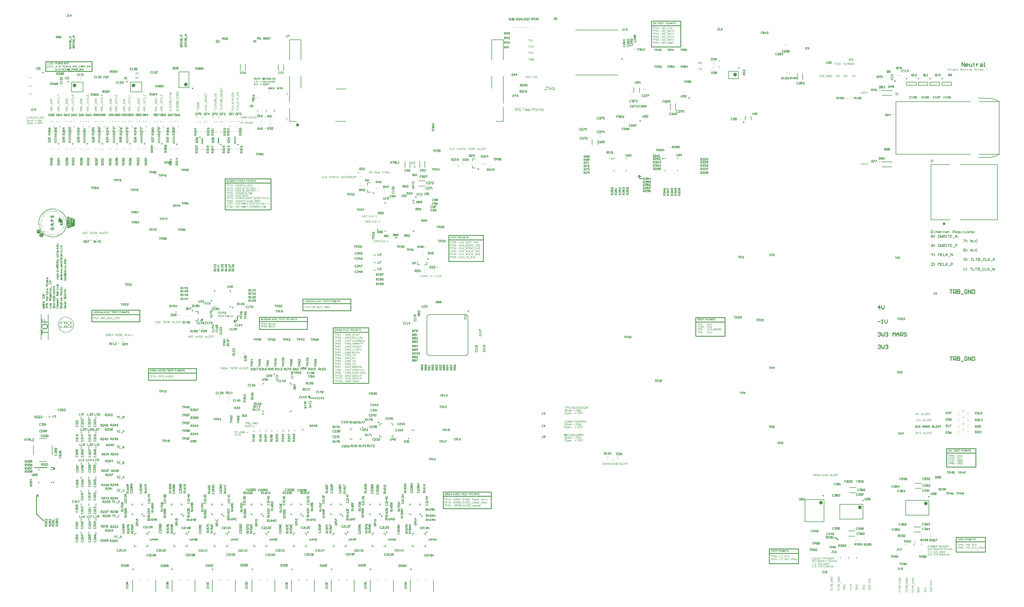
<source format=gto>
G04*
G04 #@! TF.GenerationSoftware,Altium Limited,Altium Designer,20.0.13 (296)*
G04*
G04 Layer_Color=65535*
%FSLAX25Y25*%
%MOIN*%
G70*
G01*
G75*
%ADD10C,0.02362*%
%ADD11C,0.00984*%
%ADD12C,0.01000*%
%ADD13C,0.00394*%
%ADD14C,0.00630*%
%ADD15C,0.00787*%
%ADD16C,0.02000*%
%ADD17C,0.01575*%
%ADD18C,0.00500*%
%ADD19C,0.00600*%
%ADD20C,0.00472*%
%ADD21C,0.00598*%
%ADD22C,0.00748*%
%ADD23C,0.00300*%
%ADD24C,0.00945*%
%ADD25C,0.00475*%
%ADD26C,0.00138*%
%ADD27C,0.00236*%
G36*
X337523Y305993D02*
X337549D01*
X337579Y305989D01*
X337649Y305974D01*
X337727Y305956D01*
X337808Y305926D01*
X337890Y305882D01*
X337930Y305856D01*
X337967Y305826D01*
X337971Y305822D01*
X337975Y305819D01*
X337986Y305807D01*
X337997Y305796D01*
X338015Y305778D01*
X338030Y305756D01*
X338071Y305704D01*
X338111Y305637D01*
X338148Y305556D01*
X338182Y305463D01*
X338204Y305360D01*
X337890Y305334D01*
Y305338D01*
X337886Y305341D01*
X337882Y305363D01*
X337871Y305397D01*
X337856Y305437D01*
X337841Y305482D01*
X337819Y305526D01*
X337793Y305567D01*
X337767Y305600D01*
X337760Y305608D01*
X337745Y305623D01*
X337719Y305645D01*
X337682Y305671D01*
X337634Y305693D01*
X337582Y305715D01*
X337520Y305730D01*
X337453Y305737D01*
X337427D01*
X337397Y305733D01*
X337364Y305726D01*
X337320Y305715D01*
X337275Y305700D01*
X337231Y305682D01*
X337187Y305652D01*
X337179Y305648D01*
X337161Y305634D01*
X337135Y305608D01*
X337101Y305571D01*
X337064Y305526D01*
X337024Y305474D01*
X336987Y305408D01*
X336950Y305334D01*
Y305330D01*
X336946Y305323D01*
X336942Y305312D01*
X336935Y305297D01*
X336931Y305275D01*
X336924Y305249D01*
X336916Y305219D01*
X336909Y305182D01*
X336898Y305141D01*
X336891Y305097D01*
X336883Y305049D01*
X336879Y304997D01*
X336872Y304938D01*
X336868Y304879D01*
X336865Y304812D01*
Y304746D01*
X336868Y304749D01*
X336883Y304771D01*
X336909Y304801D01*
X336942Y304838D01*
X336979Y304883D01*
X337027Y304923D01*
X337079Y304964D01*
X337138Y305001D01*
X337142D01*
X337146Y305005D01*
X337168Y305016D01*
X337201Y305027D01*
X337246Y305045D01*
X337298Y305060D01*
X337357Y305071D01*
X337420Y305082D01*
X337486Y305086D01*
X337516D01*
X337538Y305082D01*
X337568Y305079D01*
X337597Y305075D01*
X337634Y305067D01*
X337671Y305056D01*
X337756Y305030D01*
X337801Y305012D01*
X337845Y304986D01*
X337890Y304960D01*
X337938Y304931D01*
X337982Y304894D01*
X338023Y304853D01*
X338026Y304849D01*
X338034Y304842D01*
X338045Y304831D01*
X338056Y304812D01*
X338074Y304786D01*
X338093Y304760D01*
X338111Y304727D01*
X338134Y304690D01*
X338156Y304649D01*
X338174Y304605D01*
X338193Y304553D01*
X338211Y304501D01*
X338223Y304446D01*
X338234Y304383D01*
X338241Y304320D01*
X338245Y304254D01*
Y304250D01*
Y304242D01*
Y304231D01*
Y304213D01*
X338241Y304191D01*
Y304168D01*
X338230Y304109D01*
X338219Y304039D01*
X338200Y303965D01*
X338174Y303884D01*
X338137Y303806D01*
Y303802D01*
X338134Y303798D01*
X338126Y303787D01*
X338119Y303772D01*
X338097Y303735D01*
X338063Y303687D01*
X338023Y303636D01*
X337975Y303584D01*
X337915Y303532D01*
X337853Y303488D01*
X337849D01*
X337845Y303484D01*
X337834Y303477D01*
X337819Y303473D01*
X337782Y303454D01*
X337734Y303436D01*
X337671Y303414D01*
X337601Y303399D01*
X337523Y303384D01*
X337438Y303380D01*
X337420D01*
X337401Y303384D01*
X337371D01*
X337338Y303388D01*
X337301Y303395D01*
X337257Y303406D01*
X337212Y303417D01*
X337161Y303432D01*
X337109Y303451D01*
X337057Y303473D01*
X337001Y303502D01*
X336950Y303536D01*
X336898Y303573D01*
X336846Y303617D01*
X336798Y303669D01*
X336794Y303673D01*
X336787Y303684D01*
X336776Y303698D01*
X336761Y303724D01*
X336739Y303758D01*
X336720Y303795D01*
X336698Y303843D01*
X336676Y303895D01*
X336650Y303958D01*
X336628Y304028D01*
X336609Y304105D01*
X336591Y304191D01*
X336572Y304287D01*
X336561Y304390D01*
X336554Y304501D01*
X336550Y304620D01*
Y304624D01*
Y304627D01*
Y304638D01*
Y304653D01*
X336554Y304690D01*
Y304742D01*
X336558Y304801D01*
X336565Y304871D01*
X336572Y304949D01*
X336583Y305034D01*
X336598Y305119D01*
X336617Y305212D01*
X336639Y305301D01*
X336665Y305389D01*
X336698Y305474D01*
X336735Y305556D01*
X336776Y305634D01*
X336824Y305700D01*
X336828Y305704D01*
X336835Y305711D01*
X336850Y305726D01*
X336868Y305748D01*
X336891Y305770D01*
X336920Y305793D01*
X336957Y305822D01*
X336994Y305848D01*
X337038Y305874D01*
X337087Y305904D01*
X337142Y305926D01*
X337198Y305952D01*
X337261Y305970D01*
X337327Y305985D01*
X337397Y305993D01*
X337471Y305996D01*
X337501D01*
X337523Y305993D01*
D02*
G37*
G36*
X280760Y304104D02*
X280786D01*
X280855Y304097D01*
X280931Y304086D01*
X281012Y304068D01*
X281099Y304046D01*
X281179Y304017D01*
X281183D01*
X281190Y304013D01*
X281201Y304006D01*
X281215Y303999D01*
X281252Y303980D01*
X281299Y303948D01*
X281354Y303911D01*
X281408Y303864D01*
X281459Y303809D01*
X281507Y303748D01*
Y303744D01*
X281510Y303740D01*
X281518Y303729D01*
X281525Y303718D01*
X281543Y303682D01*
X281565Y303635D01*
X281590Y303576D01*
X281609Y303507D01*
X281627Y303434D01*
X281634Y303354D01*
X281314Y303329D01*
Y303333D01*
Y303340D01*
X281310Y303351D01*
X281306Y303369D01*
X281295Y303409D01*
X281281Y303464D01*
X281259Y303522D01*
X281226Y303580D01*
X281186Y303635D01*
X281135Y303686D01*
X281128Y303689D01*
X281110Y303704D01*
X281073Y303726D01*
X281026Y303748D01*
X280964Y303769D01*
X280891Y303791D01*
X280801Y303806D01*
X280698Y303809D01*
X280648D01*
X280626Y303806D01*
X280597Y303802D01*
X280531Y303795D01*
X280458Y303780D01*
X280385Y303762D01*
X280316Y303733D01*
X280287Y303715D01*
X280258Y303697D01*
X280251Y303693D01*
X280236Y303678D01*
X280214Y303653D01*
X280193Y303624D01*
X280167Y303584D01*
X280145Y303540D01*
X280131Y303489D01*
X280123Y303431D01*
Y303424D01*
Y303409D01*
X280127Y303383D01*
X280134Y303354D01*
X280145Y303318D01*
X280164Y303282D01*
X280185Y303245D01*
X280218Y303209D01*
X280222Y303205D01*
X280240Y303194D01*
X280255Y303183D01*
X280269Y303176D01*
X280291Y303165D01*
X280316Y303151D01*
X280349Y303140D01*
X280385Y303125D01*
X280426Y303111D01*
X280473Y303092D01*
X280524Y303078D01*
X280582Y303060D01*
X280648Y303045D01*
X280720Y303027D01*
X280724D01*
X280739Y303023D01*
X280760Y303019D01*
X280786Y303012D01*
X280819Y303005D01*
X280859Y302994D01*
X280899Y302983D01*
X280942Y302972D01*
X281037Y302947D01*
X281128Y302921D01*
X281172Y302907D01*
X281212Y302892D01*
X281248Y302881D01*
X281277Y302867D01*
X281281D01*
X281288Y302863D01*
X281299Y302856D01*
X281314Y302849D01*
X281354Y302827D01*
X281401Y302798D01*
X281456Y302758D01*
X281510Y302714D01*
X281561Y302663D01*
X281605Y302608D01*
X281609Y302601D01*
X281623Y302583D01*
X281638Y302550D01*
X281660Y302506D01*
X281678Y302455D01*
X281696Y302394D01*
X281707Y302324D01*
X281711Y302252D01*
Y302248D01*
Y302244D01*
Y302233D01*
Y302219D01*
X281703Y302179D01*
X281696Y302128D01*
X281681Y302069D01*
X281663Y302008D01*
X281634Y301942D01*
X281594Y301873D01*
Y301869D01*
X281590Y301866D01*
X281572Y301844D01*
X281547Y301811D01*
X281510Y301775D01*
X281463Y301731D01*
X281405Y301684D01*
X281339Y301640D01*
X281263Y301600D01*
X281259D01*
X281252Y301596D01*
X281241Y301593D01*
X281226Y301585D01*
X281205Y301578D01*
X281179Y301567D01*
X281121Y301553D01*
X281052Y301534D01*
X280968Y301516D01*
X280877Y301505D01*
X280779Y301502D01*
X280720D01*
X280691Y301505D01*
X280659D01*
X280622Y301509D01*
X280578Y301513D01*
X280487Y301527D01*
X280393Y301542D01*
X280298Y301567D01*
X280207Y301600D01*
X280204D01*
X280196Y301604D01*
X280185Y301611D01*
X280171Y301618D01*
X280127Y301640D01*
X280076Y301673D01*
X280018Y301716D01*
X279956Y301767D01*
X279898Y301829D01*
X279843Y301898D01*
Y301902D01*
X279836Y301909D01*
X279832Y301920D01*
X279821Y301935D01*
X279814Y301953D01*
X279803Y301975D01*
X279778Y302029D01*
X279752Y302099D01*
X279730Y302175D01*
X279716Y302262D01*
X279709Y302353D01*
X280022Y302382D01*
Y302379D01*
Y302375D01*
X280025Y302364D01*
Y302350D01*
X280032Y302317D01*
X280043Y302270D01*
X280058Y302222D01*
X280072Y302168D01*
X280098Y302117D01*
X280123Y302069D01*
X280127Y302066D01*
X280138Y302051D01*
X280156Y302026D01*
X280185Y302000D01*
X280222Y301968D01*
X280262Y301935D01*
X280316Y301902D01*
X280375Y301873D01*
X280378D01*
X280382Y301869D01*
X280393Y301866D01*
X280404Y301862D01*
X280440Y301851D01*
X280487Y301836D01*
X280546Y301822D01*
X280611Y301811D01*
X280684Y301804D01*
X280764Y301800D01*
X280797D01*
X280833Y301804D01*
X280877Y301807D01*
X280928Y301815D01*
X280986Y301822D01*
X281044Y301836D01*
X281099Y301855D01*
X281106Y301858D01*
X281124Y301866D01*
X281150Y301880D01*
X281183Y301895D01*
X281215Y301920D01*
X281252Y301946D01*
X281288Y301975D01*
X281317Y302011D01*
X281321Y302015D01*
X281328Y302029D01*
X281339Y302048D01*
X281354Y302077D01*
X281368Y302106D01*
X281379Y302142D01*
X281386Y302182D01*
X281390Y302226D01*
Y302230D01*
Y302248D01*
X281386Y302270D01*
X281383Y302299D01*
X281372Y302328D01*
X281361Y302364D01*
X281343Y302401D01*
X281317Y302433D01*
X281314Y302437D01*
X281303Y302448D01*
X281288Y302463D01*
X281263Y302484D01*
X281234Y302506D01*
X281194Y302532D01*
X281146Y302557D01*
X281092Y302579D01*
X281088Y302583D01*
X281070Y302586D01*
X281041Y302597D01*
X281023Y302601D01*
X280997Y302608D01*
X280972Y302619D01*
X280939Y302626D01*
X280902Y302637D01*
X280859Y302648D01*
X280815Y302659D01*
X280764Y302674D01*
X280706Y302688D01*
X280644Y302703D01*
X280640D01*
X280629Y302707D01*
X280611Y302710D01*
X280589Y302717D01*
X280560Y302725D01*
X280527Y302732D01*
X280455Y302754D01*
X280375Y302779D01*
X280291Y302805D01*
X280218Y302830D01*
X280185Y302845D01*
X280156Y302859D01*
X280153D01*
X280149Y302863D01*
X280127Y302878D01*
X280094Y302896D01*
X280058Y302925D01*
X280014Y302958D01*
X279971Y302998D01*
X279927Y303045D01*
X279890Y303096D01*
X279887Y303103D01*
X279876Y303121D01*
X279861Y303151D01*
X279847Y303187D01*
X279832Y303234D01*
X279818Y303289D01*
X279807Y303347D01*
X279803Y303409D01*
Y303413D01*
Y303416D01*
Y303427D01*
Y303442D01*
X279810Y303478D01*
X279818Y303525D01*
X279829Y303580D01*
X279847Y303642D01*
X279872Y303704D01*
X279909Y303766D01*
Y303769D01*
X279912Y303773D01*
X279930Y303795D01*
X279956Y303824D01*
X279989Y303860D01*
X280032Y303900D01*
X280087Y303944D01*
X280153Y303984D01*
X280225Y304021D01*
X280229D01*
X280236Y304024D01*
X280247Y304028D01*
X280262Y304035D01*
X280280Y304042D01*
X280305Y304050D01*
X280360Y304064D01*
X280429Y304079D01*
X280509Y304093D01*
X280593Y304104D01*
X280688Y304108D01*
X280735D01*
X280760Y304104D01*
D02*
G37*
G36*
X283942Y302303D02*
X282984D01*
Y302612D01*
X283942D01*
Y302303D01*
D02*
G37*
G36*
X285907Y302936D02*
Y302645D01*
X284244Y301931D01*
Y302241D01*
X285562Y302787D01*
X284244Y303329D01*
Y303638D01*
X285907Y302936D01*
D02*
G37*
G36*
X275209Y301545D02*
X274860D01*
X273885Y304064D01*
X274249D01*
X274904Y302233D01*
Y302230D01*
X274907Y302222D01*
X274911Y302211D01*
X274918Y302197D01*
X274922Y302175D01*
X274929Y302153D01*
X274947Y302099D01*
X274969Y302037D01*
X274991Y301968D01*
X275035Y301822D01*
Y301826D01*
X275038Y301833D01*
X275042Y301844D01*
X275046Y301858D01*
X275057Y301898D01*
X275075Y301953D01*
X275093Y302015D01*
X275115Y302084D01*
X275140Y302157D01*
X275169Y302233D01*
X275854Y304064D01*
X276192D01*
X275209Y301545D01*
D02*
G37*
G36*
X279552D02*
X279173D01*
X278878Y302310D01*
X277823D01*
X277550Y301545D01*
X277197D01*
X278158Y304064D01*
X278522D01*
X279552Y301545D01*
D02*
G37*
G36*
X276884D02*
X276549D01*
Y304064D01*
X276884D01*
Y301545D01*
D02*
G37*
G36*
X272647Y303766D02*
X271158D01*
Y302998D01*
X272552D01*
Y302699D01*
X271158D01*
Y301844D01*
X272705D01*
Y301545D01*
X270823D01*
Y304064D01*
X272647D01*
Y303766D01*
D02*
G37*
G36*
X270386D02*
X269018D01*
Y302987D01*
X270201D01*
Y302688D01*
X269018D01*
Y301545D01*
X268683D01*
Y304064D01*
X270386D01*
Y303766D01*
D02*
G37*
G36*
X275341Y298435D02*
X274995D01*
X273677Y300412D01*
Y298435D01*
X273357D01*
Y300954D01*
X273699D01*
X275020Y298974D01*
Y300954D01*
X275341D01*
Y298435D01*
D02*
G37*
G36*
X271122Y300951D02*
X271184Y300947D01*
X271249Y300943D01*
X271311Y300936D01*
X271366Y300929D01*
X271373D01*
X271398Y300921D01*
X271431Y300914D01*
X271475Y300903D01*
X271522Y300885D01*
X271573Y300863D01*
X271628Y300838D01*
X271675Y300809D01*
X271682Y300805D01*
X271697Y300794D01*
X271719Y300772D01*
X271748Y300747D01*
X271780Y300714D01*
X271813Y300670D01*
X271850Y300623D01*
X271879Y300568D01*
X271883Y300561D01*
X271890Y300543D01*
X271904Y300510D01*
X271919Y300466D01*
X271930Y300415D01*
X271944Y300357D01*
X271952Y300292D01*
X271955Y300223D01*
Y300219D01*
Y300208D01*
Y300193D01*
X271952Y300168D01*
X271948Y300143D01*
X271944Y300110D01*
X271937Y300073D01*
X271930Y300033D01*
X271904Y299950D01*
X271890Y299906D01*
X271868Y299859D01*
X271842Y299811D01*
X271817Y299768D01*
X271784Y299724D01*
X271748Y299680D01*
X271744Y299677D01*
X271737Y299669D01*
X271726Y299658D01*
X271708Y299647D01*
X271686Y299629D01*
X271657Y299611D01*
X271620Y299589D01*
X271580Y299571D01*
X271533Y299549D01*
X271478Y299527D01*
X271420Y299509D01*
X271351Y299495D01*
X271278Y299480D01*
X271198Y299469D01*
X271107Y299462D01*
X271012Y299458D01*
X270368D01*
Y298435D01*
X270033D01*
Y300954D01*
X271067D01*
X271122Y300951D01*
D02*
G37*
G36*
X272774Y298435D02*
Y298432D01*
Y298428D01*
Y298417D01*
Y298403D01*
X272771Y298370D01*
X272767Y298323D01*
X272756Y298275D01*
X272745Y298221D01*
X272727Y298170D01*
X272705Y298122D01*
X272702Y298119D01*
X272691Y298104D01*
X272676Y298082D01*
X272651Y298053D01*
X272621Y298024D01*
X272585Y297995D01*
X272538Y297962D01*
X272487Y297937D01*
X272399Y298068D01*
X272403Y298071D01*
X272414Y298075D01*
X272432Y298086D01*
X272454Y298100D01*
X272476Y298119D01*
X272501Y298141D01*
X272523Y298166D01*
X272541Y298195D01*
X272545Y298199D01*
X272549Y298210D01*
X272556Y298232D01*
X272567Y298257D01*
X272574Y298290D01*
X272585Y298333D01*
X272592Y298381D01*
X272596Y298435D01*
X272421D01*
Y298788D01*
X272774D01*
Y298435D01*
D02*
G37*
G36*
X275897Y300994D02*
X275977Y300987D01*
X276014Y300980D01*
X276047Y300969D01*
X276050D01*
X276065Y300961D01*
X276087Y300954D01*
X276112Y300940D01*
X276141Y300921D01*
X276174Y300900D01*
X276203Y300874D01*
X276232Y300841D01*
X276236Y300838D01*
X276243Y300827D01*
X276258Y300805D01*
X276272Y300780D01*
X276287Y300747D01*
X276301Y300707D01*
X276316Y300663D01*
X276327Y300616D01*
Y300608D01*
X276330Y300590D01*
X276334Y300557D01*
X276338Y300510D01*
X276342Y300481D01*
Y300448D01*
X276345Y300412D01*
Y300372D01*
Y300328D01*
X276349Y300281D01*
Y300226D01*
Y300172D01*
Y300168D01*
Y300157D01*
Y300143D01*
Y300121D01*
Y300095D01*
X276352Y300066D01*
Y300001D01*
X276356Y299931D01*
X276363Y299859D01*
X276371Y299797D01*
X276374Y299768D01*
X276378Y299742D01*
Y299738D01*
X276385Y299724D01*
X276392Y299702D01*
X276403Y299677D01*
X276418Y299647D01*
X276436Y299615D01*
X276458Y299586D01*
X276487Y299556D01*
X276491Y299553D01*
X276502Y299546D01*
X276520Y299535D01*
X276545Y299524D01*
X276578Y299509D01*
X276614Y299498D01*
X276658Y299491D01*
X276706Y299487D01*
Y299207D01*
X276684D01*
X276658Y299203D01*
X276629Y299196D01*
X276593Y299189D01*
X276556Y299174D01*
X276520Y299156D01*
X276487Y299134D01*
X276483Y299131D01*
X276472Y299123D01*
X276458Y299105D01*
X276443Y299083D01*
X276421Y299058D01*
X276403Y299025D01*
X276389Y298989D01*
X276374Y298945D01*
Y298941D01*
X276371Y298923D01*
X276367Y298894D01*
X276360Y298850D01*
X276356Y298796D01*
X276352Y298727D01*
X276349Y298687D01*
Y298643D01*
X276345Y298595D01*
Y298545D01*
Y298541D01*
Y298534D01*
Y298519D01*
Y298497D01*
Y298475D01*
Y298450D01*
Y298392D01*
Y298330D01*
X276342Y298268D01*
Y298213D01*
X276338Y298188D01*
Y298170D01*
Y298162D01*
X276334Y298144D01*
X276330Y298119D01*
X276323Y298086D01*
X276316Y298049D01*
X276305Y298009D01*
X276290Y297973D01*
X276276Y297937D01*
Y297933D01*
X276269Y297922D01*
X276261Y297907D01*
X276247Y297886D01*
X276218Y297842D01*
X276174Y297798D01*
X276170Y297795D01*
X276163Y297791D01*
X276149Y297780D01*
X276130Y297769D01*
X276109Y297755D01*
X276083Y297740D01*
X276050Y297729D01*
X276017Y297718D01*
X276014D01*
X276007Y297715D01*
X275988Y297711D01*
X275967Y297707D01*
X275937Y297704D01*
X275901Y297700D01*
X275854Y297696D01*
X275708D01*
Y297966D01*
X275788D01*
X275817Y297969D01*
X275857Y297973D01*
X275894Y297980D01*
X275934Y297995D01*
X275970Y298009D01*
X275996Y298031D01*
X275999Y298035D01*
X276007Y298046D01*
X276014Y298064D01*
X276028Y298093D01*
X276039Y298130D01*
X276047Y298181D01*
X276054Y298246D01*
X276058Y298282D01*
Y298323D01*
Y298326D01*
Y298341D01*
Y298362D01*
Y298392D01*
Y298424D01*
Y298464D01*
X276061Y298548D01*
Y298643D01*
X276065Y298730D01*
Y298770D01*
X276068Y298807D01*
Y298836D01*
X276072Y298861D01*
Y298865D01*
Y298868D01*
X276076Y298879D01*
Y298894D01*
X276083Y298927D01*
X276094Y298970D01*
X276109Y299021D01*
X276130Y299072D01*
X276152Y299123D01*
X276181Y299167D01*
X276185Y299171D01*
X276196Y299185D01*
X276218Y299207D01*
X276243Y299233D01*
X276276Y299262D01*
X276316Y299291D01*
X276363Y299320D01*
X276418Y299345D01*
X276414D01*
X276411Y299349D01*
X276400Y299356D01*
X276385Y299363D01*
X276349Y299382D01*
X276309Y299411D01*
X276261Y299447D01*
X276214Y299491D01*
X276170Y299538D01*
X276134Y299593D01*
Y299597D01*
X276130Y299600D01*
X276127Y299611D01*
X276123Y299622D01*
X276116Y299640D01*
X276109Y299662D01*
X276101Y299688D01*
X276094Y299717D01*
X276087Y299753D01*
X276079Y299789D01*
X276072Y299833D01*
X276065Y299880D01*
X276061Y299935D01*
X276058Y299993D01*
X276054Y300055D01*
Y300121D01*
Y300124D01*
Y300135D01*
Y300153D01*
Y300175D01*
Y300201D01*
Y300230D01*
Y300295D01*
Y300364D01*
Y300430D01*
X276050Y300459D01*
Y300485D01*
Y300506D01*
Y300521D01*
Y300525D01*
X276047Y300539D01*
X276043Y300561D01*
X276036Y300583D01*
X276014Y300638D01*
X275996Y300659D01*
X275977Y300681D01*
X275974Y300685D01*
X275967Y300689D01*
X275952Y300696D01*
X275930Y300707D01*
X275901Y300714D01*
X275861Y300721D01*
X275817Y300725D01*
X275759Y300729D01*
X275708D01*
Y300998D01*
X275861D01*
X275897Y300994D01*
D02*
G37*
G36*
X269673Y300729D02*
X269589D01*
X269560Y300725D01*
X269524Y300721D01*
X269484Y300714D01*
X269447Y300699D01*
X269411Y300685D01*
X269385Y300663D01*
X269382Y300659D01*
X269378Y300648D01*
X269367Y300630D01*
X269360Y300601D01*
X269349Y300565D01*
X269338Y300514D01*
X269335Y300452D01*
X269331Y300415D01*
Y300375D01*
Y300372D01*
Y300357D01*
Y300332D01*
Y300303D01*
Y300266D01*
Y300226D01*
Y300183D01*
X269327Y300135D01*
Y300037D01*
X269323Y299942D01*
X269320Y299902D01*
X269316Y299862D01*
X269313Y299829D01*
X269309Y299804D01*
Y299800D01*
Y299797D01*
X269302Y299775D01*
X269294Y299742D01*
X269284Y299702D01*
X269269Y299655D01*
X269251Y299607D01*
X269229Y299560D01*
X269203Y299520D01*
X269200Y299516D01*
X269189Y299502D01*
X269171Y299484D01*
X269145Y299462D01*
X269112Y299433D01*
X269069Y299404D01*
X269021Y299374D01*
X268963Y299345D01*
X268967D01*
X268970Y299342D01*
X268996Y299331D01*
X269029Y299313D01*
X269069Y299283D01*
X269116Y299251D01*
X269160Y299207D01*
X269203Y299160D01*
X269240Y299101D01*
X269244Y299094D01*
X269247Y299083D01*
X269254Y299072D01*
X269262Y299054D01*
X269269Y299032D01*
X269276Y299007D01*
X269284Y298974D01*
X269291Y298941D01*
X269298Y298901D01*
X269305Y298858D01*
X269313Y298810D01*
X269320Y298756D01*
X269323Y298701D01*
X269327Y298636D01*
Y298570D01*
Y298566D01*
Y298555D01*
Y298541D01*
Y298519D01*
Y298490D01*
Y298461D01*
Y298395D01*
Y298330D01*
Y298264D01*
X269331Y298235D01*
Y298213D01*
Y298191D01*
Y298177D01*
Y298173D01*
X269335Y298159D01*
X269338Y298137D01*
X269342Y298111D01*
X269364Y298060D01*
X269378Y298035D01*
X269396Y298013D01*
X269400Y298009D01*
X269407Y298006D01*
X269422Y297998D01*
X269447Y297991D01*
X269476Y297980D01*
X269516Y297973D01*
X269560Y297969D01*
X269618Y297966D01*
X269673D01*
Y297696D01*
X269516D01*
X269480Y297700D01*
X269400Y297707D01*
X269364Y297715D01*
X269331Y297726D01*
X269327Y297729D01*
X269313Y297733D01*
X269291Y297744D01*
X269269Y297758D01*
X269240Y297773D01*
X269207Y297795D01*
X269178Y297824D01*
X269149Y297853D01*
X269145Y297857D01*
X269138Y297867D01*
X269123Y297889D01*
X269109Y297915D01*
X269094Y297948D01*
X269080Y297984D01*
X269065Y298028D01*
X269054Y298079D01*
Y298086D01*
X269051Y298104D01*
X269047Y298137D01*
X269043Y298184D01*
Y298213D01*
X269040Y298246D01*
Y298282D01*
X269036Y298323D01*
Y298366D01*
Y298413D01*
X269032Y298464D01*
Y298519D01*
Y298523D01*
Y298534D01*
Y298548D01*
Y298570D01*
Y298595D01*
Y298625D01*
X269029Y298690D01*
X269025Y298759D01*
X269021Y298828D01*
X269014Y298894D01*
X269007Y298919D01*
X269003Y298945D01*
Y298949D01*
X269000Y298963D01*
X268992Y298985D01*
X268981Y299014D01*
X268967Y299043D01*
X268945Y299076D01*
X268923Y299105D01*
X268894Y299134D01*
X268890Y299138D01*
X268880Y299145D01*
X268861Y299156D01*
X268836Y299171D01*
X268807Y299182D01*
X268770Y299192D01*
X268730Y299203D01*
X268683Y299207D01*
Y299487D01*
X268705D01*
X268730Y299491D01*
X268759Y299495D01*
X268792Y299505D01*
X268829Y299516D01*
X268865Y299535D01*
X268898Y299556D01*
X268901Y299560D01*
X268912Y299571D01*
X268927Y299586D01*
X268945Y299607D01*
X268963Y299633D01*
X268981Y299666D01*
X268996Y299702D01*
X269010Y299742D01*
Y299749D01*
X269014Y299764D01*
X269021Y299797D01*
X269025Y299837D01*
X269032Y299895D01*
Y299928D01*
X269036Y299964D01*
Y300004D01*
X269040Y300051D01*
Y300099D01*
Y300150D01*
Y300153D01*
Y300161D01*
Y300175D01*
Y300197D01*
Y300219D01*
Y300244D01*
Y300306D01*
X269043Y300368D01*
Y300430D01*
X269047Y300485D01*
X269051Y300510D01*
Y300528D01*
Y300536D01*
X269054Y300554D01*
X269058Y300579D01*
X269061Y300612D01*
X269069Y300648D01*
X269080Y300685D01*
X269091Y300721D01*
X269105Y300758D01*
X269109Y300761D01*
X269112Y300772D01*
X269123Y300787D01*
X269134Y300809D01*
X269167Y300852D01*
X269207Y300896D01*
X269211Y300900D01*
X269218Y300907D01*
X269233Y300914D01*
X269251Y300929D01*
X269273Y300940D01*
X269298Y300954D01*
X269331Y300969D01*
X269364Y300980D01*
X269367D01*
X269374Y300983D01*
X269393Y300987D01*
X269414Y300991D01*
X269444D01*
X269480Y300994D01*
X269524Y300998D01*
X269673D01*
Y300729D01*
D02*
G37*
G36*
X1206294Y161632D02*
X1206341Y161624D01*
X1206399Y161613D01*
X1206465Y161595D01*
X1206530Y161573D01*
X1206596Y161544D01*
X1206599D01*
X1206603Y161540D01*
X1206625Y161530D01*
X1206658Y161508D01*
X1206694Y161482D01*
X1206738Y161446D01*
X1206781Y161406D01*
X1206825Y161358D01*
X1206861Y161304D01*
X1206865Y161297D01*
X1206876Y161278D01*
X1206891Y161246D01*
X1206909Y161206D01*
X1206927Y161158D01*
X1206942Y161104D01*
X1206952Y161042D01*
X1206956Y160980D01*
Y160973D01*
Y160951D01*
X1206952Y160922D01*
X1206945Y160882D01*
X1206934Y160834D01*
X1206916Y160783D01*
X1206894Y160732D01*
X1206865Y160681D01*
X1206861Y160674D01*
X1206851Y160660D01*
X1206829Y160634D01*
X1206800Y160605D01*
X1206763Y160572D01*
X1206719Y160536D01*
X1206668Y160503D01*
X1206607Y160470D01*
X1206610D01*
X1206618Y160467D01*
X1206629Y160463D01*
X1206643Y160459D01*
X1206683Y160445D01*
X1206734Y160423D01*
X1206792Y160394D01*
X1206851Y160357D01*
X1206905Y160310D01*
X1206956Y160256D01*
X1206960Y160248D01*
X1206974Y160226D01*
X1206996Y160190D01*
X1207018Y160143D01*
X1207040Y160084D01*
X1207062Y160015D01*
X1207076Y159935D01*
X1207080Y159848D01*
Y159844D01*
Y159833D01*
Y159815D01*
X1207076Y159793D01*
X1207073Y159764D01*
X1207065Y159731D01*
X1207058Y159695D01*
X1207051Y159655D01*
X1207022Y159568D01*
X1207000Y159520D01*
X1206978Y159477D01*
X1206949Y159429D01*
X1206916Y159382D01*
X1206880Y159335D01*
X1206836Y159291D01*
X1206832Y159287D01*
X1206825Y159280D01*
X1206810Y159269D01*
X1206792Y159255D01*
X1206771Y159236D01*
X1206741Y159218D01*
X1206709Y159196D01*
X1206668Y159178D01*
X1206629Y159156D01*
X1206581Y159134D01*
X1206534Y159116D01*
X1206479Y159098D01*
X1206421Y159083D01*
X1206359Y159072D01*
X1206297Y159065D01*
X1206228Y159062D01*
X1206195D01*
X1206174Y159065D01*
X1206144Y159069D01*
X1206112Y159072D01*
X1206075Y159080D01*
X1206035Y159087D01*
X1205948Y159109D01*
X1205857Y159145D01*
X1205809Y159167D01*
X1205766Y159193D01*
X1205722Y159225D01*
X1205678Y159258D01*
X1205675Y159262D01*
X1205667Y159269D01*
X1205657Y159280D01*
X1205646Y159295D01*
X1205628Y159313D01*
X1205609Y159338D01*
X1205587Y159364D01*
X1205566Y159397D01*
X1205544Y159433D01*
X1205522Y159469D01*
X1205482Y159557D01*
X1205449Y159659D01*
X1205438Y159713D01*
X1205431Y159771D01*
X1205740Y159811D01*
Y159808D01*
X1205744Y159801D01*
X1205748Y159786D01*
X1205751Y159768D01*
X1205755Y159746D01*
X1205762Y159721D01*
X1205780Y159666D01*
X1205806Y159600D01*
X1205839Y159538D01*
X1205875Y159480D01*
X1205919Y159429D01*
X1205926Y159426D01*
X1205941Y159411D01*
X1205970Y159393D01*
X1206006Y159375D01*
X1206050Y159353D01*
X1206104Y159335D01*
X1206166Y159320D01*
X1206232Y159316D01*
X1206254D01*
X1206268Y159320D01*
X1206308Y159324D01*
X1206359Y159335D01*
X1206417Y159353D01*
X1206479Y159378D01*
X1206541Y159415D01*
X1206599Y159466D01*
X1206607Y159473D01*
X1206625Y159495D01*
X1206647Y159528D01*
X1206676Y159571D01*
X1206705Y159626D01*
X1206727Y159688D01*
X1206745Y159760D01*
X1206752Y159841D01*
Y159844D01*
Y159852D01*
Y159862D01*
X1206749Y159877D01*
X1206745Y159917D01*
X1206734Y159964D01*
X1206719Y160023D01*
X1206694Y160081D01*
X1206658Y160139D01*
X1206610Y160194D01*
X1206603Y160201D01*
X1206585Y160215D01*
X1206556Y160237D01*
X1206516Y160263D01*
X1206465Y160288D01*
X1206403Y160310D01*
X1206334Y160325D01*
X1206257Y160332D01*
X1206225D01*
X1206199Y160328D01*
X1206166Y160325D01*
X1206130Y160317D01*
X1206086Y160310D01*
X1206039Y160299D01*
X1206075Y160572D01*
X1206093D01*
X1206108Y160569D01*
X1206155D01*
X1206195Y160576D01*
X1206243Y160583D01*
X1206297Y160594D01*
X1206359Y160612D01*
X1206417Y160638D01*
X1206479Y160670D01*
X1206483D01*
X1206487Y160674D01*
X1206505Y160689D01*
X1206530Y160714D01*
X1206559Y160747D01*
X1206588Y160794D01*
X1206614Y160849D01*
X1206632Y160911D01*
X1206639Y160947D01*
Y160987D01*
Y160991D01*
Y160995D01*
Y161016D01*
X1206632Y161045D01*
X1206625Y161085D01*
X1206610Y161129D01*
X1206592Y161177D01*
X1206563Y161224D01*
X1206523Y161267D01*
X1206519Y161271D01*
X1206501Y161286D01*
X1206476Y161304D01*
X1206443Y161326D01*
X1206399Y161344D01*
X1206348Y161362D01*
X1206290Y161377D01*
X1206225Y161380D01*
X1206195D01*
X1206163Y161373D01*
X1206119Y161366D01*
X1206072Y161351D01*
X1206024Y161333D01*
X1205973Y161304D01*
X1205926Y161267D01*
X1205922Y161264D01*
X1205908Y161246D01*
X1205886Y161220D01*
X1205861Y161184D01*
X1205835Y161136D01*
X1205809Y161078D01*
X1205788Y161009D01*
X1205773Y160929D01*
X1205464Y160984D01*
Y160987D01*
X1205467Y160998D01*
X1205471Y161013D01*
X1205475Y161035D01*
X1205482Y161060D01*
X1205493Y161089D01*
X1205515Y161158D01*
X1205551Y161238D01*
X1205595Y161318D01*
X1205649Y161395D01*
X1205719Y161464D01*
X1205722Y161468D01*
X1205729Y161471D01*
X1205740Y161479D01*
X1205755Y161489D01*
X1205773Y161504D01*
X1205799Y161519D01*
X1205824Y161533D01*
X1205857Y161551D01*
X1205930Y161581D01*
X1206013Y161610D01*
X1206112Y161628D01*
X1206163Y161635D01*
X1206254D01*
X1206294Y161632D01*
D02*
G37*
G36*
X1201987D02*
X1202035Y161624D01*
X1202093Y161613D01*
X1202159Y161595D01*
X1202224Y161573D01*
X1202290Y161544D01*
X1202293D01*
X1202297Y161540D01*
X1202319Y161530D01*
X1202351Y161508D01*
X1202388Y161482D01*
X1202432Y161446D01*
X1202475Y161406D01*
X1202519Y161358D01*
X1202555Y161304D01*
X1202559Y161297D01*
X1202570Y161278D01*
X1202584Y161246D01*
X1202603Y161206D01*
X1202621Y161158D01*
X1202635Y161104D01*
X1202646Y161042D01*
X1202650Y160980D01*
Y160973D01*
Y160951D01*
X1202646Y160922D01*
X1202639Y160882D01*
X1202628Y160834D01*
X1202610Y160783D01*
X1202588Y160732D01*
X1202559Y160681D01*
X1202555Y160674D01*
X1202544Y160660D01*
X1202523Y160634D01*
X1202493Y160605D01*
X1202457Y160572D01*
X1202413Y160536D01*
X1202362Y160503D01*
X1202300Y160470D01*
X1202304D01*
X1202312Y160467D01*
X1202322Y160463D01*
X1202337Y160459D01*
X1202377Y160445D01*
X1202428Y160423D01*
X1202486Y160394D01*
X1202544Y160357D01*
X1202599Y160310D01*
X1202650Y160256D01*
X1202654Y160248D01*
X1202668Y160226D01*
X1202690Y160190D01*
X1202712Y160143D01*
X1202734Y160084D01*
X1202756Y160015D01*
X1202770Y159935D01*
X1202774Y159848D01*
Y159844D01*
Y159833D01*
Y159815D01*
X1202770Y159793D01*
X1202767Y159764D01*
X1202759Y159731D01*
X1202752Y159695D01*
X1202745Y159655D01*
X1202715Y159568D01*
X1202694Y159520D01*
X1202672Y159477D01*
X1202643Y159429D01*
X1202610Y159382D01*
X1202573Y159335D01*
X1202530Y159291D01*
X1202526Y159287D01*
X1202519Y159280D01*
X1202504Y159269D01*
X1202486Y159255D01*
X1202464Y159236D01*
X1202435Y159218D01*
X1202402Y159196D01*
X1202362Y159178D01*
X1202322Y159156D01*
X1202275Y159134D01*
X1202228Y159116D01*
X1202173Y159098D01*
X1202115Y159083D01*
X1202053Y159072D01*
X1201991Y159065D01*
X1201922Y159062D01*
X1201889D01*
X1201867Y159065D01*
X1201838Y159069D01*
X1201805Y159072D01*
X1201769Y159080D01*
X1201729Y159087D01*
X1201642Y159109D01*
X1201551Y159145D01*
X1201503Y159167D01*
X1201460Y159193D01*
X1201416Y159225D01*
X1201372Y159258D01*
X1201369Y159262D01*
X1201361Y159269D01*
X1201350Y159280D01*
X1201340Y159295D01*
X1201321Y159313D01*
X1201303Y159338D01*
X1201281Y159364D01*
X1201260Y159397D01*
X1201238Y159433D01*
X1201216Y159469D01*
X1201176Y159557D01*
X1201143Y159659D01*
X1201132Y159713D01*
X1201125Y159771D01*
X1201434Y159811D01*
Y159808D01*
X1201438Y159801D01*
X1201441Y159786D01*
X1201445Y159768D01*
X1201449Y159746D01*
X1201456Y159721D01*
X1201474Y159666D01*
X1201500Y159600D01*
X1201532Y159538D01*
X1201569Y159480D01*
X1201613Y159429D01*
X1201620Y159426D01*
X1201634Y159411D01*
X1201663Y159393D01*
X1201700Y159375D01*
X1201744Y159353D01*
X1201798Y159335D01*
X1201860Y159320D01*
X1201926Y159316D01*
X1201947D01*
X1201962Y159320D01*
X1202002Y159324D01*
X1202053Y159335D01*
X1202111Y159353D01*
X1202173Y159378D01*
X1202235Y159415D01*
X1202293Y159466D01*
X1202300Y159473D01*
X1202319Y159495D01*
X1202341Y159528D01*
X1202370Y159571D01*
X1202399Y159626D01*
X1202421Y159688D01*
X1202439Y159760D01*
X1202446Y159841D01*
Y159844D01*
Y159852D01*
Y159862D01*
X1202442Y159877D01*
X1202439Y159917D01*
X1202428Y159964D01*
X1202413Y160023D01*
X1202388Y160081D01*
X1202351Y160139D01*
X1202304Y160194D01*
X1202297Y160201D01*
X1202279Y160215D01*
X1202250Y160237D01*
X1202209Y160263D01*
X1202159Y160288D01*
X1202097Y160310D01*
X1202028Y160325D01*
X1201951Y160332D01*
X1201918D01*
X1201893Y160328D01*
X1201860Y160325D01*
X1201824Y160317D01*
X1201780Y160310D01*
X1201733Y160299D01*
X1201769Y160572D01*
X1201787D01*
X1201802Y160569D01*
X1201849D01*
X1201889Y160576D01*
X1201937Y160583D01*
X1201991Y160594D01*
X1202053Y160612D01*
X1202111Y160638D01*
X1202173Y160670D01*
X1202177D01*
X1202180Y160674D01*
X1202199Y160689D01*
X1202224Y160714D01*
X1202253Y160747D01*
X1202282Y160794D01*
X1202308Y160849D01*
X1202326Y160911D01*
X1202333Y160947D01*
Y160987D01*
Y160991D01*
Y160995D01*
Y161016D01*
X1202326Y161045D01*
X1202319Y161085D01*
X1202304Y161129D01*
X1202286Y161177D01*
X1202257Y161224D01*
X1202217Y161267D01*
X1202213Y161271D01*
X1202195Y161286D01*
X1202170Y161304D01*
X1202137Y161326D01*
X1202093Y161344D01*
X1202042Y161362D01*
X1201984Y161377D01*
X1201918Y161380D01*
X1201889D01*
X1201857Y161373D01*
X1201813Y161366D01*
X1201766Y161351D01*
X1201718Y161333D01*
X1201667Y161304D01*
X1201620Y161267D01*
X1201616Y161264D01*
X1201602Y161246D01*
X1201580Y161220D01*
X1201554Y161184D01*
X1201529Y161136D01*
X1201503Y161078D01*
X1201482Y161009D01*
X1201467Y160929D01*
X1201158Y160984D01*
Y160987D01*
X1201161Y160998D01*
X1201165Y161013D01*
X1201169Y161035D01*
X1201176Y161060D01*
X1201187Y161089D01*
X1201208Y161158D01*
X1201245Y161238D01*
X1201289Y161318D01*
X1201343Y161395D01*
X1201412Y161464D01*
X1201416Y161468D01*
X1201423Y161471D01*
X1201434Y161479D01*
X1201449Y161489D01*
X1201467Y161504D01*
X1201493Y161519D01*
X1201518Y161533D01*
X1201551Y161551D01*
X1201624Y161581D01*
X1201707Y161610D01*
X1201805Y161628D01*
X1201857Y161635D01*
X1201947D01*
X1201987Y161632D01*
D02*
G37*
G36*
X1193237Y159862D02*
X1192280D01*
Y160172D01*
X1193237D01*
Y159862D01*
D02*
G37*
G36*
X1204270Y159105D02*
X1203920D01*
X1202945Y161624D01*
X1203309D01*
X1203964Y159793D01*
Y159790D01*
X1203968Y159782D01*
X1203971Y159771D01*
X1203979Y159757D01*
X1203982Y159735D01*
X1203990Y159713D01*
X1204008Y159659D01*
X1204029Y159597D01*
X1204051Y159528D01*
X1204095Y159382D01*
Y159386D01*
X1204099Y159393D01*
X1204102Y159404D01*
X1204106Y159418D01*
X1204117Y159458D01*
X1204135Y159513D01*
X1204153Y159575D01*
X1204175Y159644D01*
X1204201Y159717D01*
X1204230Y159793D01*
X1204914Y161624D01*
X1205253D01*
X1204270Y159105D01*
D02*
G37*
G36*
X1188254Y161632D02*
X1188272D01*
X1188297Y161628D01*
X1188359Y161617D01*
X1188428Y161602D01*
X1188505Y161577D01*
X1188581Y161544D01*
X1188658Y161500D01*
X1188661D01*
X1188665Y161493D01*
X1188676Y161486D01*
X1188691Y161475D01*
X1188727Y161446D01*
X1188774Y161406D01*
X1188822Y161351D01*
X1188876Y161286D01*
X1188923Y161209D01*
X1188967Y161122D01*
Y161118D01*
X1188971Y161111D01*
X1188978Y161096D01*
X1188985Y161078D01*
X1188993Y161053D01*
X1189004Y161020D01*
X1189011Y160984D01*
X1189022Y160943D01*
X1189033Y160896D01*
X1189044Y160842D01*
X1189051Y160783D01*
X1189058Y160722D01*
X1189065Y160652D01*
X1189073Y160580D01*
X1189076Y160499D01*
Y160416D01*
Y160412D01*
Y160394D01*
Y160368D01*
Y160336D01*
X1189073Y160296D01*
Y160248D01*
X1189069Y160194D01*
X1189062Y160139D01*
X1189051Y160015D01*
X1189033Y159884D01*
X1189007Y159760D01*
X1188989Y159699D01*
X1188971Y159644D01*
Y159640D01*
X1188967Y159633D01*
X1188960Y159618D01*
X1188953Y159597D01*
X1188942Y159575D01*
X1188927Y159546D01*
X1188891Y159484D01*
X1188847Y159415D01*
X1188796Y159342D01*
X1188731Y159273D01*
X1188658Y159211D01*
X1188654D01*
X1188647Y159204D01*
X1188636Y159196D01*
X1188621Y159189D01*
X1188600Y159178D01*
X1188578Y159163D01*
X1188549Y159149D01*
X1188519Y159138D01*
X1188450Y159109D01*
X1188367Y159083D01*
X1188276Y159069D01*
X1188174Y159062D01*
X1188145D01*
X1188126Y159065D01*
X1188101D01*
X1188072Y159069D01*
X1188003Y159083D01*
X1187926Y159102D01*
X1187846Y159131D01*
X1187766Y159171D01*
X1187726Y159196D01*
X1187690Y159225D01*
X1187686Y159229D01*
X1187682Y159233D01*
X1187671Y159244D01*
X1187661Y159255D01*
X1187646Y159273D01*
X1187628Y159295D01*
X1187591Y159345D01*
X1187555Y159411D01*
X1187519Y159491D01*
X1187489Y159582D01*
X1187467Y159688D01*
X1187766Y159713D01*
Y159710D01*
X1187770Y159702D01*
Y159695D01*
X1187773Y159680D01*
X1187784Y159640D01*
X1187799Y159597D01*
X1187817Y159546D01*
X1187842Y159495D01*
X1187872Y159448D01*
X1187908Y159407D01*
X1187912Y159404D01*
X1187926Y159393D01*
X1187952Y159378D01*
X1187981Y159364D01*
X1188021Y159345D01*
X1188068Y159331D01*
X1188123Y159320D01*
X1188181Y159316D01*
X1188206D01*
X1188232Y159320D01*
X1188265Y159324D01*
X1188305Y159331D01*
X1188345Y159342D01*
X1188389Y159356D01*
X1188428Y159378D01*
X1188432Y159382D01*
X1188447Y159389D01*
X1188468Y159404D01*
X1188490Y159426D01*
X1188519Y159451D01*
X1188549Y159480D01*
X1188578Y159513D01*
X1188607Y159553D01*
X1188610Y159557D01*
X1188618Y159575D01*
X1188632Y159600D01*
X1188647Y159633D01*
X1188665Y159677D01*
X1188683Y159728D01*
X1188702Y159786D01*
X1188720Y159852D01*
Y159855D01*
X1188723Y159859D01*
Y159870D01*
X1188727Y159884D01*
X1188734Y159921D01*
X1188745Y159968D01*
X1188752Y160026D01*
X1188760Y160088D01*
X1188763Y160157D01*
X1188767Y160230D01*
Y160234D01*
Y160245D01*
Y160263D01*
Y160292D01*
X1188763Y160285D01*
X1188749Y160266D01*
X1188727Y160241D01*
X1188702Y160205D01*
X1188665Y160168D01*
X1188621Y160128D01*
X1188570Y160088D01*
X1188512Y160052D01*
X1188505Y160048D01*
X1188483Y160037D01*
X1188450Y160023D01*
X1188410Y160008D01*
X1188356Y159990D01*
X1188297Y159975D01*
X1188232Y159964D01*
X1188163Y159961D01*
X1188134D01*
X1188112Y159964D01*
X1188083Y159968D01*
X1188054Y159972D01*
X1188017Y159979D01*
X1187981Y159990D01*
X1187897Y160015D01*
X1187853Y160034D01*
X1187810Y160055D01*
X1187762Y160081D01*
X1187719Y160114D01*
X1187675Y160146D01*
X1187635Y160186D01*
X1187631Y160190D01*
X1187624Y160197D01*
X1187617Y160208D01*
X1187602Y160226D01*
X1187584Y160252D01*
X1187566Y160277D01*
X1187548Y160310D01*
X1187529Y160346D01*
X1187508Y160387D01*
X1187489Y160430D01*
X1187471Y160481D01*
X1187453Y160532D01*
X1187438Y160590D01*
X1187431Y160652D01*
X1187424Y160714D01*
X1187420Y160783D01*
Y160787D01*
Y160801D01*
Y160820D01*
X1187424Y160845D01*
X1187428Y160878D01*
X1187431Y160918D01*
X1187438Y160958D01*
X1187449Y161005D01*
X1187475Y161100D01*
X1187493Y161151D01*
X1187515Y161206D01*
X1187540Y161257D01*
X1187573Y161304D01*
X1187606Y161355D01*
X1187646Y161398D01*
X1187650Y161402D01*
X1187657Y161409D01*
X1187668Y161420D01*
X1187686Y161435D01*
X1187708Y161453D01*
X1187737Y161475D01*
X1187766Y161493D01*
X1187802Y161519D01*
X1187839Y161540D01*
X1187883Y161559D01*
X1187981Y161599D01*
X1188032Y161613D01*
X1188090Y161624D01*
X1188148Y161632D01*
X1188210Y161635D01*
X1188236D01*
X1188254Y161632D01*
D02*
G37*
G36*
X1197943Y161620D02*
X1197973D01*
X1198038Y161613D01*
X1198111Y161606D01*
X1198187Y161591D01*
X1198264Y161573D01*
X1198333Y161548D01*
X1198337D01*
X1198340Y161544D01*
X1198362Y161533D01*
X1198395Y161515D01*
X1198431Y161489D01*
X1198475Y161457D01*
X1198522Y161417D01*
X1198566Y161366D01*
X1198606Y161311D01*
X1198610Y161304D01*
X1198621Y161282D01*
X1198639Y161253D01*
X1198657Y161209D01*
X1198675Y161158D01*
X1198693Y161104D01*
X1198704Y161042D01*
X1198708Y160980D01*
Y160973D01*
Y160954D01*
X1198704Y160922D01*
X1198697Y160882D01*
X1198686Y160834D01*
X1198668Y160783D01*
X1198646Y160732D01*
X1198617Y160678D01*
X1198613Y160670D01*
X1198602Y160656D01*
X1198580Y160627D01*
X1198551Y160598D01*
X1198515Y160561D01*
X1198471Y160521D01*
X1198417Y160485D01*
X1198355Y160449D01*
X1198358D01*
X1198366Y160445D01*
X1198377Y160441D01*
X1198391Y160434D01*
X1198435Y160419D01*
X1198486Y160394D01*
X1198540Y160361D01*
X1198602Y160321D01*
X1198657Y160274D01*
X1198708Y160215D01*
X1198711Y160208D01*
X1198726Y160186D01*
X1198748Y160154D01*
X1198770Y160110D01*
X1198792Y160052D01*
X1198813Y159990D01*
X1198828Y159917D01*
X1198832Y159837D01*
Y159833D01*
Y159830D01*
Y159808D01*
X1198828Y159771D01*
X1198821Y159728D01*
X1198813Y159677D01*
X1198799Y159622D01*
X1198781Y159564D01*
X1198755Y159506D01*
X1198752Y159498D01*
X1198741Y159480D01*
X1198726Y159455D01*
X1198704Y159418D01*
X1198675Y159382D01*
X1198646Y159342D01*
X1198610Y159302D01*
X1198569Y159269D01*
X1198566Y159265D01*
X1198551Y159255D01*
X1198526Y159240D01*
X1198493Y159225D01*
X1198453Y159204D01*
X1198406Y159182D01*
X1198355Y159163D01*
X1198293Y159145D01*
X1198286D01*
X1198264Y159138D01*
X1198227Y159134D01*
X1198180Y159127D01*
X1198122Y159120D01*
X1198053Y159113D01*
X1197976Y159109D01*
X1197889Y159105D01*
X1196928D01*
Y161624D01*
X1197918D01*
X1197943Y161620D01*
D02*
G37*
G36*
X1195683D02*
X1195745Y161617D01*
X1195810Y161613D01*
X1195872Y161606D01*
X1195927Y161599D01*
X1195934D01*
X1195960Y161591D01*
X1195992Y161584D01*
X1196036Y161573D01*
X1196083Y161555D01*
X1196134Y161533D01*
X1196189Y161508D01*
X1196236Y161479D01*
X1196244Y161475D01*
X1196258Y161464D01*
X1196280Y161442D01*
X1196309Y161417D01*
X1196342Y161384D01*
X1196375Y161340D01*
X1196411Y161293D01*
X1196440Y161238D01*
X1196444Y161231D01*
X1196451Y161213D01*
X1196466Y161180D01*
X1196480Y161136D01*
X1196491Y161085D01*
X1196506Y161027D01*
X1196513Y160962D01*
X1196517Y160892D01*
Y160889D01*
Y160878D01*
Y160863D01*
X1196513Y160838D01*
X1196509Y160812D01*
X1196506Y160780D01*
X1196498Y160743D01*
X1196491Y160703D01*
X1196466Y160619D01*
X1196451Y160576D01*
X1196429Y160529D01*
X1196404Y160481D01*
X1196378Y160438D01*
X1196346Y160394D01*
X1196309Y160350D01*
X1196305Y160346D01*
X1196298Y160339D01*
X1196287Y160328D01*
X1196269Y160317D01*
X1196247Y160299D01*
X1196218Y160281D01*
X1196182Y160259D01*
X1196142Y160241D01*
X1196094Y160219D01*
X1196040Y160197D01*
X1195982Y160179D01*
X1195912Y160164D01*
X1195840Y160150D01*
X1195759Y160139D01*
X1195669Y160132D01*
X1195574Y160128D01*
X1194930D01*
Y159105D01*
X1194595D01*
Y161624D01*
X1195628D01*
X1195683Y161620D01*
D02*
G37*
G36*
X1186288D02*
X1186350Y161617D01*
X1186416Y161613D01*
X1186477Y161606D01*
X1186532Y161599D01*
X1186539D01*
X1186565Y161591D01*
X1186598Y161584D01*
X1186641Y161573D01*
X1186689Y161555D01*
X1186740Y161533D01*
X1186794Y161508D01*
X1186841Y161479D01*
X1186849Y161475D01*
X1186863Y161464D01*
X1186885Y161442D01*
X1186914Y161417D01*
X1186947Y161384D01*
X1186980Y161340D01*
X1187016Y161293D01*
X1187045Y161238D01*
X1187049Y161231D01*
X1187056Y161213D01*
X1187071Y161180D01*
X1187085Y161136D01*
X1187096Y161085D01*
X1187111Y161027D01*
X1187118Y160962D01*
X1187122Y160892D01*
Y160889D01*
Y160878D01*
Y160863D01*
X1187118Y160838D01*
X1187115Y160812D01*
X1187111Y160780D01*
X1187103Y160743D01*
X1187096Y160703D01*
X1187071Y160619D01*
X1187056Y160576D01*
X1187034Y160529D01*
X1187009Y160481D01*
X1186983Y160438D01*
X1186951Y160394D01*
X1186914Y160350D01*
X1186911Y160346D01*
X1186903Y160339D01*
X1186892Y160328D01*
X1186874Y160317D01*
X1186852Y160299D01*
X1186823Y160281D01*
X1186787Y160259D01*
X1186747Y160241D01*
X1186699Y160219D01*
X1186645Y160197D01*
X1186587Y160179D01*
X1186518Y160164D01*
X1186445Y160150D01*
X1186365Y160139D01*
X1186274Y160132D01*
X1186179Y160128D01*
X1185535D01*
Y159105D01*
X1185200D01*
Y161624D01*
X1186234D01*
X1186288Y161620D01*
D02*
G37*
G36*
X1184854Y161326D02*
X1184024D01*
Y159105D01*
X1183689D01*
Y161326D01*
X1182859D01*
Y161624D01*
X1184854D01*
Y161326D01*
D02*
G37*
G36*
X1190274Y161632D02*
X1190321Y161624D01*
X1190376Y161613D01*
X1190434Y161599D01*
X1190496Y161581D01*
X1190554Y161551D01*
X1190558D01*
X1190561Y161548D01*
X1190580Y161537D01*
X1190609Y161519D01*
X1190645Y161493D01*
X1190685Y161457D01*
X1190729Y161417D01*
X1190769Y161369D01*
X1190809Y161315D01*
X1190813Y161308D01*
X1190827Y161289D01*
X1190842Y161257D01*
X1190867Y161209D01*
X1190889Y161155D01*
X1190918Y161093D01*
X1190944Y161020D01*
X1190966Y160940D01*
Y160936D01*
X1190969Y160929D01*
X1190973Y160918D01*
X1190977Y160900D01*
X1190980Y160878D01*
X1190984Y160853D01*
X1190991Y160820D01*
X1190995Y160783D01*
X1191002Y160743D01*
X1191006Y160700D01*
X1191009Y160649D01*
X1191016Y160598D01*
X1191020Y160539D01*
Y160481D01*
X1191024Y160416D01*
Y160346D01*
Y160343D01*
Y160328D01*
Y160303D01*
Y160274D01*
X1191020Y160234D01*
Y160190D01*
X1191016Y160143D01*
X1191013Y160092D01*
X1191002Y159975D01*
X1190984Y159855D01*
X1190962Y159739D01*
X1190947Y159684D01*
X1190929Y159629D01*
Y159626D01*
X1190926Y159618D01*
X1190918Y159604D01*
X1190911Y159586D01*
X1190904Y159560D01*
X1190889Y159535D01*
X1190860Y159473D01*
X1190824Y159407D01*
X1190776Y159335D01*
X1190722Y159269D01*
X1190656Y159207D01*
X1190652D01*
X1190649Y159200D01*
X1190638Y159193D01*
X1190623Y159185D01*
X1190605Y159175D01*
X1190587Y159160D01*
X1190532Y159134D01*
X1190467Y159109D01*
X1190390Y159083D01*
X1190300Y159069D01*
X1190201Y159062D01*
X1190165D01*
X1190139Y159065D01*
X1190110Y159069D01*
X1190074Y159076D01*
X1190034Y159083D01*
X1189990Y159094D01*
X1189946Y159109D01*
X1189899Y159124D01*
X1189852Y159145D01*
X1189804Y159171D01*
X1189757Y159200D01*
X1189710Y159236D01*
X1189666Y159276D01*
X1189626Y159320D01*
X1189622Y159324D01*
X1189615Y159335D01*
X1189604Y159353D01*
X1189586Y159382D01*
X1189568Y159415D01*
X1189550Y159458D01*
X1189524Y159509D01*
X1189502Y159568D01*
X1189480Y159633D01*
X1189459Y159710D01*
X1189437Y159793D01*
X1189419Y159888D01*
X1189400Y159990D01*
X1189390Y160099D01*
X1189382Y160219D01*
X1189379Y160346D01*
Y160350D01*
Y160365D01*
Y160390D01*
Y160419D01*
X1189382Y160459D01*
Y160503D01*
X1189386Y160550D01*
X1189390Y160605D01*
X1189400Y160718D01*
X1189419Y160838D01*
X1189440Y160958D01*
X1189455Y161013D01*
X1189470Y161067D01*
Y161071D01*
X1189473Y161078D01*
X1189480Y161093D01*
X1189488Y161111D01*
X1189495Y161136D01*
X1189510Y161162D01*
X1189539Y161224D01*
X1189575Y161289D01*
X1189622Y161358D01*
X1189677Y161428D01*
X1189742Y161486D01*
X1189746D01*
X1189750Y161493D01*
X1189761Y161500D01*
X1189775Y161508D01*
X1189793Y161522D01*
X1189815Y161533D01*
X1189870Y161562D01*
X1189935Y161588D01*
X1190012Y161613D01*
X1190103Y161628D01*
X1190201Y161635D01*
X1190234D01*
X1190274Y161632D01*
D02*
G37*
G36*
X1201012Y158406D02*
X1198963D01*
Y158628D01*
X1201012D01*
Y158406D01*
D02*
G37*
G36*
X1212758Y157899D02*
X1212784D01*
X1212853Y157892D01*
X1212929Y157881D01*
X1213009Y157863D01*
X1213097Y157841D01*
X1213177Y157812D01*
X1213181D01*
X1213188Y157808D01*
X1213199Y157801D01*
X1213213Y157793D01*
X1213250Y157775D01*
X1213297Y157743D01*
X1213352Y157706D01*
X1213406Y157659D01*
X1213457Y157604D01*
X1213505Y157542D01*
Y157539D01*
X1213508Y157535D01*
X1213515Y157524D01*
X1213523Y157513D01*
X1213541Y157477D01*
X1213563Y157429D01*
X1213588Y157371D01*
X1213606Y157302D01*
X1213625Y157229D01*
X1213632Y157149D01*
X1213311Y157124D01*
Y157127D01*
Y157135D01*
X1213308Y157146D01*
X1213304Y157164D01*
X1213293Y157204D01*
X1213279Y157258D01*
X1213257Y157317D01*
X1213224Y157375D01*
X1213184Y157429D01*
X1213133Y157480D01*
X1213126Y157484D01*
X1213108Y157499D01*
X1213071Y157520D01*
X1213024Y157542D01*
X1212962Y157564D01*
X1212889Y157586D01*
X1212798Y157600D01*
X1212696Y157604D01*
X1212645D01*
X1212624Y157600D01*
X1212595Y157597D01*
X1212529Y157590D01*
X1212456Y157575D01*
X1212383Y157557D01*
X1212314Y157528D01*
X1212285Y157510D01*
X1212256Y157491D01*
X1212249Y157488D01*
X1212234Y157473D01*
X1212212Y157448D01*
X1212190Y157419D01*
X1212165Y157378D01*
X1212143Y157335D01*
X1212129Y157284D01*
X1212121Y157226D01*
Y157218D01*
Y157204D01*
X1212125Y157178D01*
X1212132Y157149D01*
X1212143Y157113D01*
X1212161Y157076D01*
X1212183Y157040D01*
X1212216Y157004D01*
X1212220Y157000D01*
X1212238Y156989D01*
X1212252Y156978D01*
X1212267Y156971D01*
X1212289Y156960D01*
X1212314Y156945D01*
X1212347Y156934D01*
X1212383Y156920D01*
X1212423Y156905D01*
X1212471Y156887D01*
X1212522Y156872D01*
X1212580Y156854D01*
X1212645Y156840D01*
X1212718Y156822D01*
X1212722D01*
X1212736Y156818D01*
X1212758Y156814D01*
X1212784Y156807D01*
X1212817Y156800D01*
X1212856Y156789D01*
X1212897Y156778D01*
X1212940Y156767D01*
X1213035Y156741D01*
X1213126Y156716D01*
X1213170Y156701D01*
X1213210Y156687D01*
X1213246Y156676D01*
X1213275Y156661D01*
X1213279D01*
X1213286Y156658D01*
X1213297Y156650D01*
X1213311Y156643D01*
X1213352Y156621D01*
X1213399Y156592D01*
X1213453Y156552D01*
X1213508Y156509D01*
X1213559Y156458D01*
X1213603Y156403D01*
X1213606Y156396D01*
X1213621Y156377D01*
X1213636Y156345D01*
X1213657Y156301D01*
X1213675Y156250D01*
X1213694Y156188D01*
X1213705Y156119D01*
X1213708Y156046D01*
Y156043D01*
Y156039D01*
Y156028D01*
Y156014D01*
X1213701Y155973D01*
X1213694Y155922D01*
X1213679Y155864D01*
X1213661Y155802D01*
X1213632Y155737D01*
X1213592Y155668D01*
Y155664D01*
X1213588Y155660D01*
X1213570Y155639D01*
X1213544Y155606D01*
X1213508Y155569D01*
X1213461Y155526D01*
X1213402Y155478D01*
X1213337Y155435D01*
X1213261Y155395D01*
X1213257D01*
X1213250Y155391D01*
X1213239Y155387D01*
X1213224Y155380D01*
X1213202Y155373D01*
X1213177Y155362D01*
X1213119Y155347D01*
X1213050Y155329D01*
X1212966Y155311D01*
X1212875Y155300D01*
X1212776Y155296D01*
X1212718D01*
X1212689Y155300D01*
X1212656D01*
X1212620Y155304D01*
X1212576Y155307D01*
X1212485Y155322D01*
X1212391Y155336D01*
X1212296Y155362D01*
X1212205Y155395D01*
X1212201D01*
X1212194Y155398D01*
X1212183Y155406D01*
X1212169Y155413D01*
X1212125Y155435D01*
X1212074Y155467D01*
X1212016Y155511D01*
X1211954Y155562D01*
X1211896Y155624D01*
X1211841Y155693D01*
Y155697D01*
X1211834Y155704D01*
X1211830Y155715D01*
X1211819Y155730D01*
X1211812Y155748D01*
X1211801Y155770D01*
X1211775Y155824D01*
X1211750Y155893D01*
X1211728Y155970D01*
X1211714Y156057D01*
X1211706Y156148D01*
X1212019Y156177D01*
Y156174D01*
Y156170D01*
X1212023Y156159D01*
Y156144D01*
X1212030Y156112D01*
X1212041Y156064D01*
X1212056Y156017D01*
X1212070Y155963D01*
X1212096Y155912D01*
X1212121Y155864D01*
X1212125Y155861D01*
X1212136Y155846D01*
X1212154Y155821D01*
X1212183Y155795D01*
X1212220Y155762D01*
X1212260Y155730D01*
X1212314Y155697D01*
X1212372Y155668D01*
X1212376D01*
X1212380Y155664D01*
X1212391Y155660D01*
X1212401Y155657D01*
X1212438Y155646D01*
X1212485Y155631D01*
X1212543Y155617D01*
X1212609Y155606D01*
X1212682Y155598D01*
X1212762Y155595D01*
X1212795D01*
X1212831Y155598D01*
X1212875Y155602D01*
X1212926Y155609D01*
X1212984Y155617D01*
X1213042Y155631D01*
X1213097Y155649D01*
X1213104Y155653D01*
X1213122Y155660D01*
X1213148Y155675D01*
X1213181Y155690D01*
X1213213Y155715D01*
X1213250Y155740D01*
X1213286Y155770D01*
X1213315Y155806D01*
X1213319Y155810D01*
X1213326Y155824D01*
X1213337Y155842D01*
X1213352Y155871D01*
X1213366Y155901D01*
X1213377Y155937D01*
X1213384Y155977D01*
X1213388Y156021D01*
Y156024D01*
Y156043D01*
X1213384Y156064D01*
X1213381Y156094D01*
X1213370Y156123D01*
X1213359Y156159D01*
X1213341Y156195D01*
X1213315Y156228D01*
X1213311Y156232D01*
X1213301Y156243D01*
X1213286Y156257D01*
X1213261Y156279D01*
X1213231Y156301D01*
X1213191Y156326D01*
X1213144Y156352D01*
X1213089Y156374D01*
X1213086Y156377D01*
X1213068Y156381D01*
X1213039Y156392D01*
X1213020Y156396D01*
X1212995Y156403D01*
X1212969Y156414D01*
X1212937Y156421D01*
X1212900Y156432D01*
X1212856Y156443D01*
X1212813Y156454D01*
X1212762Y156468D01*
X1212704Y156483D01*
X1212642Y156498D01*
X1212638D01*
X1212627Y156501D01*
X1212609Y156505D01*
X1212587Y156512D01*
X1212558Y156519D01*
X1212525Y156527D01*
X1212453Y156549D01*
X1212372Y156574D01*
X1212289Y156599D01*
X1212216Y156625D01*
X1212183Y156640D01*
X1212154Y156654D01*
X1212150D01*
X1212147Y156658D01*
X1212125Y156672D01*
X1212092Y156691D01*
X1212056Y156720D01*
X1212012Y156752D01*
X1211968Y156792D01*
X1211925Y156840D01*
X1211888Y156891D01*
X1211885Y156898D01*
X1211874Y156916D01*
X1211859Y156945D01*
X1211845Y156982D01*
X1211830Y157029D01*
X1211815Y157084D01*
X1211805Y157142D01*
X1211801Y157204D01*
Y157207D01*
Y157211D01*
Y157222D01*
Y157237D01*
X1211808Y157273D01*
X1211815Y157320D01*
X1211826Y157375D01*
X1211845Y157437D01*
X1211870Y157499D01*
X1211907Y157561D01*
Y157564D01*
X1211910Y157568D01*
X1211928Y157590D01*
X1211954Y157619D01*
X1211987Y157655D01*
X1212030Y157695D01*
X1212085Y157739D01*
X1212150Y157779D01*
X1212223Y157815D01*
X1212227D01*
X1212234Y157819D01*
X1212245Y157823D01*
X1212260Y157830D01*
X1212278Y157837D01*
X1212303Y157844D01*
X1212358Y157859D01*
X1212427Y157873D01*
X1212507Y157888D01*
X1212591Y157899D01*
X1212685Y157903D01*
X1212733D01*
X1212758Y157899D01*
D02*
G37*
G36*
X1206294Y157866D02*
X1206341Y157859D01*
X1206399Y157848D01*
X1206465Y157830D01*
X1206530Y157808D01*
X1206596Y157779D01*
X1206599D01*
X1206603Y157775D01*
X1206625Y157764D01*
X1206658Y157743D01*
X1206694Y157717D01*
X1206738Y157681D01*
X1206781Y157641D01*
X1206825Y157593D01*
X1206861Y157539D01*
X1206865Y157531D01*
X1206876Y157513D01*
X1206891Y157480D01*
X1206909Y157440D01*
X1206927Y157393D01*
X1206942Y157338D01*
X1206952Y157277D01*
X1206956Y157215D01*
Y157207D01*
Y157186D01*
X1206952Y157156D01*
X1206945Y157116D01*
X1206934Y157069D01*
X1206916Y157018D01*
X1206894Y156967D01*
X1206865Y156916D01*
X1206861Y156909D01*
X1206851Y156894D01*
X1206829Y156869D01*
X1206800Y156840D01*
X1206763Y156807D01*
X1206719Y156771D01*
X1206668Y156738D01*
X1206607Y156705D01*
X1206610D01*
X1206618Y156701D01*
X1206629Y156698D01*
X1206643Y156694D01*
X1206683Y156680D01*
X1206734Y156658D01*
X1206792Y156629D01*
X1206851Y156592D01*
X1206905Y156545D01*
X1206956Y156490D01*
X1206960Y156483D01*
X1206974Y156461D01*
X1206996Y156425D01*
X1207018Y156377D01*
X1207040Y156319D01*
X1207062Y156250D01*
X1207076Y156170D01*
X1207080Y156083D01*
Y156079D01*
Y156068D01*
Y156050D01*
X1207076Y156028D01*
X1207073Y155999D01*
X1207065Y155966D01*
X1207058Y155930D01*
X1207051Y155890D01*
X1207022Y155802D01*
X1207000Y155755D01*
X1206978Y155711D01*
X1206949Y155664D01*
X1206916Y155617D01*
X1206880Y155569D01*
X1206836Y155526D01*
X1206832Y155522D01*
X1206825Y155515D01*
X1206810Y155504D01*
X1206792Y155489D01*
X1206771Y155471D01*
X1206741Y155453D01*
X1206709Y155431D01*
X1206668Y155413D01*
X1206629Y155391D01*
X1206581Y155369D01*
X1206534Y155351D01*
X1206479Y155333D01*
X1206421Y155318D01*
X1206359Y155307D01*
X1206297Y155300D01*
X1206228Y155296D01*
X1206195D01*
X1206174Y155300D01*
X1206144Y155304D01*
X1206112Y155307D01*
X1206075Y155315D01*
X1206035Y155322D01*
X1205948Y155344D01*
X1205857Y155380D01*
X1205809Y155402D01*
X1205766Y155427D01*
X1205722Y155460D01*
X1205678Y155493D01*
X1205675Y155497D01*
X1205667Y155504D01*
X1205657Y155515D01*
X1205646Y155529D01*
X1205628Y155548D01*
X1205609Y155573D01*
X1205587Y155598D01*
X1205566Y155631D01*
X1205544Y155668D01*
X1205522Y155704D01*
X1205482Y155791D01*
X1205449Y155893D01*
X1205438Y155948D01*
X1205431Y156006D01*
X1205740Y156046D01*
Y156043D01*
X1205744Y156035D01*
X1205748Y156021D01*
X1205751Y156003D01*
X1205755Y155981D01*
X1205762Y155955D01*
X1205780Y155901D01*
X1205806Y155835D01*
X1205839Y155773D01*
X1205875Y155715D01*
X1205919Y155664D01*
X1205926Y155660D01*
X1205941Y155646D01*
X1205970Y155628D01*
X1206006Y155609D01*
X1206050Y155588D01*
X1206104Y155569D01*
X1206166Y155555D01*
X1206232Y155551D01*
X1206254D01*
X1206268Y155555D01*
X1206308Y155559D01*
X1206359Y155569D01*
X1206417Y155588D01*
X1206479Y155613D01*
X1206541Y155649D01*
X1206599Y155700D01*
X1206607Y155708D01*
X1206625Y155730D01*
X1206647Y155762D01*
X1206676Y155806D01*
X1206705Y155861D01*
X1206727Y155922D01*
X1206745Y155995D01*
X1206752Y156075D01*
Y156079D01*
Y156086D01*
Y156097D01*
X1206749Y156112D01*
X1206745Y156152D01*
X1206734Y156199D01*
X1206719Y156257D01*
X1206694Y156316D01*
X1206658Y156374D01*
X1206610Y156428D01*
X1206603Y156436D01*
X1206585Y156450D01*
X1206556Y156472D01*
X1206516Y156498D01*
X1206465Y156523D01*
X1206403Y156545D01*
X1206334Y156560D01*
X1206257Y156567D01*
X1206225D01*
X1206199Y156563D01*
X1206166Y156560D01*
X1206130Y156552D01*
X1206086Y156545D01*
X1206039Y156534D01*
X1206075Y156807D01*
X1206093D01*
X1206108Y156803D01*
X1206155D01*
X1206195Y156811D01*
X1206243Y156818D01*
X1206297Y156829D01*
X1206359Y156847D01*
X1206417Y156872D01*
X1206479Y156905D01*
X1206483D01*
X1206487Y156909D01*
X1206505Y156923D01*
X1206530Y156949D01*
X1206559Y156982D01*
X1206588Y157029D01*
X1206614Y157084D01*
X1206632Y157146D01*
X1206639Y157182D01*
Y157222D01*
Y157226D01*
Y157229D01*
Y157251D01*
X1206632Y157280D01*
X1206625Y157320D01*
X1206610Y157364D01*
X1206592Y157411D01*
X1206563Y157459D01*
X1206523Y157502D01*
X1206519Y157506D01*
X1206501Y157520D01*
X1206476Y157539D01*
X1206443Y157561D01*
X1206399Y157579D01*
X1206348Y157597D01*
X1206290Y157611D01*
X1206225Y157615D01*
X1206195D01*
X1206163Y157608D01*
X1206119Y157600D01*
X1206072Y157586D01*
X1206024Y157568D01*
X1205973Y157539D01*
X1205926Y157502D01*
X1205922Y157499D01*
X1205908Y157480D01*
X1205886Y157455D01*
X1205861Y157419D01*
X1205835Y157371D01*
X1205809Y157313D01*
X1205788Y157244D01*
X1205773Y157164D01*
X1205464Y157218D01*
Y157222D01*
X1205467Y157233D01*
X1205471Y157247D01*
X1205475Y157269D01*
X1205482Y157295D01*
X1205493Y157324D01*
X1205515Y157393D01*
X1205551Y157473D01*
X1205595Y157553D01*
X1205649Y157630D01*
X1205719Y157699D01*
X1205722Y157702D01*
X1205729Y157706D01*
X1205740Y157713D01*
X1205755Y157724D01*
X1205773Y157739D01*
X1205799Y157753D01*
X1205824Y157768D01*
X1205857Y157786D01*
X1205930Y157815D01*
X1206013Y157844D01*
X1206112Y157863D01*
X1206163Y157870D01*
X1206254D01*
X1206294Y157866D01*
D02*
G37*
G36*
X1201987D02*
X1202035Y157859D01*
X1202093Y157848D01*
X1202159Y157830D01*
X1202224Y157808D01*
X1202290Y157779D01*
X1202293D01*
X1202297Y157775D01*
X1202319Y157764D01*
X1202351Y157743D01*
X1202388Y157717D01*
X1202432Y157681D01*
X1202475Y157641D01*
X1202519Y157593D01*
X1202555Y157539D01*
X1202559Y157531D01*
X1202570Y157513D01*
X1202584Y157480D01*
X1202603Y157440D01*
X1202621Y157393D01*
X1202635Y157338D01*
X1202646Y157277D01*
X1202650Y157215D01*
Y157207D01*
Y157186D01*
X1202646Y157156D01*
X1202639Y157116D01*
X1202628Y157069D01*
X1202610Y157018D01*
X1202588Y156967D01*
X1202559Y156916D01*
X1202555Y156909D01*
X1202544Y156894D01*
X1202523Y156869D01*
X1202493Y156840D01*
X1202457Y156807D01*
X1202413Y156771D01*
X1202362Y156738D01*
X1202300Y156705D01*
X1202304D01*
X1202312Y156701D01*
X1202322Y156698D01*
X1202337Y156694D01*
X1202377Y156680D01*
X1202428Y156658D01*
X1202486Y156629D01*
X1202544Y156592D01*
X1202599Y156545D01*
X1202650Y156490D01*
X1202654Y156483D01*
X1202668Y156461D01*
X1202690Y156425D01*
X1202712Y156377D01*
X1202734Y156319D01*
X1202756Y156250D01*
X1202770Y156170D01*
X1202774Y156083D01*
Y156079D01*
Y156068D01*
Y156050D01*
X1202770Y156028D01*
X1202767Y155999D01*
X1202759Y155966D01*
X1202752Y155930D01*
X1202745Y155890D01*
X1202715Y155802D01*
X1202694Y155755D01*
X1202672Y155711D01*
X1202643Y155664D01*
X1202610Y155617D01*
X1202573Y155569D01*
X1202530Y155526D01*
X1202526Y155522D01*
X1202519Y155515D01*
X1202504Y155504D01*
X1202486Y155489D01*
X1202464Y155471D01*
X1202435Y155453D01*
X1202402Y155431D01*
X1202362Y155413D01*
X1202322Y155391D01*
X1202275Y155369D01*
X1202228Y155351D01*
X1202173Y155333D01*
X1202115Y155318D01*
X1202053Y155307D01*
X1201991Y155300D01*
X1201922Y155296D01*
X1201889D01*
X1201867Y155300D01*
X1201838Y155304D01*
X1201805Y155307D01*
X1201769Y155315D01*
X1201729Y155322D01*
X1201642Y155344D01*
X1201551Y155380D01*
X1201503Y155402D01*
X1201460Y155427D01*
X1201416Y155460D01*
X1201372Y155493D01*
X1201369Y155497D01*
X1201361Y155504D01*
X1201350Y155515D01*
X1201340Y155529D01*
X1201321Y155548D01*
X1201303Y155573D01*
X1201281Y155598D01*
X1201260Y155631D01*
X1201238Y155668D01*
X1201216Y155704D01*
X1201176Y155791D01*
X1201143Y155893D01*
X1201132Y155948D01*
X1201125Y156006D01*
X1201434Y156046D01*
Y156043D01*
X1201438Y156035D01*
X1201441Y156021D01*
X1201445Y156003D01*
X1201449Y155981D01*
X1201456Y155955D01*
X1201474Y155901D01*
X1201500Y155835D01*
X1201532Y155773D01*
X1201569Y155715D01*
X1201613Y155664D01*
X1201620Y155660D01*
X1201634Y155646D01*
X1201663Y155628D01*
X1201700Y155609D01*
X1201744Y155588D01*
X1201798Y155569D01*
X1201860Y155555D01*
X1201926Y155551D01*
X1201947D01*
X1201962Y155555D01*
X1202002Y155559D01*
X1202053Y155569D01*
X1202111Y155588D01*
X1202173Y155613D01*
X1202235Y155649D01*
X1202293Y155700D01*
X1202300Y155708D01*
X1202319Y155730D01*
X1202341Y155762D01*
X1202370Y155806D01*
X1202399Y155861D01*
X1202421Y155922D01*
X1202439Y155995D01*
X1202446Y156075D01*
Y156079D01*
Y156086D01*
Y156097D01*
X1202442Y156112D01*
X1202439Y156152D01*
X1202428Y156199D01*
X1202413Y156257D01*
X1202388Y156316D01*
X1202351Y156374D01*
X1202304Y156428D01*
X1202297Y156436D01*
X1202279Y156450D01*
X1202250Y156472D01*
X1202209Y156498D01*
X1202159Y156523D01*
X1202097Y156545D01*
X1202028Y156560D01*
X1201951Y156567D01*
X1201918D01*
X1201893Y156563D01*
X1201860Y156560D01*
X1201824Y156552D01*
X1201780Y156545D01*
X1201733Y156534D01*
X1201769Y156807D01*
X1201787D01*
X1201802Y156803D01*
X1201849D01*
X1201889Y156811D01*
X1201937Y156818D01*
X1201991Y156829D01*
X1202053Y156847D01*
X1202111Y156872D01*
X1202173Y156905D01*
X1202177D01*
X1202180Y156909D01*
X1202199Y156923D01*
X1202224Y156949D01*
X1202253Y156982D01*
X1202282Y157029D01*
X1202308Y157084D01*
X1202326Y157146D01*
X1202333Y157182D01*
Y157222D01*
Y157226D01*
Y157229D01*
Y157251D01*
X1202326Y157280D01*
X1202319Y157320D01*
X1202304Y157364D01*
X1202286Y157411D01*
X1202257Y157459D01*
X1202217Y157502D01*
X1202213Y157506D01*
X1202195Y157520D01*
X1202170Y157539D01*
X1202137Y157561D01*
X1202093Y157579D01*
X1202042Y157597D01*
X1201984Y157611D01*
X1201918Y157615D01*
X1201889D01*
X1201857Y157608D01*
X1201813Y157600D01*
X1201766Y157586D01*
X1201718Y157568D01*
X1201667Y157539D01*
X1201620Y157502D01*
X1201616Y157499D01*
X1201602Y157480D01*
X1201580Y157455D01*
X1201554Y157419D01*
X1201529Y157371D01*
X1201503Y157313D01*
X1201482Y157244D01*
X1201467Y157164D01*
X1201158Y157218D01*
Y157222D01*
X1201161Y157233D01*
X1201165Y157247D01*
X1201169Y157269D01*
X1201176Y157295D01*
X1201187Y157324D01*
X1201208Y157393D01*
X1201245Y157473D01*
X1201289Y157553D01*
X1201343Y157630D01*
X1201412Y157699D01*
X1201416Y157702D01*
X1201423Y157706D01*
X1201434Y157713D01*
X1201449Y157724D01*
X1201467Y157739D01*
X1201493Y157753D01*
X1201518Y157768D01*
X1201551Y157786D01*
X1201624Y157815D01*
X1201707Y157844D01*
X1201805Y157863D01*
X1201857Y157870D01*
X1201947D01*
X1201987Y157866D01*
D02*
G37*
G36*
X1193237Y156097D02*
X1192280D01*
Y156407D01*
X1193237D01*
Y156097D01*
D02*
G37*
G36*
X1210534Y155340D02*
X1210185D01*
X1209209Y157859D01*
X1209573D01*
X1210229Y156028D01*
Y156024D01*
X1210232Y156017D01*
X1210236Y156006D01*
X1210243Y155992D01*
X1210247Y155970D01*
X1210254Y155948D01*
X1210272Y155893D01*
X1210294Y155832D01*
X1210316Y155762D01*
X1210359Y155617D01*
Y155620D01*
X1210363Y155628D01*
X1210367Y155639D01*
X1210370Y155653D01*
X1210381Y155693D01*
X1210400Y155748D01*
X1210418Y155810D01*
X1210440Y155879D01*
X1210465Y155952D01*
X1210494Y156028D01*
X1211178Y157859D01*
X1211517D01*
X1210534Y155340D01*
D02*
G37*
G36*
X1204270D02*
X1203920D01*
X1202945Y157859D01*
X1203309D01*
X1203964Y156028D01*
Y156024D01*
X1203968Y156017D01*
X1203971Y156006D01*
X1203979Y155992D01*
X1203982Y155970D01*
X1203990Y155948D01*
X1204008Y155893D01*
X1204029Y155832D01*
X1204051Y155762D01*
X1204095Y155617D01*
Y155620D01*
X1204099Y155628D01*
X1204102Y155639D01*
X1204106Y155653D01*
X1204117Y155693D01*
X1204135Y155748D01*
X1204153Y155810D01*
X1204175Y155879D01*
X1204201Y155952D01*
X1204230Y156028D01*
X1204914Y157859D01*
X1205253D01*
X1204270Y155340D01*
D02*
G37*
G36*
X1188254Y157866D02*
X1188272D01*
X1188297Y157863D01*
X1188359Y157852D01*
X1188428Y157837D01*
X1188505Y157812D01*
X1188581Y157779D01*
X1188658Y157735D01*
X1188661D01*
X1188665Y157728D01*
X1188676Y157721D01*
X1188691Y157710D01*
X1188727Y157681D01*
X1188774Y157641D01*
X1188822Y157586D01*
X1188876Y157520D01*
X1188923Y157444D01*
X1188967Y157357D01*
Y157353D01*
X1188971Y157346D01*
X1188978Y157331D01*
X1188985Y157313D01*
X1188993Y157288D01*
X1189004Y157255D01*
X1189011Y157218D01*
X1189022Y157178D01*
X1189033Y157131D01*
X1189044Y157076D01*
X1189051Y157018D01*
X1189058Y156956D01*
X1189065Y156887D01*
X1189073Y156814D01*
X1189076Y156734D01*
Y156650D01*
Y156647D01*
Y156629D01*
Y156603D01*
Y156570D01*
X1189073Y156530D01*
Y156483D01*
X1189069Y156428D01*
X1189062Y156374D01*
X1189051Y156250D01*
X1189033Y156119D01*
X1189007Y155995D01*
X1188989Y155933D01*
X1188971Y155879D01*
Y155875D01*
X1188967Y155868D01*
X1188960Y155853D01*
X1188953Y155832D01*
X1188942Y155810D01*
X1188927Y155780D01*
X1188891Y155719D01*
X1188847Y155649D01*
X1188796Y155577D01*
X1188731Y155508D01*
X1188658Y155446D01*
X1188654D01*
X1188647Y155438D01*
X1188636Y155431D01*
X1188621Y155424D01*
X1188600Y155413D01*
X1188578Y155398D01*
X1188549Y155384D01*
X1188519Y155373D01*
X1188450Y155344D01*
X1188367Y155318D01*
X1188276Y155304D01*
X1188174Y155296D01*
X1188145D01*
X1188126Y155300D01*
X1188101D01*
X1188072Y155304D01*
X1188003Y155318D01*
X1187926Y155336D01*
X1187846Y155366D01*
X1187766Y155406D01*
X1187726Y155431D01*
X1187690Y155460D01*
X1187686Y155464D01*
X1187682Y155467D01*
X1187671Y155478D01*
X1187661Y155489D01*
X1187646Y155508D01*
X1187628Y155529D01*
X1187591Y155580D01*
X1187555Y155646D01*
X1187519Y155726D01*
X1187489Y155817D01*
X1187467Y155922D01*
X1187766Y155948D01*
Y155944D01*
X1187770Y155937D01*
Y155930D01*
X1187773Y155915D01*
X1187784Y155875D01*
X1187799Y155832D01*
X1187817Y155780D01*
X1187842Y155730D01*
X1187872Y155682D01*
X1187908Y155642D01*
X1187912Y155639D01*
X1187926Y155628D01*
X1187952Y155613D01*
X1187981Y155598D01*
X1188021Y155580D01*
X1188068Y155566D01*
X1188123Y155555D01*
X1188181Y155551D01*
X1188206D01*
X1188232Y155555D01*
X1188265Y155559D01*
X1188305Y155566D01*
X1188345Y155577D01*
X1188389Y155591D01*
X1188428Y155613D01*
X1188432Y155617D01*
X1188447Y155624D01*
X1188468Y155639D01*
X1188490Y155660D01*
X1188519Y155686D01*
X1188549Y155715D01*
X1188578Y155748D01*
X1188607Y155788D01*
X1188610Y155791D01*
X1188618Y155810D01*
X1188632Y155835D01*
X1188647Y155868D01*
X1188665Y155912D01*
X1188683Y155963D01*
X1188702Y156021D01*
X1188720Y156086D01*
Y156090D01*
X1188723Y156094D01*
Y156105D01*
X1188727Y156119D01*
X1188734Y156155D01*
X1188745Y156203D01*
X1188752Y156261D01*
X1188760Y156323D01*
X1188763Y156392D01*
X1188767Y156465D01*
Y156468D01*
Y156479D01*
Y156498D01*
Y156527D01*
X1188763Y156519D01*
X1188749Y156501D01*
X1188727Y156476D01*
X1188702Y156439D01*
X1188665Y156403D01*
X1188621Y156363D01*
X1188570Y156323D01*
X1188512Y156287D01*
X1188505Y156283D01*
X1188483Y156272D01*
X1188450Y156257D01*
X1188410Y156243D01*
X1188356Y156225D01*
X1188297Y156210D01*
X1188232Y156199D01*
X1188163Y156195D01*
X1188134D01*
X1188112Y156199D01*
X1188083Y156203D01*
X1188054Y156206D01*
X1188017Y156214D01*
X1187981Y156225D01*
X1187897Y156250D01*
X1187853Y156268D01*
X1187810Y156290D01*
X1187762Y156316D01*
X1187719Y156348D01*
X1187675Y156381D01*
X1187635Y156421D01*
X1187631Y156425D01*
X1187624Y156432D01*
X1187617Y156443D01*
X1187602Y156461D01*
X1187584Y156487D01*
X1187566Y156512D01*
X1187548Y156545D01*
X1187529Y156581D01*
X1187508Y156621D01*
X1187489Y156665D01*
X1187471Y156716D01*
X1187453Y156767D01*
X1187438Y156825D01*
X1187431Y156887D01*
X1187424Y156949D01*
X1187420Y157018D01*
Y157022D01*
Y157036D01*
Y157054D01*
X1187424Y157080D01*
X1187428Y157113D01*
X1187431Y157153D01*
X1187438Y157193D01*
X1187449Y157240D01*
X1187475Y157335D01*
X1187493Y157386D01*
X1187515Y157440D01*
X1187540Y157491D01*
X1187573Y157539D01*
X1187606Y157590D01*
X1187646Y157633D01*
X1187650Y157637D01*
X1187657Y157644D01*
X1187668Y157655D01*
X1187686Y157670D01*
X1187708Y157688D01*
X1187737Y157710D01*
X1187766Y157728D01*
X1187802Y157753D01*
X1187839Y157775D01*
X1187883Y157793D01*
X1187981Y157834D01*
X1188032Y157848D01*
X1188090Y157859D01*
X1188148Y157866D01*
X1188210Y157870D01*
X1188236D01*
X1188254Y157866D01*
D02*
G37*
G36*
X1214556Y155340D02*
X1214221D01*
Y157859D01*
X1214556D01*
Y155340D01*
D02*
G37*
G36*
X1197943Y157855D02*
X1197973D01*
X1198038Y157848D01*
X1198111Y157841D01*
X1198187Y157826D01*
X1198264Y157808D01*
X1198333Y157782D01*
X1198337D01*
X1198340Y157779D01*
X1198362Y157768D01*
X1198395Y157750D01*
X1198431Y157724D01*
X1198475Y157692D01*
X1198522Y157651D01*
X1198566Y157600D01*
X1198606Y157546D01*
X1198610Y157539D01*
X1198621Y157517D01*
X1198639Y157488D01*
X1198657Y157444D01*
X1198675Y157393D01*
X1198693Y157338D01*
X1198704Y157277D01*
X1198708Y157215D01*
Y157207D01*
Y157189D01*
X1198704Y157156D01*
X1198697Y157116D01*
X1198686Y157069D01*
X1198668Y157018D01*
X1198646Y156967D01*
X1198617Y156913D01*
X1198613Y156905D01*
X1198602Y156891D01*
X1198580Y156862D01*
X1198551Y156833D01*
X1198515Y156796D01*
X1198471Y156756D01*
X1198417Y156720D01*
X1198355Y156683D01*
X1198358D01*
X1198366Y156680D01*
X1198377Y156676D01*
X1198391Y156669D01*
X1198435Y156654D01*
X1198486Y156629D01*
X1198540Y156596D01*
X1198602Y156556D01*
X1198657Y156509D01*
X1198708Y156450D01*
X1198711Y156443D01*
X1198726Y156421D01*
X1198748Y156388D01*
X1198770Y156345D01*
X1198792Y156287D01*
X1198813Y156225D01*
X1198828Y156152D01*
X1198832Y156072D01*
Y156068D01*
Y156064D01*
Y156043D01*
X1198828Y156006D01*
X1198821Y155963D01*
X1198813Y155912D01*
X1198799Y155857D01*
X1198781Y155799D01*
X1198755Y155740D01*
X1198752Y155733D01*
X1198741Y155715D01*
X1198726Y155690D01*
X1198704Y155653D01*
X1198675Y155617D01*
X1198646Y155577D01*
X1198610Y155537D01*
X1198569Y155504D01*
X1198566Y155500D01*
X1198551Y155489D01*
X1198526Y155475D01*
X1198493Y155460D01*
X1198453Y155438D01*
X1198406Y155417D01*
X1198355Y155398D01*
X1198293Y155380D01*
X1198286D01*
X1198264Y155373D01*
X1198227Y155369D01*
X1198180Y155362D01*
X1198122Y155355D01*
X1198053Y155347D01*
X1197976Y155344D01*
X1197889Y155340D01*
X1196928D01*
Y157859D01*
X1197918D01*
X1197943Y157855D01*
D02*
G37*
G36*
X1195683D02*
X1195745Y157852D01*
X1195810Y157848D01*
X1195872Y157841D01*
X1195927Y157834D01*
X1195934D01*
X1195960Y157826D01*
X1195992Y157819D01*
X1196036Y157808D01*
X1196083Y157790D01*
X1196134Y157768D01*
X1196189Y157743D01*
X1196236Y157713D01*
X1196244Y157710D01*
X1196258Y157699D01*
X1196280Y157677D01*
X1196309Y157651D01*
X1196342Y157619D01*
X1196375Y157575D01*
X1196411Y157528D01*
X1196440Y157473D01*
X1196444Y157466D01*
X1196451Y157448D01*
X1196466Y157415D01*
X1196480Y157371D01*
X1196491Y157320D01*
X1196506Y157262D01*
X1196513Y157196D01*
X1196517Y157127D01*
Y157124D01*
Y157113D01*
Y157098D01*
X1196513Y157073D01*
X1196509Y157047D01*
X1196506Y157015D01*
X1196498Y156978D01*
X1196491Y156938D01*
X1196466Y156854D01*
X1196451Y156811D01*
X1196429Y156763D01*
X1196404Y156716D01*
X1196378Y156672D01*
X1196346Y156629D01*
X1196309Y156585D01*
X1196305Y156581D01*
X1196298Y156574D01*
X1196287Y156563D01*
X1196269Y156552D01*
X1196247Y156534D01*
X1196218Y156516D01*
X1196182Y156494D01*
X1196142Y156476D01*
X1196094Y156454D01*
X1196040Y156432D01*
X1195982Y156414D01*
X1195912Y156399D01*
X1195840Y156385D01*
X1195759Y156374D01*
X1195669Y156367D01*
X1195574Y156363D01*
X1194930D01*
Y155340D01*
X1194595D01*
Y157859D01*
X1195628D01*
X1195683Y157855D01*
D02*
G37*
G36*
X1190274Y157866D02*
X1190303Y157863D01*
X1190339Y157859D01*
X1190380Y157852D01*
X1190420Y157844D01*
X1190514Y157819D01*
X1190609Y157782D01*
X1190656Y157761D01*
X1190703Y157735D01*
X1190747Y157702D01*
X1190787Y157666D01*
X1190791Y157662D01*
X1190798Y157659D01*
X1190805Y157644D01*
X1190820Y157630D01*
X1190838Y157611D01*
X1190856Y157586D01*
X1190875Y157561D01*
X1190896Y157528D01*
X1190933Y157459D01*
X1190969Y157371D01*
X1190984Y157327D01*
X1190991Y157277D01*
X1190998Y157226D01*
X1191002Y157171D01*
Y157164D01*
Y157146D01*
X1190998Y157116D01*
X1190995Y157076D01*
X1190987Y157033D01*
X1190973Y156982D01*
X1190958Y156927D01*
X1190936Y156872D01*
X1190933Y156865D01*
X1190926Y156847D01*
X1190911Y156818D01*
X1190889Y156778D01*
X1190860Y156734D01*
X1190824Y156680D01*
X1190780Y156625D01*
X1190729Y156563D01*
X1190722Y156556D01*
X1190703Y156534D01*
X1190685Y156516D01*
X1190667Y156498D01*
X1190645Y156476D01*
X1190616Y156447D01*
X1190587Y156418D01*
X1190551Y156385D01*
X1190514Y156348D01*
X1190471Y156308D01*
X1190423Y156268D01*
X1190372Y156221D01*
X1190314Y156174D01*
X1190256Y156123D01*
X1190252Y156119D01*
X1190245Y156112D01*
X1190230Y156101D01*
X1190212Y156086D01*
X1190190Y156064D01*
X1190165Y156043D01*
X1190106Y155995D01*
X1190045Y155941D01*
X1189986Y155886D01*
X1189935Y155839D01*
X1189914Y155821D01*
X1189895Y155802D01*
X1189892Y155799D01*
X1189881Y155788D01*
X1189866Y155773D01*
X1189848Y155751D01*
X1189830Y155726D01*
X1189808Y155700D01*
X1189764Y155639D01*
X1191006D01*
Y155340D01*
X1189335D01*
Y155344D01*
Y155358D01*
Y155380D01*
X1189338Y155409D01*
X1189342Y155442D01*
X1189349Y155478D01*
X1189357Y155515D01*
X1189371Y155555D01*
Y155559D01*
X1189375Y155562D01*
X1189382Y155584D01*
X1189397Y155617D01*
X1189419Y155660D01*
X1189448Y155711D01*
X1189484Y155770D01*
X1189524Y155828D01*
X1189575Y155890D01*
Y155893D01*
X1189582Y155897D01*
X1189601Y155919D01*
X1189633Y155952D01*
X1189681Y155999D01*
X1189735Y156053D01*
X1189804Y156119D01*
X1189888Y156192D01*
X1189979Y156268D01*
X1189983Y156272D01*
X1189997Y156283D01*
X1190019Y156301D01*
X1190045Y156323D01*
X1190077Y156352D01*
X1190117Y156385D01*
X1190158Y156421D01*
X1190205Y156461D01*
X1190296Y156549D01*
X1190387Y156636D01*
X1190431Y156680D01*
X1190471Y156723D01*
X1190507Y156763D01*
X1190536Y156803D01*
Y156807D01*
X1190543Y156811D01*
X1190551Y156822D01*
X1190558Y156836D01*
X1190583Y156876D01*
X1190613Y156923D01*
X1190638Y156982D01*
X1190664Y157044D01*
X1190678Y157113D01*
X1190685Y157178D01*
Y157182D01*
Y157186D01*
X1190682Y157207D01*
X1190678Y157244D01*
X1190667Y157284D01*
X1190652Y157335D01*
X1190627Y157386D01*
X1190594Y157437D01*
X1190551Y157488D01*
X1190543Y157495D01*
X1190525Y157510D01*
X1190500Y157528D01*
X1190460Y157553D01*
X1190409Y157575D01*
X1190350Y157597D01*
X1190281Y157611D01*
X1190205Y157615D01*
X1190183D01*
X1190168Y157611D01*
X1190125Y157608D01*
X1190074Y157597D01*
X1190019Y157582D01*
X1189957Y157557D01*
X1189899Y157524D01*
X1189845Y157480D01*
X1189837Y157473D01*
X1189823Y157455D01*
X1189801Y157426D01*
X1189779Y157382D01*
X1189754Y157331D01*
X1189732Y157266D01*
X1189717Y157193D01*
X1189710Y157109D01*
X1189393Y157142D01*
Y157146D01*
X1189397Y157156D01*
Y157175D01*
X1189400Y157200D01*
X1189408Y157229D01*
X1189415Y157262D01*
X1189426Y157302D01*
X1189437Y157342D01*
X1189466Y157429D01*
X1189510Y157517D01*
X1189535Y157561D01*
X1189568Y157604D01*
X1189601Y157644D01*
X1189637Y157681D01*
X1189641Y157684D01*
X1189648Y157688D01*
X1189659Y157699D01*
X1189677Y157710D01*
X1189699Y157724D01*
X1189724Y157739D01*
X1189754Y157757D01*
X1189790Y157775D01*
X1189830Y157793D01*
X1189874Y157812D01*
X1189921Y157826D01*
X1189972Y157841D01*
X1190026Y157852D01*
X1190085Y157863D01*
X1190147Y157866D01*
X1190212Y157870D01*
X1190248D01*
X1190274Y157866D01*
D02*
G37*
G36*
X1186288Y157855D02*
X1186350Y157852D01*
X1186416Y157848D01*
X1186477Y157841D01*
X1186532Y157834D01*
X1186539D01*
X1186565Y157826D01*
X1186598Y157819D01*
X1186641Y157808D01*
X1186689Y157790D01*
X1186740Y157768D01*
X1186794Y157743D01*
X1186841Y157713D01*
X1186849Y157710D01*
X1186863Y157699D01*
X1186885Y157677D01*
X1186914Y157651D01*
X1186947Y157619D01*
X1186980Y157575D01*
X1187016Y157528D01*
X1187045Y157473D01*
X1187049Y157466D01*
X1187056Y157448D01*
X1187071Y157415D01*
X1187085Y157371D01*
X1187096Y157320D01*
X1187111Y157262D01*
X1187118Y157196D01*
X1187122Y157127D01*
Y157124D01*
Y157113D01*
Y157098D01*
X1187118Y157073D01*
X1187115Y157047D01*
X1187111Y157015D01*
X1187103Y156978D01*
X1187096Y156938D01*
X1187071Y156854D01*
X1187056Y156811D01*
X1187034Y156763D01*
X1187009Y156716D01*
X1186983Y156672D01*
X1186951Y156629D01*
X1186914Y156585D01*
X1186911Y156581D01*
X1186903Y156574D01*
X1186892Y156563D01*
X1186874Y156552D01*
X1186852Y156534D01*
X1186823Y156516D01*
X1186787Y156494D01*
X1186747Y156476D01*
X1186699Y156454D01*
X1186645Y156432D01*
X1186587Y156414D01*
X1186518Y156399D01*
X1186445Y156385D01*
X1186365Y156374D01*
X1186274Y156367D01*
X1186179Y156363D01*
X1185535D01*
Y155340D01*
X1185200D01*
Y157859D01*
X1186234D01*
X1186288Y157855D01*
D02*
G37*
G36*
X1184854Y157561D02*
X1184024D01*
Y155340D01*
X1183689D01*
Y157561D01*
X1182859D01*
Y157859D01*
X1184854D01*
Y157561D01*
D02*
G37*
G36*
X1216307Y157899D02*
X1216340D01*
X1216373Y157895D01*
X1216416Y157888D01*
X1216460Y157881D01*
X1216555Y157863D01*
X1216664Y157834D01*
X1216770Y157790D01*
X1216824Y157764D01*
X1216879Y157735D01*
X1216882Y157732D01*
X1216890Y157728D01*
X1216904Y157717D01*
X1216926Y157706D01*
X1216948Y157688D01*
X1216977Y157666D01*
X1217039Y157615D01*
X1217104Y157550D01*
X1217177Y157469D01*
X1217246Y157375D01*
X1217305Y157269D01*
Y157266D01*
X1217312Y157255D01*
X1217319Y157240D01*
X1217327Y157218D01*
X1217341Y157189D01*
X1217352Y157156D01*
X1217367Y157116D01*
X1217381Y157073D01*
X1217392Y157025D01*
X1217406Y156974D01*
X1217421Y156916D01*
X1217432Y156858D01*
X1217447Y156731D01*
X1217454Y156592D01*
Y156589D01*
Y156574D01*
Y156556D01*
X1217450Y156527D01*
Y156494D01*
X1217447Y156454D01*
X1217439Y156410D01*
X1217436Y156363D01*
X1217418Y156257D01*
X1217388Y156141D01*
X1217348Y156024D01*
X1217327Y155966D01*
X1217297Y155908D01*
Y155904D01*
X1217290Y155893D01*
X1217283Y155879D01*
X1217268Y155857D01*
X1217254Y155832D01*
X1217235Y155806D01*
X1217185Y155737D01*
X1217123Y155664D01*
X1217050Y155588D01*
X1216963Y155515D01*
X1216860Y155449D01*
X1216857D01*
X1216850Y155442D01*
X1216831Y155435D01*
X1216810Y155424D01*
X1216784Y155413D01*
X1216755Y155402D01*
X1216719Y155387D01*
X1216679Y155373D01*
X1216635Y155358D01*
X1216588Y155344D01*
X1216482Y155322D01*
X1216369Y155304D01*
X1216249Y155296D01*
X1216213D01*
X1216191Y155300D01*
X1216158D01*
X1216122Y155307D01*
X1216082Y155311D01*
X1216034Y155318D01*
X1215936Y155340D01*
X1215830Y155369D01*
X1215721Y155413D01*
X1215667Y155438D01*
X1215612Y155467D01*
X1215608Y155471D01*
X1215601Y155475D01*
X1215586Y155486D01*
X1215565Y155500D01*
X1215543Y155515D01*
X1215517Y155537D01*
X1215456Y155591D01*
X1215386Y155657D01*
X1215314Y155737D01*
X1215248Y155828D01*
X1215186Y155933D01*
Y155937D01*
X1215179Y155948D01*
X1215172Y155963D01*
X1215164Y155984D01*
X1215153Y156014D01*
X1215143Y156046D01*
X1215128Y156083D01*
X1215117Y156123D01*
X1215102Y156170D01*
X1215088Y156217D01*
X1215066Y156326D01*
X1215051Y156439D01*
X1215044Y156563D01*
Y156567D01*
Y156570D01*
Y156592D01*
X1215048Y156625D01*
Y156669D01*
X1215055Y156720D01*
X1215062Y156781D01*
X1215073Y156851D01*
X1215088Y156923D01*
X1215102Y157000D01*
X1215124Y157080D01*
X1215153Y157160D01*
X1215186Y157244D01*
X1215222Y157324D01*
X1215270Y157404D01*
X1215321Y157477D01*
X1215379Y157546D01*
X1215383Y157550D01*
X1215394Y157561D01*
X1215415Y157579D01*
X1215441Y157600D01*
X1215474Y157630D01*
X1215514Y157659D01*
X1215561Y157692D01*
X1215616Y157724D01*
X1215674Y157757D01*
X1215739Y157790D01*
X1215812Y157819D01*
X1215889Y157848D01*
X1215972Y157870D01*
X1216060Y157888D01*
X1216151Y157899D01*
X1216249Y157903D01*
X1216282D01*
X1216307Y157899D01*
D02*
G37*
G36*
X1209235Y154641D02*
X1207185D01*
Y154863D01*
X1209235D01*
Y154641D01*
D02*
G37*
G36*
X1201012D02*
X1198963D01*
Y154863D01*
X1201012D01*
Y154641D01*
D02*
G37*
G36*
X318993Y751763D02*
X319019D01*
X319048Y751759D01*
X319113Y751745D01*
X319186Y751727D01*
X319266Y751698D01*
X319346Y751658D01*
X319383Y751632D01*
X319419Y751603D01*
X319423D01*
X319426Y751596D01*
X319437Y751585D01*
X319448Y751574D01*
X319467Y751556D01*
X319481Y751538D01*
X319521Y751486D01*
X319561Y751417D01*
X319601Y751337D01*
X319638Y751246D01*
X319663Y751137D01*
X319197Y751086D01*
Y751093D01*
X319194Y751108D01*
X319186Y751133D01*
X319179Y751166D01*
X319168Y751199D01*
X319150Y751235D01*
X319132Y751268D01*
X319106Y751297D01*
X319103Y751301D01*
X319092Y751308D01*
X319077Y751319D01*
X319055Y751334D01*
X319030Y751345D01*
X318997Y751356D01*
X318957Y751363D01*
X318917Y751366D01*
X318910D01*
X318891Y751363D01*
X318862Y751359D01*
X318826Y751348D01*
X318786Y751334D01*
X318742Y751308D01*
X318699Y751275D01*
X318658Y751228D01*
X318655Y751221D01*
X318648Y751214D01*
X318640Y751199D01*
X318633Y751184D01*
X318622Y751163D01*
X318615Y751137D01*
X318604Y751104D01*
X318589Y751068D01*
X318578Y751028D01*
X318567Y750981D01*
X318557Y750930D01*
X318546Y750871D01*
X318538Y750806D01*
X318531Y750733D01*
X318524Y750657D01*
X318527Y750660D01*
X318531Y750667D01*
X318542Y750675D01*
X318557Y750689D01*
X318575Y750708D01*
X318597Y750726D01*
X318648Y750766D01*
X318713Y750802D01*
X318790Y750839D01*
X318833Y750853D01*
X318877Y750861D01*
X318924Y750868D01*
X318975Y750871D01*
X319004D01*
X319026Y750868D01*
X319052Y750864D01*
X319081Y750861D01*
X319117Y750853D01*
X319153Y750842D01*
X319234Y750813D01*
X319277Y750795D01*
X319321Y750773D01*
X319365Y750748D01*
X319408Y750715D01*
X319452Y750678D01*
X319492Y750638D01*
X319496Y750635D01*
X319503Y750628D01*
X319514Y750617D01*
X319525Y750598D01*
X319543Y750573D01*
X319561Y750547D01*
X319579Y750515D01*
X319601Y750478D01*
X319623Y750438D01*
X319641Y750391D01*
X319659Y750344D01*
X319678Y750289D01*
X319689Y750234D01*
X319700Y750173D01*
X319707Y750111D01*
X319710Y750041D01*
Y750038D01*
Y750023D01*
Y750005D01*
X319707Y749976D01*
X319703Y749943D01*
X319700Y749907D01*
X319692Y749863D01*
X319681Y749819D01*
X319656Y749718D01*
X319638Y749667D01*
X319612Y749616D01*
X319587Y749565D01*
X319558Y749514D01*
X319521Y749463D01*
X319481Y749419D01*
X319478Y749415D01*
X319470Y749408D01*
X319459Y749397D01*
X319441Y749383D01*
X319419Y749364D01*
X319390Y749346D01*
X319361Y749324D01*
X319325Y749302D01*
X319285Y749281D01*
X319241Y749259D01*
X319194Y749241D01*
X319139Y749223D01*
X319084Y749208D01*
X319026Y749197D01*
X318964Y749190D01*
X318899Y749186D01*
X318881D01*
X318862Y749190D01*
X318837D01*
X318804Y749197D01*
X318764Y749201D01*
X318724Y749212D01*
X318677Y749223D01*
X318629Y749237D01*
X318578Y749259D01*
X318524Y749281D01*
X318473Y749310D01*
X318418Y749343D01*
X318367Y749383D01*
X318316Y749430D01*
X318269Y749481D01*
X318265Y749484D01*
X318258Y749496D01*
X318247Y749514D01*
X318233Y749539D01*
X318211Y749572D01*
X318193Y749612D01*
X318171Y749659D01*
X318149Y749714D01*
X318123Y749779D01*
X318102Y749849D01*
X318083Y749929D01*
X318065Y750020D01*
X318047Y750114D01*
X318036Y750220D01*
X318029Y750333D01*
X318025Y750456D01*
Y750460D01*
Y750464D01*
Y750475D01*
Y750486D01*
Y750522D01*
X318029Y750569D01*
X318032Y750628D01*
X318040Y750693D01*
X318047Y750766D01*
X318058Y750842D01*
X318069Y750922D01*
X318087Y751006D01*
X318109Y751090D01*
X318134Y751173D01*
X318163Y751250D01*
X318196Y751326D01*
X318236Y751396D01*
X318280Y751457D01*
X318284Y751461D01*
X318291Y751472D01*
X318305Y751486D01*
X318327Y751505D01*
X318353Y751530D01*
X318382Y751556D01*
X318418Y751585D01*
X318458Y751614D01*
X318506Y751639D01*
X318553Y751669D01*
X318611Y751694D01*
X318669Y751720D01*
X318731Y751738D01*
X318800Y751752D01*
X318870Y751763D01*
X318946Y751767D01*
X318975D01*
X318993Y751763D01*
D02*
G37*
G36*
X306861Y749233D02*
X306392D01*
X306388Y751214D01*
X305893Y749233D01*
X305402D01*
X304907Y751214D01*
Y749233D01*
X304437D01*
Y751752D01*
X305198D01*
X305649Y750031D01*
X306097Y751752D01*
X306861D01*
Y749233D01*
D02*
G37*
G36*
X317592Y750154D02*
Y750151D01*
Y750140D01*
Y750125D01*
Y750103D01*
Y750078D01*
X317588Y750045D01*
X317585Y749976D01*
X317577Y749899D01*
X317566Y749819D01*
X317552Y749739D01*
X317534Y749670D01*
Y749667D01*
X317530Y749659D01*
X317526Y749648D01*
X317519Y749634D01*
X317501Y749594D01*
X317472Y749543D01*
X317435Y749488D01*
X317388Y749430D01*
X317334Y749372D01*
X317264Y749317D01*
X317261D01*
X317257Y749310D01*
X317246Y749306D01*
X317228Y749295D01*
X317210Y749288D01*
X317188Y749277D01*
X317159Y749263D01*
X317130Y749252D01*
X317093Y749241D01*
X317057Y749226D01*
X316969Y749208D01*
X316868Y749193D01*
X316755Y749186D01*
X316718D01*
X316693Y749190D01*
X316660Y749193D01*
X316627Y749197D01*
X316587Y749204D01*
X316544Y749212D01*
X316449Y749237D01*
X316402Y749255D01*
X316354Y749273D01*
X316307Y749299D01*
X316263Y749324D01*
X316220Y749357D01*
X316180Y749394D01*
X316176Y749397D01*
X316172Y749404D01*
X316161Y749415D01*
X316147Y749434D01*
X316132Y749455D01*
X316118Y749481D01*
X316100Y749514D01*
X316081Y749546D01*
X316059Y749590D01*
X316041Y749634D01*
X316027Y749685D01*
X316012Y749739D01*
X315998Y749798D01*
X315987Y749863D01*
X315983Y749932D01*
X315979Y750005D01*
X316464Y750060D01*
Y750056D01*
Y750049D01*
Y750038D01*
X316467Y750023D01*
Y749987D01*
X316475Y749939D01*
X316482Y749889D01*
X316493Y749838D01*
X316507Y749794D01*
X316525Y749754D01*
X316529Y749747D01*
X316540Y749732D01*
X316558Y749710D01*
X316587Y749688D01*
X316620Y749663D01*
X316664Y749641D01*
X316715Y749626D01*
X316773Y749619D01*
X316802D01*
X316831Y749623D01*
X316864Y749630D01*
X316904Y749641D01*
X316944Y749659D01*
X316980Y749681D01*
X317010Y749714D01*
X317013Y749718D01*
X317021Y749736D01*
X317031Y749761D01*
X317046Y749801D01*
X317053Y749827D01*
X317060Y749856D01*
X317064Y749889D01*
X317071Y749925D01*
X317075Y749969D01*
X317079Y750012D01*
X317082Y750063D01*
Y750118D01*
Y751752D01*
X317592D01*
Y750154D01*
D02*
G37*
G36*
X314523Y751326D02*
X313166D01*
Y750770D01*
X314429D01*
Y750344D01*
X313166D01*
Y749659D01*
X314571D01*
Y749233D01*
X312656D01*
Y751752D01*
X314523D01*
Y751326D01*
D02*
G37*
G36*
X311149Y751749D02*
X311218Y751745D01*
X311295Y751741D01*
X311375Y751730D01*
X311451Y751720D01*
X311520Y751701D01*
X311524D01*
X311531Y751698D01*
X311542Y751694D01*
X311557Y751690D01*
X311600Y751672D01*
X311651Y751647D01*
X311710Y751614D01*
X311775Y751574D01*
X311837Y751527D01*
X311899Y751468D01*
X311903D01*
X311906Y751461D01*
X311925Y751439D01*
X311954Y751403D01*
X311986Y751356D01*
X312026Y751297D01*
X312066Y751228D01*
X312106Y751148D01*
X312139Y751061D01*
Y751057D01*
X312143Y751050D01*
X312146Y751035D01*
X312154Y751017D01*
X312157Y750995D01*
X312165Y750966D01*
X312172Y750933D01*
X312183Y750897D01*
X312190Y750857D01*
X312197Y750809D01*
X312205Y750762D01*
X312208Y750708D01*
X312219Y750595D01*
X312223Y750467D01*
Y750464D01*
Y750453D01*
Y750438D01*
Y750416D01*
X312219Y750387D01*
Y750358D01*
X312216Y750322D01*
X312212Y750282D01*
X312205Y750198D01*
X312190Y750111D01*
X312168Y750020D01*
X312143Y749932D01*
Y749929D01*
X312139Y749921D01*
X312132Y749907D01*
X312125Y749885D01*
X312117Y749863D01*
X312103Y749838D01*
X312074Y749772D01*
X312037Y749703D01*
X311990Y749626D01*
X311935Y749554D01*
X311874Y749484D01*
X311866Y749477D01*
X311848Y749463D01*
X311819Y749441D01*
X311779Y749412D01*
X311728Y749379D01*
X311670Y749346D01*
X311597Y749313D01*
X311517Y749284D01*
X311513D01*
X311509Y749281D01*
X311499D01*
X311488Y749277D01*
X311448Y749270D01*
X311397Y749259D01*
X311335Y749248D01*
X311258Y749241D01*
X311167Y749237D01*
X311069Y749233D01*
X310115D01*
Y751752D01*
X311120D01*
X311149Y751749D01*
D02*
G37*
G36*
X303134Y751326D02*
X302391D01*
Y749233D01*
X301882D01*
Y751326D01*
X301135D01*
Y751752D01*
X303134D01*
Y751326D01*
D02*
G37*
G36*
X294471Y751749D02*
X294544Y751745D01*
X294616Y751741D01*
X294685Y751734D01*
X294747Y751727D01*
X294755D01*
X294773Y751723D01*
X294798Y751716D01*
X294835Y751705D01*
X294875Y751690D01*
X294918Y751672D01*
X294966Y751650D01*
X295009Y751621D01*
X295013Y751618D01*
X295028Y751607D01*
X295049Y751588D01*
X295079Y751567D01*
X295108Y751534D01*
X295140Y751498D01*
X295173Y751457D01*
X295202Y751410D01*
X295206Y751403D01*
X295213Y751388D01*
X295228Y751359D01*
X295242Y751323D01*
X295257Y751279D01*
X295271Y751232D01*
X295279Y751173D01*
X295282Y751115D01*
Y751112D01*
Y751108D01*
Y751086D01*
X295279Y751053D01*
X295271Y751010D01*
X295257Y750959D01*
X295242Y750904D01*
X295217Y750849D01*
X295184Y750791D01*
X295181Y750784D01*
X295166Y750766D01*
X295144Y750740D01*
X295119Y750708D01*
X295082Y750675D01*
X295039Y750635D01*
X294988Y750602D01*
X294929Y750569D01*
X294933D01*
X294940Y750566D01*
X294951Y750562D01*
X294966Y750558D01*
X295009Y750540D01*
X295060Y750515D01*
X295115Y750486D01*
X295177Y750446D01*
X295231Y750398D01*
X295282Y750340D01*
X295286Y750333D01*
X295301Y750311D01*
X295322Y750278D01*
X295344Y750234D01*
X295366Y750176D01*
X295388Y750114D01*
X295403Y750041D01*
X295406Y749961D01*
Y749958D01*
Y749954D01*
Y749932D01*
X295403Y749899D01*
X295395Y749856D01*
X295388Y749805D01*
X295373Y749747D01*
X295352Y749688D01*
X295326Y749626D01*
X295322Y749619D01*
X295311Y749601D01*
X295293Y749572D01*
X295268Y749536D01*
X295239Y749492D01*
X295199Y749452D01*
X295159Y749408D01*
X295108Y749368D01*
X295100Y749364D01*
X295082Y749354D01*
X295053Y749335D01*
X295013Y749317D01*
X294962Y749295D01*
X294904Y749277D01*
X294838Y749259D01*
X294765Y749248D01*
X294751D01*
X294736Y749244D01*
X294700D01*
X294674Y749241D01*
X294605D01*
X294562Y749237D01*
X294453D01*
X294391Y749233D01*
X293299D01*
Y751752D01*
X294405D01*
X294471Y751749D01*
D02*
G37*
G36*
X308543Y751796D02*
X308579D01*
X308627Y751789D01*
X308681Y751781D01*
X308743Y751770D01*
X308809Y751756D01*
X308878Y751738D01*
X308951Y751716D01*
X309023Y751687D01*
X309100Y751654D01*
X309173Y751614D01*
X309245Y751567D01*
X309315Y751512D01*
X309380Y751450D01*
X309384Y751446D01*
X309395Y751436D01*
X309413Y751414D01*
X309431Y751388D01*
X309457Y751352D01*
X309486Y751308D01*
X309515Y751257D01*
X309548Y751199D01*
X309580Y751137D01*
X309609Y751064D01*
X309639Y750984D01*
X309664Y750901D01*
X309686Y750806D01*
X309700Y750708D01*
X309711Y750602D01*
X309715Y750489D01*
Y750482D01*
Y750464D01*
X309711Y750431D01*
Y750387D01*
X309704Y750336D01*
X309697Y750278D01*
X309686Y750209D01*
X309675Y750140D01*
X309657Y750063D01*
X309635Y749983D01*
X309606Y749903D01*
X309573Y749823D01*
X309537Y749747D01*
X309489Y749670D01*
X309438Y749597D01*
X309380Y749528D01*
X309377Y749525D01*
X309366Y749514D01*
X309347Y749496D01*
X309318Y749474D01*
X309285Y749448D01*
X309245Y749419D01*
X309198Y749390D01*
X309147Y749357D01*
X309085Y749324D01*
X309020Y749295D01*
X308947Y749266D01*
X308867Y749241D01*
X308783Y749219D01*
X308692Y749201D01*
X308597Y749190D01*
X308496Y749186D01*
X308470D01*
X308441Y749190D01*
X308405Y749193D01*
X308357Y749197D01*
X308303Y749204D01*
X308241Y749215D01*
X308175Y749230D01*
X308102Y749248D01*
X308033Y749270D01*
X307957Y749299D01*
X307884Y749332D01*
X307808Y749368D01*
X307738Y749415D01*
X307669Y749466D01*
X307604Y749528D01*
X307600Y749532D01*
X307589Y749543D01*
X307575Y749565D01*
X307553Y749590D01*
X307527Y749626D01*
X307498Y749670D01*
X307469Y749718D01*
X307440Y749776D01*
X307407Y749838D01*
X307378Y749910D01*
X307349Y749987D01*
X307324Y750071D01*
X307302Y750162D01*
X307287Y750260D01*
X307276Y750365D01*
X307273Y750475D01*
Y750478D01*
Y750493D01*
Y750511D01*
X307276Y750540D01*
Y750573D01*
X307280Y750609D01*
X307283Y750653D01*
X307287Y750700D01*
X307302Y750802D01*
X307320Y750911D01*
X307349Y751021D01*
X307385Y751123D01*
Y751126D01*
X307389Y751130D01*
X307396Y751141D01*
X307400Y751155D01*
X307422Y751192D01*
X307447Y751239D01*
X307480Y751294D01*
X307520Y751348D01*
X307567Y751410D01*
X307618Y751468D01*
X307622Y751472D01*
X307626Y751476D01*
X307644Y751494D01*
X307677Y751523D01*
X307717Y751556D01*
X307764Y751592D01*
X307819Y751632D01*
X307880Y751669D01*
X307946Y751698D01*
X307950D01*
X307957Y751701D01*
X307971Y751709D01*
X307990Y751712D01*
X308012Y751723D01*
X308037Y751730D01*
X308070Y751738D01*
X308102Y751749D01*
X308183Y751767D01*
X308274Y751785D01*
X308379Y751796D01*
X308488Y751800D01*
X308514D01*
X308543Y751796D01*
D02*
G37*
G36*
X299741D02*
X299778D01*
X299825Y751789D01*
X299880Y751781D01*
X299942Y751770D01*
X300007Y751756D01*
X300076Y751738D01*
X300149Y751716D01*
X300222Y751687D01*
X300298Y751654D01*
X300371Y751614D01*
X300444Y751567D01*
X300513Y751512D01*
X300579Y751450D01*
X300582Y751446D01*
X300593Y751436D01*
X300611Y751414D01*
X300630Y751388D01*
X300655Y751352D01*
X300684Y751308D01*
X300713Y751257D01*
X300746Y751199D01*
X300779Y751137D01*
X300808Y751064D01*
X300837Y750984D01*
X300863Y750901D01*
X300884Y750806D01*
X300899Y750708D01*
X300910Y750602D01*
X300914Y750489D01*
Y750482D01*
Y750464D01*
X300910Y750431D01*
Y750387D01*
X300903Y750336D01*
X300895Y750278D01*
X300884Y750209D01*
X300873Y750140D01*
X300855Y750063D01*
X300833Y749983D01*
X300804Y749903D01*
X300771Y749823D01*
X300735Y749747D01*
X300688Y749670D01*
X300637Y749597D01*
X300579Y749528D01*
X300575Y749525D01*
X300564Y749514D01*
X300546Y749496D01*
X300517Y749474D01*
X300484Y749448D01*
X300444Y749419D01*
X300397Y749390D01*
X300346Y749357D01*
X300284Y749324D01*
X300218Y749295D01*
X300145Y749266D01*
X300065Y749241D01*
X299982Y749219D01*
X299891Y749201D01*
X299796Y749190D01*
X299694Y749186D01*
X299669D01*
X299640Y749190D01*
X299603Y749193D01*
X299556Y749197D01*
X299501Y749204D01*
X299439Y749215D01*
X299374Y749230D01*
X299301Y749248D01*
X299232Y749270D01*
X299155Y749299D01*
X299083Y749332D01*
X299006Y749368D01*
X298937Y749415D01*
X298868Y749466D01*
X298802Y749528D01*
X298799Y749532D01*
X298788Y749543D01*
X298773Y749565D01*
X298751Y749590D01*
X298726Y749626D01*
X298697Y749670D01*
X298668Y749718D01*
X298639Y749776D01*
X298606Y749838D01*
X298577Y749910D01*
X298548Y749987D01*
X298522Y750071D01*
X298500Y750162D01*
X298486Y750260D01*
X298475Y750365D01*
X298471Y750475D01*
Y750478D01*
Y750493D01*
Y750511D01*
X298475Y750540D01*
Y750573D01*
X298478Y750609D01*
X298482Y750653D01*
X298486Y750700D01*
X298500Y750802D01*
X298518Y750911D01*
X298548Y751021D01*
X298584Y751123D01*
Y751126D01*
X298587Y751130D01*
X298595Y751141D01*
X298598Y751155D01*
X298620Y751192D01*
X298646Y751239D01*
X298678Y751294D01*
X298719Y751348D01*
X298766Y751410D01*
X298817Y751468D01*
X298820Y751472D01*
X298824Y751476D01*
X298842Y751494D01*
X298875Y751523D01*
X298915Y751556D01*
X298962Y751592D01*
X299017Y751632D01*
X299079Y751669D01*
X299144Y751698D01*
X299148D01*
X299155Y751701D01*
X299170Y751709D01*
X299188Y751712D01*
X299210Y751723D01*
X299235Y751730D01*
X299268Y751738D01*
X299301Y751749D01*
X299381Y751767D01*
X299472Y751785D01*
X299578Y751796D01*
X299687Y751800D01*
X299712D01*
X299741Y751796D01*
D02*
G37*
G36*
X297004D02*
X297041D01*
X297088Y751789D01*
X297142Y751781D01*
X297204Y751770D01*
X297270Y751756D01*
X297339Y751738D01*
X297412Y751716D01*
X297485Y751687D01*
X297561Y751654D01*
X297634Y751614D01*
X297707Y751567D01*
X297776Y751512D01*
X297841Y751450D01*
X297845Y751446D01*
X297856Y751436D01*
X297874Y751414D01*
X297892Y751388D01*
X297918Y751352D01*
X297947Y751308D01*
X297976Y751257D01*
X298009Y751199D01*
X298042Y751137D01*
X298071Y751064D01*
X298100Y750984D01*
X298125Y750901D01*
X298147Y750806D01*
X298162Y750708D01*
X298173Y750602D01*
X298176Y750489D01*
Y750482D01*
Y750464D01*
X298173Y750431D01*
Y750387D01*
X298165Y750336D01*
X298158Y750278D01*
X298147Y750209D01*
X298136Y750140D01*
X298118Y750063D01*
X298096Y749983D01*
X298067Y749903D01*
X298034Y749823D01*
X297998Y749747D01*
X297951Y749670D01*
X297900Y749597D01*
X297841Y749528D01*
X297838Y749525D01*
X297827Y749514D01*
X297809Y749496D01*
X297779Y749474D01*
X297747Y749448D01*
X297707Y749419D01*
X297659Y749390D01*
X297608Y749357D01*
X297547Y749324D01*
X297481Y749295D01*
X297408Y749266D01*
X297328Y749241D01*
X297244Y749219D01*
X297153Y749201D01*
X297059Y749190D01*
X296957Y749186D01*
X296931D01*
X296902Y749190D01*
X296866Y749193D01*
X296818Y749197D01*
X296764Y749204D01*
X296702Y749215D01*
X296637Y749230D01*
X296564Y749248D01*
X296495Y749270D01*
X296418Y749299D01*
X296345Y749332D01*
X296269Y749368D01*
X296200Y749415D01*
X296130Y749466D01*
X296065Y749528D01*
X296061Y749532D01*
X296050Y749543D01*
X296036Y749565D01*
X296014Y749590D01*
X295989Y749626D01*
X295959Y749670D01*
X295930Y749718D01*
X295901Y749776D01*
X295868Y749838D01*
X295839Y749910D01*
X295810Y749987D01*
X295785Y750071D01*
X295763Y750162D01*
X295748Y750260D01*
X295737Y750365D01*
X295734Y750475D01*
Y750478D01*
Y750493D01*
Y750511D01*
X295737Y750540D01*
Y750573D01*
X295741Y750609D01*
X295745Y750653D01*
X295748Y750700D01*
X295763Y750802D01*
X295781Y750911D01*
X295810Y751021D01*
X295847Y751123D01*
Y751126D01*
X295850Y751130D01*
X295858Y751141D01*
X295861Y751155D01*
X295883Y751192D01*
X295908Y751239D01*
X295941Y751294D01*
X295981Y751348D01*
X296029Y751410D01*
X296080Y751468D01*
X296083Y751472D01*
X296087Y751476D01*
X296105Y751494D01*
X296138Y751523D01*
X296178Y751556D01*
X296225Y751592D01*
X296280Y751632D01*
X296342Y751669D01*
X296407Y751698D01*
X296411D01*
X296418Y751701D01*
X296433Y751709D01*
X296451Y751712D01*
X296473Y751723D01*
X296498Y751730D01*
X296531Y751738D01*
X296564Y751749D01*
X296644Y751767D01*
X296735Y751785D01*
X296840Y751796D01*
X296950Y751800D01*
X296975D01*
X297004Y751796D01*
D02*
G37*
G36*
X320282Y751792D02*
X320289Y751778D01*
X320304Y751759D01*
X320322Y751730D01*
X320344Y751698D01*
X320369Y751658D01*
X320395Y751610D01*
X320424Y751559D01*
X320457Y751501D01*
X320489Y751439D01*
X320522Y751377D01*
X320555Y751308D01*
X320620Y751163D01*
X320679Y751010D01*
Y751006D01*
X320686Y750991D01*
X320693Y750970D01*
X320701Y750937D01*
X320711Y750901D01*
X320726Y750857D01*
X320737Y750806D01*
X320752Y750748D01*
X320766Y750689D01*
X320777Y750624D01*
X320792Y750551D01*
X320802Y750478D01*
X320817Y750329D01*
X320824Y750169D01*
Y750165D01*
Y750154D01*
Y750133D01*
Y750107D01*
X320821Y750074D01*
X320817Y750034D01*
X320813Y749987D01*
X320810Y749936D01*
X320806Y749881D01*
X320795Y749823D01*
X320788Y749757D01*
X320777Y749692D01*
X320748Y749550D01*
X320711Y749397D01*
Y749394D01*
X320704Y749375D01*
X320697Y749354D01*
X320686Y749321D01*
X320671Y749277D01*
X320653Y749230D01*
X320635Y749175D01*
X320609Y749113D01*
X320580Y749048D01*
X320551Y748975D01*
X320515Y748902D01*
X320479Y748822D01*
X320435Y748742D01*
X320391Y748658D01*
X320344Y748574D01*
X320289Y748491D01*
X319954D01*
Y748494D01*
X319962Y748505D01*
X319969Y748520D01*
X319976Y748542D01*
X319991Y748567D01*
X320002Y748596D01*
X320034Y748666D01*
X320067Y748742D01*
X320100Y748822D01*
X320129Y748899D01*
X320155Y748964D01*
Y748968D01*
X320158Y748971D01*
X320165Y748993D01*
X320176Y749026D01*
X320191Y749070D01*
X320205Y749124D01*
X320224Y749190D01*
X320242Y749259D01*
X320260Y749335D01*
Y749339D01*
X320264Y749346D01*
Y749357D01*
X320267Y749372D01*
X320278Y749412D01*
X320289Y749466D01*
X320300Y749528D01*
X320315Y749597D01*
X320337Y749739D01*
Y749743D01*
Y749747D01*
X320340Y749757D01*
Y749772D01*
X320344Y749812D01*
X320351Y749860D01*
X320355Y749921D01*
X320358Y749987D01*
X320362Y750060D01*
Y750133D01*
Y750136D01*
Y750151D01*
Y750173D01*
Y750202D01*
X320358Y750238D01*
Y750282D01*
X320355Y750329D01*
X320351Y750384D01*
X320347Y750442D01*
X320340Y750504D01*
X320322Y750635D01*
X320300Y750770D01*
X320271Y750908D01*
Y750911D01*
X320267Y750926D01*
X320260Y750944D01*
X320253Y750973D01*
X320246Y751010D01*
X320231Y751050D01*
X320216Y751101D01*
X320198Y751155D01*
X320176Y751217D01*
X320155Y751286D01*
X320129Y751359D01*
X320100Y751436D01*
X320067Y751519D01*
X320031Y751607D01*
X319994Y751701D01*
X319951Y751796D01*
X320278D01*
X320282Y751792D01*
D02*
G37*
G36*
X315801Y751789D02*
X315794Y751774D01*
X315783Y751745D01*
X315768Y751709D01*
X315746Y751665D01*
X315725Y751610D01*
X315703Y751552D01*
X315677Y751490D01*
X315648Y751421D01*
X315623Y751348D01*
X315568Y751199D01*
X315521Y751050D01*
X315499Y750977D01*
X315481Y750908D01*
Y750904D01*
X315477Y750893D01*
X315474Y750871D01*
X315466Y750846D01*
X315459Y750809D01*
X315452Y750770D01*
X315444Y750726D01*
X315437Y750675D01*
X315430Y750620D01*
X315423Y750558D01*
X315415Y750496D01*
X315408Y750427D01*
X315397Y750285D01*
X315393Y750133D01*
Y750129D01*
Y750121D01*
Y750103D01*
Y750085D01*
Y750060D01*
X315397Y750027D01*
Y749994D01*
X315401Y749954D01*
X315404Y749867D01*
X315415Y749768D01*
X315426Y749663D01*
X315444Y749554D01*
Y749550D01*
X315448Y749539D01*
Y749525D01*
X315455Y749503D01*
X315459Y749477D01*
X315466Y749448D01*
X315474Y749412D01*
X315481Y749375D01*
X315503Y749288D01*
X315524Y749193D01*
X315554Y749095D01*
X315586Y748997D01*
Y748993D01*
X315590Y748989D01*
X315594Y748979D01*
X315597Y748964D01*
X315604Y748946D01*
X315615Y748924D01*
X315623Y748899D01*
X315637Y748869D01*
X315652Y748833D01*
X315666Y748797D01*
X315685Y748757D01*
X315703Y748709D01*
X315725Y748662D01*
X315746Y748607D01*
X315772Y748553D01*
X315801Y748491D01*
X315470D01*
X315466Y748494D01*
X315459Y748509D01*
X315444Y748531D01*
X315426Y748560D01*
X315404Y748596D01*
X315379Y748640D01*
X315350Y748691D01*
X315321Y748746D01*
X315288Y748804D01*
X315255Y748869D01*
X315222Y748939D01*
X315186Y749008D01*
X315124Y749161D01*
X315066Y749317D01*
Y749321D01*
X315058Y749335D01*
X315055Y749361D01*
X315044Y749390D01*
X315033Y749430D01*
X315022Y749474D01*
X315011Y749525D01*
X315000Y749579D01*
X314986Y749641D01*
X314975Y749707D01*
X314953Y749845D01*
X314938Y749994D01*
X314931Y750143D01*
Y750151D01*
Y750165D01*
Y750191D01*
X314935Y750227D01*
Y750271D01*
X314938Y750325D01*
X314946Y750384D01*
X314953Y750449D01*
X314960Y750518D01*
X314971Y750591D01*
X315000Y750751D01*
X315044Y750915D01*
X315069Y750999D01*
X315099Y751083D01*
Y751086D01*
X315106Y751101D01*
X315113Y751119D01*
X315124Y751148D01*
X315139Y751181D01*
X315157Y751221D01*
X315179Y751268D01*
X315200Y751315D01*
X315226Y751370D01*
X315255Y751425D01*
X315317Y751545D01*
X315393Y751672D01*
X315474Y751796D01*
X315805D01*
X315801Y751789D01*
D02*
G37*
G36*
X305296Y747983D02*
X305336Y747980D01*
X305383Y747976D01*
X305431Y747969D01*
X305485Y747962D01*
X305602Y747936D01*
X305660Y747918D01*
X305718Y747900D01*
X305777Y747874D01*
X305831Y747845D01*
X305882Y747812D01*
X305929Y747776D01*
X305933Y747772D01*
X305940Y747765D01*
X305951Y747754D01*
X305966Y747740D01*
X305984Y747718D01*
X306006Y747692D01*
X306028Y747663D01*
X306053Y747630D01*
X306075Y747590D01*
X306097Y747550D01*
X306119Y747503D01*
X306137Y747452D01*
X306155Y747401D01*
X306170Y747343D01*
X306181Y747285D01*
X306184Y747219D01*
X305675Y747201D01*
Y747204D01*
Y747208D01*
X305667Y747234D01*
X305660Y747266D01*
X305645Y747306D01*
X305627Y747354D01*
X305602Y747397D01*
X305569Y747441D01*
X305533Y747477D01*
X305529Y747481D01*
X305514Y747492D01*
X305489Y747507D01*
X305453Y747521D01*
X305409Y747536D01*
X305354Y747550D01*
X305289Y747561D01*
X305212Y747565D01*
X305176D01*
X305136Y747561D01*
X305089Y747554D01*
X305034Y747543D01*
X304976Y747525D01*
X304921Y747503D01*
X304870Y747470D01*
X304867Y747467D01*
X304859Y747459D01*
X304845Y747448D01*
X304830Y747430D01*
X304816Y747408D01*
X304801Y747379D01*
X304794Y747350D01*
X304790Y747314D01*
Y747310D01*
Y747299D01*
X304794Y747281D01*
X304801Y747263D01*
X304808Y747237D01*
X304819Y747212D01*
X304837Y747186D01*
X304863Y747161D01*
X304867Y747157D01*
X304885Y747146D01*
X304896Y747139D01*
X304914Y747132D01*
X304932Y747121D01*
X304958Y747110D01*
X304987Y747099D01*
X305019Y747084D01*
X305059Y747070D01*
X305100Y747055D01*
X305150Y747041D01*
X305205Y747026D01*
X305263Y747012D01*
X305329Y746993D01*
X305332D01*
X305347Y746990D01*
X305365Y746986D01*
X305391Y746979D01*
X305420Y746972D01*
X305456Y746961D01*
X305496Y746950D01*
X305536Y746939D01*
X305624Y746910D01*
X305715Y746880D01*
X305802Y746848D01*
X305838Y746830D01*
X305875Y746811D01*
X305878D01*
X305882Y746808D01*
X305904Y746793D01*
X305937Y746771D01*
X305977Y746742D01*
X306020Y746706D01*
X306068Y746662D01*
X306115Y746611D01*
X306155Y746553D01*
X306159Y746546D01*
X306170Y746524D01*
X306188Y746491D01*
X306206Y746444D01*
X306224Y746385D01*
X306242Y746316D01*
X306253Y746240D01*
X306257Y746152D01*
Y746149D01*
Y746142D01*
Y746131D01*
Y746116D01*
X306253Y746098D01*
X306250Y746072D01*
X306242Y746021D01*
X306228Y745956D01*
X306206Y745887D01*
X306173Y745818D01*
X306133Y745745D01*
Y745741D01*
X306126Y745738D01*
X306111Y745716D01*
X306082Y745679D01*
X306046Y745639D01*
X305999Y745592D01*
X305937Y745548D01*
X305871Y745505D01*
X305791Y745465D01*
X305787D01*
X305780Y745461D01*
X305769Y745457D01*
X305751Y745450D01*
X305729Y745443D01*
X305704Y745435D01*
X305675Y745428D01*
X305642Y745421D01*
X305602Y745410D01*
X305562Y745403D01*
X305467Y745388D01*
X305362Y745377D01*
X305245Y745373D01*
X305198D01*
X305165Y745377D01*
X305125Y745381D01*
X305081Y745384D01*
X305030Y745392D01*
X304976Y745403D01*
X304856Y745428D01*
X304794Y745446D01*
X304735Y745465D01*
X304674Y745490D01*
X304615Y745519D01*
X304561Y745552D01*
X304510Y745592D01*
X304506Y745596D01*
X304499Y745603D01*
X304484Y745614D01*
X304470Y745632D01*
X304448Y745657D01*
X304426Y745687D01*
X304401Y745719D01*
X304375Y745756D01*
X304350Y745799D01*
X304324Y745847D01*
X304299Y745901D01*
X304273Y745960D01*
X304255Y746021D01*
X304233Y746091D01*
X304219Y746163D01*
X304208Y746240D01*
X304703Y746287D01*
Y746283D01*
X304706Y746276D01*
Y746262D01*
X304710Y746247D01*
X304725Y746203D01*
X304743Y746149D01*
X304765Y746087D01*
X304797Y746025D01*
X304834Y745970D01*
X304881Y745920D01*
X304888Y745916D01*
X304907Y745901D01*
X304936Y745883D01*
X304979Y745861D01*
X305034Y745839D01*
X305096Y745821D01*
X305169Y745807D01*
X305252Y745803D01*
X305292D01*
X305336Y745810D01*
X305391Y745818D01*
X305449Y745828D01*
X305511Y745847D01*
X305569Y745872D01*
X305620Y745905D01*
X305627Y745909D01*
X305642Y745923D01*
X305660Y745945D01*
X305685Y745974D01*
X305707Y746010D01*
X305729Y746054D01*
X305744Y746098D01*
X305747Y746149D01*
Y746152D01*
Y746163D01*
X305744Y746182D01*
X305740Y746203D01*
X305733Y746225D01*
X305726Y746251D01*
X305711Y746276D01*
X305693Y746302D01*
X305689Y746305D01*
X305682Y746313D01*
X305671Y746324D01*
X305653Y746338D01*
X305627Y746356D01*
X305594Y746375D01*
X305558Y746393D01*
X305511Y746411D01*
X305507D01*
X305493Y746418D01*
X305467Y746425D01*
X305449Y746433D01*
X305427Y746436D01*
X305402Y746444D01*
X305373Y746455D01*
X305340Y746462D01*
X305303Y746473D01*
X305260Y746484D01*
X305212Y746495D01*
X305161Y746509D01*
X305103Y746524D01*
X305100D01*
X305085Y746527D01*
X305063Y746535D01*
X305038Y746542D01*
X305005Y746553D01*
X304965Y746564D01*
X304925Y746578D01*
X304877Y746593D01*
X304783Y746629D01*
X304692Y746673D01*
X304644Y746695D01*
X304604Y746720D01*
X304564Y746746D01*
X304532Y746771D01*
X304528Y746775D01*
X304521Y746782D01*
X304510Y746793D01*
X304495Y746808D01*
X304477Y746830D01*
X304459Y746855D01*
X304437Y746880D01*
X304419Y746913D01*
X304375Y746990D01*
X304339Y747077D01*
X304324Y747124D01*
X304313Y747172D01*
X304306Y747226D01*
X304302Y747281D01*
Y747285D01*
Y747288D01*
Y747299D01*
Y747314D01*
X304310Y747350D01*
X304317Y747397D01*
X304328Y747452D01*
X304346Y747514D01*
X304372Y747579D01*
X304408Y747641D01*
Y747645D01*
X304412Y747648D01*
X304430Y747670D01*
X304452Y747699D01*
X304488Y747736D01*
X304532Y747776D01*
X304586Y747820D01*
X304648Y747860D01*
X304721Y747896D01*
X304725D01*
X304732Y747900D01*
X304743Y747903D01*
X304757Y747911D01*
X304779Y747918D01*
X304801Y747925D01*
X304830Y747932D01*
X304863Y747943D01*
X304936Y747958D01*
X305019Y747972D01*
X305114Y747983D01*
X305220Y747987D01*
X305263D01*
X305296Y747983D01*
D02*
G37*
G36*
X311371D02*
X311411Y747980D01*
X311455Y747972D01*
X311506Y747965D01*
X311561Y747954D01*
X311619Y747940D01*
X311681Y747922D01*
X311742Y747900D01*
X311808Y747871D01*
X311870Y747841D01*
X311928Y747805D01*
X311990Y747761D01*
X312045Y747714D01*
X312048D01*
X312052Y747707D01*
X312063Y747696D01*
X312074Y747685D01*
X312088Y747667D01*
X312103Y747645D01*
X312143Y747594D01*
X312183Y747528D01*
X312227Y747448D01*
X312267Y747357D01*
X312303Y747252D01*
X311801Y747132D01*
Y747135D01*
X311797Y747139D01*
Y747150D01*
X311790Y747164D01*
X311779Y747197D01*
X311761Y747241D01*
X311735Y747292D01*
X311702Y747343D01*
X311659Y747394D01*
X311611Y747437D01*
X311604Y747441D01*
X311586Y747456D01*
X311557Y747474D01*
X311517Y747496D01*
X311466Y747517D01*
X311408Y747536D01*
X311342Y747550D01*
X311269Y747554D01*
X311244D01*
X311222Y747550D01*
X311200Y747547D01*
X311171Y747543D01*
X311109Y747528D01*
X311036Y747503D01*
X310960Y747467D01*
X310920Y747445D01*
X310883Y747419D01*
X310847Y747386D01*
X310814Y747350D01*
Y747346D01*
X310807Y747339D01*
X310800Y747328D01*
X310789Y747310D01*
X310774Y747288D01*
X310760Y747263D01*
X310745Y747230D01*
X310731Y747193D01*
X310712Y747150D01*
X310698Y747102D01*
X310683Y747048D01*
X310669Y746990D01*
X310658Y746924D01*
X310650Y746855D01*
X310647Y746779D01*
X310643Y746695D01*
Y746691D01*
Y746673D01*
Y746648D01*
X310647Y746618D01*
Y746578D01*
X310654Y746531D01*
X310658Y746484D01*
X310665Y746429D01*
X310687Y746316D01*
X310716Y746203D01*
X310734Y746149D01*
X310760Y746098D01*
X310785Y746051D01*
X310814Y746010D01*
X310818Y746007D01*
X310822Y746003D01*
X310833Y745992D01*
X310847Y745978D01*
X310883Y745949D01*
X310934Y745912D01*
X310996Y745872D01*
X311073Y745843D01*
X311160Y745818D01*
X311207Y745814D01*
X311258Y745810D01*
X311277D01*
X311291Y745814D01*
X311331Y745818D01*
X311379Y745825D01*
X311429Y745843D01*
X311488Y745865D01*
X311546Y745894D01*
X311604Y745938D01*
X311611Y745945D01*
X311630Y745963D01*
X311655Y745992D01*
X311684Y746036D01*
X311721Y746094D01*
X311753Y746163D01*
X311786Y746247D01*
X311815Y746345D01*
X312310Y746193D01*
Y746189D01*
X312307Y746174D01*
X312299Y746152D01*
X312288Y746123D01*
X312274Y746091D01*
X312259Y746051D01*
X312241Y746007D01*
X312219Y745960D01*
X312168Y745861D01*
X312103Y745759D01*
X312023Y745661D01*
X311979Y745617D01*
X311932Y745577D01*
X311928Y745574D01*
X311921Y745570D01*
X311906Y745559D01*
X311884Y745545D01*
X311859Y745530D01*
X311826Y745515D01*
X311790Y745497D01*
X311750Y745479D01*
X311702Y745457D01*
X311651Y745439D01*
X311597Y745425D01*
X311539Y745410D01*
X311477Y745395D01*
X311408Y745384D01*
X311338Y745381D01*
X311262Y745377D01*
X311240D01*
X311215Y745381D01*
X311178Y745384D01*
X311138Y745388D01*
X311087Y745395D01*
X311033Y745406D01*
X310971Y745421D01*
X310909Y745439D01*
X310843Y745461D01*
X310774Y745490D01*
X310705Y745523D01*
X310636Y745559D01*
X310567Y745607D01*
X310501Y745657D01*
X310439Y745719D01*
X310436Y745723D01*
X310425Y745734D01*
X310410Y745756D01*
X310388Y745781D01*
X310367Y745818D01*
X310337Y745858D01*
X310308Y745909D01*
X310279Y745967D01*
X310250Y746029D01*
X310221Y746098D01*
X310192Y746178D01*
X310170Y746262D01*
X310148Y746349D01*
X310134Y746447D01*
X310123Y746549D01*
X310119Y746658D01*
Y746662D01*
Y746666D01*
Y746688D01*
X310123Y746720D01*
Y746764D01*
X310130Y746815D01*
X310137Y746877D01*
X310144Y746942D01*
X310159Y747019D01*
X310177Y747095D01*
X310199Y747175D01*
X310225Y747255D01*
X310257Y747339D01*
X310294Y747419D01*
X310337Y747496D01*
X310385Y747568D01*
X310443Y747638D01*
X310447Y747641D01*
X310458Y747652D01*
X310476Y747670D01*
X310501Y747692D01*
X310534Y747718D01*
X310574Y747747D01*
X310618Y747780D01*
X310672Y747812D01*
X310731Y747845D01*
X310792Y747878D01*
X310865Y747907D01*
X310938Y747932D01*
X311022Y747954D01*
X311105Y747972D01*
X311200Y747983D01*
X311295Y747987D01*
X311338D01*
X311371Y747983D01*
D02*
G37*
G36*
X302956Y746819D02*
X301194D01*
Y747266D01*
X302956D01*
Y746819D01*
D02*
G37*
G36*
X296127Y746094D02*
X295177D01*
Y746578D01*
X296127D01*
Y746094D01*
D02*
G37*
G36*
X302956Y746054D02*
X301194D01*
Y746502D01*
X302956D01*
Y746054D01*
D02*
G37*
G36*
X318866Y747936D02*
X318935Y747932D01*
X319012Y747929D01*
X319092Y747918D01*
X319168Y747907D01*
X319237Y747889D01*
X319241D01*
X319248Y747885D01*
X319259Y747882D01*
X319274Y747878D01*
X319317Y747860D01*
X319368Y747834D01*
X319426Y747801D01*
X319492Y747761D01*
X319554Y747714D01*
X319616Y747656D01*
X319619D01*
X319623Y747648D01*
X319641Y747627D01*
X319670Y747590D01*
X319703Y747543D01*
X319743Y747485D01*
X319783Y747416D01*
X319823Y747335D01*
X319856Y747248D01*
Y747245D01*
X319860Y747237D01*
X319863Y747223D01*
X319871Y747204D01*
X319874Y747183D01*
X319882Y747154D01*
X319889Y747121D01*
X319900Y747084D01*
X319907Y747044D01*
X319914Y746997D01*
X319922Y746950D01*
X319925Y746895D01*
X319936Y746782D01*
X319940Y746655D01*
Y746651D01*
Y746640D01*
Y746626D01*
Y746604D01*
X319936Y746575D01*
Y746546D01*
X319933Y746509D01*
X319929Y746469D01*
X319922Y746385D01*
X319907Y746298D01*
X319885Y746207D01*
X319860Y746120D01*
Y746116D01*
X319856Y746109D01*
X319849Y746094D01*
X319842Y746072D01*
X319834Y746051D01*
X319820Y746025D01*
X319791Y745960D01*
X319754Y745890D01*
X319707Y745814D01*
X319652Y745741D01*
X319590Y745672D01*
X319583Y745665D01*
X319565Y745650D01*
X319536Y745628D01*
X319496Y745599D01*
X319445Y745566D01*
X319387Y745534D01*
X319314Y745501D01*
X319234Y745472D01*
X319230D01*
X319226Y745468D01*
X319215D01*
X319204Y745465D01*
X319164Y745457D01*
X319113Y745446D01*
X319052Y745435D01*
X318975Y745428D01*
X318884Y745425D01*
X318786Y745421D01*
X317832D01*
Y747940D01*
X318837D01*
X318866Y747936D01*
D02*
G37*
G36*
X316460D02*
X316500D01*
X316540Y747932D01*
X316587D01*
X316682Y747922D01*
X316780Y747911D01*
X316871Y747892D01*
X316911Y747882D01*
X316948Y747871D01*
X316951D01*
X316955Y747867D01*
X316977Y747856D01*
X317010Y747838D01*
X317053Y747816D01*
X317101Y747780D01*
X317148Y747740D01*
X317195Y747689D01*
X317239Y747627D01*
Y747623D01*
X317243Y747619D01*
X317250Y747609D01*
X317257Y747598D01*
X317275Y747561D01*
X317297Y747514D01*
X317315Y747456D01*
X317334Y747390D01*
X317348Y747314D01*
X317352Y747234D01*
Y747230D01*
Y747223D01*
Y747204D01*
X317348Y747186D01*
Y747161D01*
X317344Y747135D01*
X317330Y747070D01*
X317312Y746993D01*
X317283Y746917D01*
X317239Y746837D01*
X317213Y746800D01*
X317184Y746764D01*
X317181Y746760D01*
X317177Y746757D01*
X317166Y746746D01*
X317151Y746735D01*
X317137Y746720D01*
X317115Y746702D01*
X317090Y746684D01*
X317060Y746666D01*
X317028Y746644D01*
X316988Y746626D01*
X316948Y746607D01*
X316904Y746589D01*
X316853Y746571D01*
X316802Y746557D01*
X316747Y746542D01*
X316686Y746531D01*
X316689D01*
X316693Y746527D01*
X316715Y746513D01*
X316744Y746495D01*
X316780Y746469D01*
X316824Y746436D01*
X316868Y746404D01*
X316915Y746364D01*
X316955Y746320D01*
X316959Y746316D01*
X316977Y746298D01*
X316999Y746269D01*
X317031Y746225D01*
X317075Y746171D01*
X317097Y746134D01*
X317122Y746098D01*
X317151Y746058D01*
X317181Y746014D01*
X317213Y745963D01*
X317246Y745912D01*
X317556Y745421D01*
X316944D01*
X316580Y745967D01*
X316576Y745970D01*
X316573Y745981D01*
X316562Y745996D01*
X316547Y746014D01*
X316533Y746036D01*
X316514Y746065D01*
X316475Y746123D01*
X316427Y746189D01*
X316384Y746247D01*
X316343Y746302D01*
X316325Y746320D01*
X316311Y746338D01*
X316307Y746342D01*
X316300Y746349D01*
X316285Y746364D01*
X316267Y746382D01*
X316242Y746396D01*
X316216Y746415D01*
X316187Y746429D01*
X316158Y746444D01*
X316154D01*
X316143Y746447D01*
X316125Y746455D01*
X316096Y746458D01*
X316059Y746465D01*
X316016Y746469D01*
X315965Y746473D01*
X315801D01*
Y745421D01*
X315292D01*
Y747940D01*
X316427D01*
X316460Y747936D01*
D02*
G37*
G36*
X315019Y745421D02*
X314469D01*
X314250Y745992D01*
X313239D01*
X313031Y745421D01*
X312492D01*
X313468Y747940D01*
X314007D01*
X315019Y745421D01*
D02*
G37*
G36*
X307724Y747936D02*
X307793Y747932D01*
X307870Y747929D01*
X307950Y747918D01*
X308026Y747907D01*
X308095Y747889D01*
X308099D01*
X308106Y747885D01*
X308117Y747882D01*
X308132Y747878D01*
X308175Y747860D01*
X308226Y747834D01*
X308284Y747801D01*
X308350Y747761D01*
X308412Y747714D01*
X308474Y747656D01*
X308477D01*
X308481Y747648D01*
X308499Y747627D01*
X308528Y747590D01*
X308561Y747543D01*
X308601Y747485D01*
X308641Y747416D01*
X308681Y747335D01*
X308714Y747248D01*
Y747245D01*
X308718Y747237D01*
X308721Y747223D01*
X308729Y747204D01*
X308732Y747183D01*
X308739Y747154D01*
X308747Y747121D01*
X308758Y747084D01*
X308765Y747044D01*
X308772Y746997D01*
X308780Y746950D01*
X308783Y746895D01*
X308794Y746782D01*
X308798Y746655D01*
Y746651D01*
Y746640D01*
Y746626D01*
Y746604D01*
X308794Y746575D01*
Y746546D01*
X308790Y746509D01*
X308787Y746469D01*
X308780Y746385D01*
X308765Y746298D01*
X308743Y746207D01*
X308718Y746120D01*
Y746116D01*
X308714Y746109D01*
X308707Y746094D01*
X308699Y746072D01*
X308692Y746051D01*
X308678Y746025D01*
X308648Y745960D01*
X308612Y745890D01*
X308565Y745814D01*
X308510Y745741D01*
X308448Y745672D01*
X308441Y745665D01*
X308423Y745650D01*
X308394Y745628D01*
X308354Y745599D01*
X308303Y745566D01*
X308244Y745534D01*
X308172Y745501D01*
X308092Y745472D01*
X308088D01*
X308084Y745468D01*
X308073D01*
X308062Y745465D01*
X308022Y745457D01*
X307971Y745446D01*
X307910Y745435D01*
X307833Y745428D01*
X307742Y745425D01*
X307644Y745421D01*
X306690D01*
Y747940D01*
X307695D01*
X307724Y747936D01*
D02*
G37*
G36*
X297193Y747951D02*
X297226Y747947D01*
X297263Y747943D01*
X297303Y747936D01*
X297346Y747929D01*
X297441Y747903D01*
X297536Y747867D01*
X297586Y747845D01*
X297630Y747820D01*
X297677Y747787D01*
X297718Y747750D01*
X297721Y747747D01*
X297728Y747743D01*
X297736Y747729D01*
X297750Y747714D01*
X297768Y747696D01*
X297787Y747670D01*
X297805Y747645D01*
X297827Y747612D01*
X297863Y747539D01*
X297900Y747456D01*
X297914Y747408D01*
X297921Y747357D01*
X297929Y747303D01*
X297932Y747248D01*
Y747241D01*
Y747219D01*
X297929Y747186D01*
X297925Y747146D01*
X297918Y747095D01*
X297907Y747041D01*
X297892Y746982D01*
X297870Y746924D01*
X297867Y746917D01*
X297860Y746899D01*
X297845Y746866D01*
X297823Y746826D01*
X297798Y746779D01*
X297765Y746724D01*
X297725Y746666D01*
X297677Y746604D01*
X297674Y746600D01*
X297659Y746582D01*
X297638Y746557D01*
X297605Y746520D01*
X297561Y746476D01*
X297506Y746418D01*
X297441Y746356D01*
X297361Y746280D01*
X297357Y746276D01*
X297350Y746273D01*
X297339Y746262D01*
X297324Y746247D01*
X297284Y746211D01*
X297237Y746167D01*
X297190Y746120D01*
X297142Y746072D01*
X297099Y746032D01*
X297084Y746014D01*
X297070Y746000D01*
X297066Y745996D01*
X297059Y745989D01*
X297048Y745974D01*
X297033Y745956D01*
X297001Y745916D01*
X296971Y745869D01*
X297932D01*
Y745421D01*
X296240D01*
Y745425D01*
Y745432D01*
X296243Y745446D01*
X296247Y745465D01*
X296251Y745486D01*
X296254Y745512D01*
X296269Y745577D01*
X296291Y745650D01*
X296320Y745730D01*
X296356Y745818D01*
X296404Y745901D01*
Y745905D01*
X296411Y745912D01*
X296418Y745927D01*
X296433Y745941D01*
X296447Y745967D01*
X296469Y745992D01*
X296495Y746025D01*
X296524Y746062D01*
X296556Y746105D01*
X296596Y746149D01*
X296640Y746200D01*
X296691Y746254D01*
X296746Y746309D01*
X296808Y746371D01*
X296873Y746436D01*
X296946Y746506D01*
X296950Y746509D01*
X296960Y746520D01*
X296975Y746535D01*
X296997Y746557D01*
X297026Y746578D01*
X297055Y746607D01*
X297121Y746673D01*
X297186Y746742D01*
X297252Y746811D01*
X297281Y746840D01*
X297310Y746873D01*
X297332Y746899D01*
X297346Y746920D01*
X297350Y746928D01*
X297361Y746946D01*
X297379Y746975D01*
X297397Y747015D01*
X297415Y747059D01*
X297434Y747110D01*
X297445Y747161D01*
X297448Y747215D01*
Y747219D01*
Y747223D01*
Y747241D01*
X297445Y747274D01*
X297437Y747310D01*
X297426Y747350D01*
X297412Y747390D01*
X297390Y747430D01*
X297361Y747467D01*
X297357Y747470D01*
X297346Y747481D01*
X297324Y747496D01*
X297299Y747510D01*
X297263Y747525D01*
X297222Y747539D01*
X297175Y747550D01*
X297121Y747554D01*
X297095D01*
X297066Y747550D01*
X297033Y747543D01*
X296993Y747532D01*
X296953Y747514D01*
X296913Y747492D01*
X296877Y747463D01*
X296873Y747459D01*
X296862Y747445D01*
X296848Y747423D01*
X296833Y747390D01*
X296815Y747350D01*
X296800Y747295D01*
X296786Y747234D01*
X296778Y747161D01*
X296298Y747208D01*
Y747212D01*
X296302Y747226D01*
Y747245D01*
X296309Y747274D01*
X296312Y747306D01*
X296323Y747343D01*
X296334Y747383D01*
X296345Y747430D01*
X296382Y747521D01*
X296425Y747616D01*
X296455Y747663D01*
X296487Y747707D01*
X296524Y747743D01*
X296564Y747780D01*
X296567Y747783D01*
X296575Y747787D01*
X296585Y747794D01*
X296604Y747809D01*
X296626Y747820D01*
X296655Y747834D01*
X296684Y747852D01*
X296720Y747867D01*
X296760Y747885D01*
X296804Y747900D01*
X296899Y747929D01*
X297011Y747947D01*
X297070Y747951D01*
X297131Y747954D01*
X297168D01*
X297193Y747951D01*
D02*
G37*
G36*
X294405Y745421D02*
X293921D01*
Y747245D01*
X293917Y747241D01*
X293910Y747234D01*
X293896Y747223D01*
X293874Y747204D01*
X293848Y747183D01*
X293819Y747161D01*
X293783Y747135D01*
X293743Y747106D01*
X293699Y747077D01*
X293652Y747048D01*
X293601Y747015D01*
X293546Y746986D01*
X293430Y746931D01*
X293299Y746880D01*
Y747317D01*
X293302D01*
X293306Y747321D01*
X293317Y747325D01*
X293331Y747328D01*
X293368Y747346D01*
X293419Y747368D01*
X293481Y747397D01*
X293550Y747437D01*
X293626Y747488D01*
X293706Y747547D01*
X293710Y747550D01*
X293717Y747554D01*
X293728Y747565D01*
X293743Y747579D01*
X293783Y747616D01*
X293826Y747663D01*
X293877Y747721D01*
X293928Y747794D01*
X293976Y747871D01*
X294012Y747954D01*
X294405D01*
Y745421D01*
D02*
G37*
G36*
X308223Y744866D02*
X308263Y744863D01*
X308310Y744859D01*
X308357Y744851D01*
X308412Y744844D01*
X308528Y744819D01*
X308587Y744801D01*
X308645Y744782D01*
X308703Y744757D01*
X308758Y744728D01*
X308809Y744695D01*
X308856Y744659D01*
X308860Y744655D01*
X308867Y744648D01*
X308878Y744637D01*
X308892Y744622D01*
X308911Y744600D01*
X308932Y744575D01*
X308954Y744546D01*
X308980Y744513D01*
X309002Y744473D01*
X309023Y744433D01*
X309045Y744386D01*
X309063Y744335D01*
X309082Y744284D01*
X309096Y744226D01*
X309107Y744167D01*
X309111Y744102D01*
X308601Y744083D01*
Y744087D01*
Y744091D01*
X308594Y744116D01*
X308587Y744149D01*
X308572Y744189D01*
X308554Y744236D01*
X308528Y744280D01*
X308496Y744324D01*
X308459Y744360D01*
X308456Y744364D01*
X308441Y744375D01*
X308416Y744389D01*
X308379Y744404D01*
X308335Y744418D01*
X308281Y744433D01*
X308215Y744444D01*
X308139Y744448D01*
X308102D01*
X308062Y744444D01*
X308015Y744437D01*
X307961Y744426D01*
X307902Y744408D01*
X307848Y744386D01*
X307797Y744353D01*
X307793Y744349D01*
X307786Y744342D01*
X307771Y744331D01*
X307757Y744313D01*
X307742Y744291D01*
X307728Y744262D01*
X307720Y744233D01*
X307717Y744196D01*
Y744193D01*
Y744182D01*
X307720Y744164D01*
X307728Y744145D01*
X307735Y744120D01*
X307746Y744094D01*
X307764Y744069D01*
X307789Y744043D01*
X307793Y744040D01*
X307811Y744029D01*
X307822Y744022D01*
X307840Y744014D01*
X307859Y744003D01*
X307884Y743993D01*
X307913Y743982D01*
X307946Y743967D01*
X307986Y743953D01*
X308026Y743938D01*
X308077Y743923D01*
X308132Y743909D01*
X308190Y743894D01*
X308255Y743876D01*
X308259D01*
X308274Y743872D01*
X308292Y743869D01*
X308317Y743861D01*
X308346Y743854D01*
X308383Y743843D01*
X308423Y743832D01*
X308463Y743821D01*
X308550Y743792D01*
X308641Y743763D01*
X308729Y743730D01*
X308765Y743712D01*
X308801Y743694D01*
X308805D01*
X308809Y743690D01*
X308830Y743676D01*
X308863Y743654D01*
X308903Y743625D01*
X308947Y743588D01*
X308994Y743545D01*
X309042Y743494D01*
X309082Y743436D01*
X309085Y743428D01*
X309096Y743406D01*
X309114Y743374D01*
X309133Y743326D01*
X309151Y743268D01*
X309169Y743199D01*
X309180Y743122D01*
X309184Y743035D01*
Y743032D01*
Y743024D01*
Y743013D01*
Y742999D01*
X309180Y742981D01*
X309176Y742955D01*
X309169Y742904D01*
X309154Y742839D01*
X309133Y742769D01*
X309100Y742700D01*
X309060Y742627D01*
Y742624D01*
X309052Y742620D01*
X309038Y742598D01*
X309009Y742562D01*
X308972Y742522D01*
X308925Y742475D01*
X308863Y742431D01*
X308798Y742387D01*
X308718Y742347D01*
X308714D01*
X308707Y742344D01*
X308696Y742340D01*
X308678Y742333D01*
X308656Y742325D01*
X308630Y742318D01*
X308601Y742311D01*
X308568Y742304D01*
X308528Y742293D01*
X308488Y742285D01*
X308394Y742271D01*
X308288Y742260D01*
X308172Y742256D01*
X308124D01*
X308092Y742260D01*
X308051Y742264D01*
X308008Y742267D01*
X307957Y742274D01*
X307902Y742285D01*
X307782Y742311D01*
X307720Y742329D01*
X307662Y742347D01*
X307600Y742373D01*
X307542Y742402D01*
X307487Y742435D01*
X307436Y742475D01*
X307433Y742478D01*
X307425Y742486D01*
X307411Y742496D01*
X307396Y742515D01*
X307375Y742540D01*
X307353Y742569D01*
X307327Y742602D01*
X307302Y742638D01*
X307276Y742682D01*
X307251Y742729D01*
X307225Y742784D01*
X307200Y742842D01*
X307182Y742904D01*
X307160Y742973D01*
X307145Y743046D01*
X307134Y743122D01*
X307629Y743170D01*
Y743166D01*
X307633Y743159D01*
Y743144D01*
X307637Y743130D01*
X307651Y743086D01*
X307669Y743032D01*
X307691Y742970D01*
X307724Y742908D01*
X307760Y742853D01*
X307808Y742802D01*
X307815Y742799D01*
X307833Y742784D01*
X307862Y742766D01*
X307906Y742744D01*
X307961Y742722D01*
X308022Y742704D01*
X308095Y742689D01*
X308179Y742686D01*
X308219D01*
X308263Y742693D01*
X308317Y742700D01*
X308376Y742711D01*
X308437Y742729D01*
X308496Y742755D01*
X308547Y742788D01*
X308554Y742791D01*
X308568Y742806D01*
X308587Y742828D01*
X308612Y742857D01*
X308634Y742893D01*
X308656Y742937D01*
X308670Y742981D01*
X308674Y743032D01*
Y743035D01*
Y743046D01*
X308670Y743064D01*
X308667Y743086D01*
X308659Y743108D01*
X308652Y743133D01*
X308638Y743159D01*
X308619Y743184D01*
X308616Y743188D01*
X308608Y743195D01*
X308597Y743206D01*
X308579Y743221D01*
X308554Y743239D01*
X308521Y743257D01*
X308485Y743275D01*
X308437Y743294D01*
X308434D01*
X308419Y743301D01*
X308394Y743308D01*
X308376Y743316D01*
X308354Y743319D01*
X308328Y743326D01*
X308299Y743337D01*
X308266Y743345D01*
X308230Y743356D01*
X308186Y743366D01*
X308139Y743377D01*
X308088Y743392D01*
X308030Y743406D01*
X308026D01*
X308012Y743410D01*
X307990Y743417D01*
X307964Y743425D01*
X307931Y743436D01*
X307891Y743446D01*
X307851Y743461D01*
X307804Y743476D01*
X307709Y743512D01*
X307618Y743556D01*
X307571Y743577D01*
X307531Y743603D01*
X307491Y743629D01*
X307458Y743654D01*
X307455Y743658D01*
X307447Y743665D01*
X307436Y743676D01*
X307422Y743690D01*
X307404Y743712D01*
X307385Y743738D01*
X307364Y743763D01*
X307345Y743796D01*
X307302Y743872D01*
X307265Y743960D01*
X307251Y744007D01*
X307240Y744054D01*
X307232Y744109D01*
X307229Y744164D01*
Y744167D01*
Y744171D01*
Y744182D01*
Y744196D01*
X307236Y744233D01*
X307243Y744280D01*
X307254Y744335D01*
X307273Y744396D01*
X307298Y744462D01*
X307334Y744524D01*
Y744528D01*
X307338Y744531D01*
X307356Y744553D01*
X307378Y744582D01*
X307415Y744619D01*
X307458Y744659D01*
X307513Y744702D01*
X307575Y744742D01*
X307647Y744779D01*
X307651D01*
X307658Y744782D01*
X307669Y744786D01*
X307684Y744793D01*
X307706Y744801D01*
X307728Y744808D01*
X307757Y744815D01*
X307789Y744826D01*
X307862Y744841D01*
X307946Y744855D01*
X308041Y744866D01*
X308146Y744870D01*
X308190D01*
X308223Y744866D01*
D02*
G37*
G36*
X303145Y743701D02*
X301383D01*
Y744149D01*
X303145D01*
Y743701D01*
D02*
G37*
G36*
X296316Y742977D02*
X295366D01*
Y743461D01*
X296316D01*
Y742977D01*
D02*
G37*
G36*
X303145Y742937D02*
X301383D01*
Y743385D01*
X303145D01*
Y742937D01*
D02*
G37*
G36*
X297343Y744833D02*
X297375Y744830D01*
X297408Y744826D01*
X297448Y744819D01*
X297488Y744808D01*
X297579Y744782D01*
X297627Y744764D01*
X297677Y744739D01*
X297725Y744713D01*
X297768Y744684D01*
X297816Y744648D01*
X297856Y744608D01*
X297860Y744604D01*
X297863Y744600D01*
X297874Y744590D01*
X297885Y744575D01*
X297914Y744538D01*
X297947Y744487D01*
X297980Y744426D01*
X298005Y744353D01*
X298027Y744273D01*
X298031Y744233D01*
X298034Y744189D01*
Y744185D01*
Y744174D01*
X298031Y744156D01*
X298027Y744135D01*
X298023Y744105D01*
X298016Y744073D01*
X298005Y744036D01*
X297991Y743996D01*
X297969Y743956D01*
X297947Y743912D01*
X297918Y743869D01*
X297881Y743825D01*
X297838Y743781D01*
X297790Y743738D01*
X297736Y743698D01*
X297670Y743658D01*
X297674D01*
X297681Y743654D01*
X297692D01*
X297707Y743647D01*
X297747Y743636D01*
X297794Y743614D01*
X297849Y743585D01*
X297907Y743548D01*
X297965Y743501D01*
X298016Y743446D01*
X298023Y743439D01*
X298038Y743417D01*
X298056Y743385D01*
X298082Y743337D01*
X298107Y743283D01*
X298125Y743214D01*
X298140Y743141D01*
X298147Y743057D01*
Y743053D01*
Y743043D01*
Y743024D01*
X298143Y743002D01*
X298140Y742973D01*
X298132Y742941D01*
X298125Y742901D01*
X298118Y742861D01*
X298089Y742773D01*
X298067Y742726D01*
X298045Y742675D01*
X298016Y742627D01*
X297983Y742580D01*
X297947Y742533D01*
X297903Y742489D01*
X297900Y742486D01*
X297892Y742478D01*
X297878Y742467D01*
X297860Y742453D01*
X297834Y742435D01*
X297809Y742416D01*
X297772Y742394D01*
X297736Y742373D01*
X297696Y742351D01*
X297648Y742329D01*
X297597Y742311D01*
X297547Y742293D01*
X297488Y742278D01*
X297430Y742267D01*
X297364Y742260D01*
X297299Y742256D01*
X297266D01*
X297241Y742260D01*
X297212Y742264D01*
X297179Y742267D01*
X297142Y742274D01*
X297099Y742282D01*
X297011Y742304D01*
X296917Y742340D01*
X296866Y742362D01*
X296822Y742387D01*
X296775Y742420D01*
X296731Y742453D01*
X296727Y742456D01*
X296720Y742464D01*
X296709Y742475D01*
X296695Y742489D01*
X296676Y742507D01*
X296658Y742533D01*
X296637Y742558D01*
X296615Y742591D01*
X296593Y742627D01*
X296567Y742664D01*
X296527Y742751D01*
X296495Y742853D01*
X296480Y742908D01*
X296473Y742966D01*
X296939Y743024D01*
Y743021D01*
Y743017D01*
X296942Y742995D01*
X296950Y742962D01*
X296960Y742922D01*
X296979Y742879D01*
X296997Y742831D01*
X297026Y742788D01*
X297059Y742748D01*
X297062Y742744D01*
X297077Y742733D01*
X297099Y742719D01*
X297124Y742704D01*
X297161Y742686D01*
X297201Y742671D01*
X297244Y742660D01*
X297295Y742657D01*
X297303D01*
X297321Y742660D01*
X297346Y742664D01*
X297383Y742671D01*
X297423Y742686D01*
X297463Y742704D01*
X297506Y742733D01*
X297547Y742769D01*
X297550Y742773D01*
X297565Y742791D01*
X297579Y742817D01*
X297601Y742849D01*
X297619Y742893D01*
X297638Y742948D01*
X297648Y743010D01*
X297652Y743079D01*
Y743083D01*
Y743086D01*
Y743108D01*
X297648Y743141D01*
X297641Y743184D01*
X297627Y743232D01*
X297608Y743279D01*
X297583Y743326D01*
X297550Y743370D01*
X297547Y743374D01*
X297532Y743388D01*
X297510Y743406D01*
X297485Y743425D01*
X297448Y743446D01*
X297408Y743461D01*
X297364Y743476D01*
X297313Y743479D01*
X297277D01*
X297252Y743476D01*
X297219Y743472D01*
X297179Y743465D01*
X297139Y743454D01*
X297092Y743443D01*
X297142Y743832D01*
X297175D01*
X297212Y743836D01*
X297255Y743840D01*
X297303Y743851D01*
X297354Y743865D01*
X297401Y743887D01*
X297445Y743916D01*
X297448Y743920D01*
X297463Y743934D01*
X297477Y743953D01*
X297499Y743982D01*
X297517Y744014D01*
X297536Y744054D01*
X297547Y744102D01*
X297550Y744156D01*
Y744164D01*
Y744178D01*
X297547Y744200D01*
X297539Y744229D01*
X297532Y744262D01*
X297517Y744295D01*
X297499Y744331D01*
X297474Y744360D01*
X297470Y744364D01*
X297459Y744371D01*
X297445Y744386D01*
X297419Y744400D01*
X297390Y744411D01*
X297357Y744426D01*
X297313Y744433D01*
X297270Y744437D01*
X297248D01*
X297226Y744433D01*
X297197Y744426D01*
X297164Y744415D01*
X297128Y744400D01*
X297092Y744378D01*
X297059Y744349D01*
X297055Y744346D01*
X297044Y744335D01*
X297030Y744313D01*
X297011Y744284D01*
X296993Y744251D01*
X296979Y744207D01*
X296964Y744156D01*
X296953Y744098D01*
X296509Y744171D01*
Y744174D01*
X296513Y744182D01*
Y744193D01*
X296516Y744211D01*
X296527Y744251D01*
X296542Y744306D01*
X296564Y744364D01*
X296585Y744426D01*
X296615Y744484D01*
X296647Y744538D01*
X296651Y744546D01*
X296666Y744560D01*
X296687Y744586D01*
X296717Y744619D01*
X296753Y744651D01*
X296797Y744688D01*
X296851Y744724D01*
X296909Y744757D01*
X296913D01*
X296917Y744761D01*
X296939Y744768D01*
X296975Y744782D01*
X297019Y744797D01*
X297073Y744811D01*
X297139Y744826D01*
X297208Y744833D01*
X297284Y744837D01*
X297317D01*
X297343Y744833D01*
D02*
G37*
G36*
X312456Y742304D02*
X311946D01*
Y744822D01*
X312456D01*
Y742304D01*
D02*
G37*
G36*
X310585Y744819D02*
X310680D01*
X310782Y744811D01*
X310883Y744804D01*
X310927Y744801D01*
X310971Y744797D01*
X311007Y744790D01*
X311036Y744782D01*
X311040D01*
X311047Y744779D01*
X311058Y744775D01*
X311073Y744771D01*
X311113Y744753D01*
X311164Y744731D01*
X311218Y744699D01*
X311280Y744655D01*
X311338Y744600D01*
X311397Y744535D01*
Y744531D01*
X311404Y744528D01*
X311411Y744517D01*
X311419Y744502D01*
X311433Y744480D01*
X311444Y744458D01*
X311459Y744433D01*
X311473Y744404D01*
X311499Y744331D01*
X311524Y744251D01*
X311539Y744153D01*
X311546Y744047D01*
Y744043D01*
Y744036D01*
Y744025D01*
Y744007D01*
X311542Y743989D01*
Y743963D01*
X311535Y743912D01*
X311524Y743851D01*
X311509Y743781D01*
X311488Y743716D01*
X311459Y743654D01*
X311455Y743647D01*
X311444Y743629D01*
X311426Y743599D01*
X311400Y743563D01*
X311371Y743527D01*
X311331Y743483D01*
X311291Y743443D01*
X311244Y743406D01*
X311237Y743403D01*
X311222Y743392D01*
X311196Y743377D01*
X311164Y743359D01*
X311124Y743337D01*
X311080Y743319D01*
X311033Y743301D01*
X310982Y743286D01*
X310974D01*
X310964Y743283D01*
X310949D01*
X310931Y743279D01*
X310905Y743275D01*
X310880Y743272D01*
X310847D01*
X310814Y743268D01*
X310774Y743264D01*
X310731Y743261D01*
X310683Y743257D01*
X310632D01*
X310578Y743254D01*
X310126D01*
Y742304D01*
X309617D01*
Y744822D01*
X310545D01*
X310585Y744819D01*
D02*
G37*
G36*
X294252Y744833D02*
X294285Y744830D01*
X294321Y744826D01*
X294361Y744819D01*
X294405Y744811D01*
X294500Y744786D01*
X294594Y744750D01*
X294645Y744728D01*
X294689Y744702D01*
X294736Y744669D01*
X294776Y744633D01*
X294780Y744629D01*
X294787Y744626D01*
X294795Y744611D01*
X294809Y744597D01*
X294827Y744579D01*
X294846Y744553D01*
X294864Y744528D01*
X294886Y744495D01*
X294922Y744422D01*
X294958Y744338D01*
X294973Y744291D01*
X294980Y744240D01*
X294988Y744185D01*
X294991Y744131D01*
Y744124D01*
Y744102D01*
X294988Y744069D01*
X294984Y744029D01*
X294977Y743978D01*
X294966Y743923D01*
X294951Y743865D01*
X294929Y743807D01*
X294926Y743800D01*
X294918Y743781D01*
X294904Y743749D01*
X294882Y743709D01*
X294857Y743661D01*
X294824Y743607D01*
X294784Y743548D01*
X294736Y743486D01*
X294733Y743483D01*
X294718Y743465D01*
X294696Y743439D01*
X294664Y743403D01*
X294620Y743359D01*
X294565Y743301D01*
X294500Y743239D01*
X294420Y743163D01*
X294416Y743159D01*
X294409Y743155D01*
X294398Y743144D01*
X294383Y743130D01*
X294343Y743093D01*
X294296Y743050D01*
X294249Y743002D01*
X294201Y742955D01*
X294158Y742915D01*
X294143Y742897D01*
X294128Y742882D01*
X294125Y742879D01*
X294118Y742871D01*
X294107Y742857D01*
X294092Y742839D01*
X294059Y742799D01*
X294030Y742751D01*
X294991D01*
Y742304D01*
X293299D01*
Y742307D01*
Y742314D01*
X293302Y742329D01*
X293306Y742347D01*
X293309Y742369D01*
X293313Y742394D01*
X293328Y742460D01*
X293350Y742533D01*
X293379Y742613D01*
X293415Y742700D01*
X293462Y742784D01*
Y742788D01*
X293470Y742795D01*
X293477Y742809D01*
X293492Y742824D01*
X293506Y742849D01*
X293528Y742875D01*
X293553Y742908D01*
X293583Y742944D01*
X293615Y742988D01*
X293655Y743032D01*
X293699Y743083D01*
X293750Y743137D01*
X293805Y743192D01*
X293866Y743254D01*
X293932Y743319D01*
X294005Y743388D01*
X294008Y743392D01*
X294019Y743403D01*
X294034Y743417D01*
X294056Y743439D01*
X294085Y743461D01*
X294114Y743490D01*
X294180Y743556D01*
X294245Y743625D01*
X294310Y743694D01*
X294340Y743723D01*
X294369Y743756D01*
X294391Y743781D01*
X294405Y743803D01*
X294409Y743811D01*
X294420Y743829D01*
X294438Y743858D01*
X294456Y743898D01*
X294474Y743941D01*
X294493Y743993D01*
X294503Y744043D01*
X294507Y744098D01*
Y744102D01*
Y744105D01*
Y744124D01*
X294503Y744156D01*
X294496Y744193D01*
X294485Y744233D01*
X294471Y744273D01*
X294449Y744313D01*
X294420Y744349D01*
X294416Y744353D01*
X294405Y744364D01*
X294383Y744378D01*
X294358Y744393D01*
X294321Y744408D01*
X294281Y744422D01*
X294234Y744433D01*
X294180Y744437D01*
X294154D01*
X294125Y744433D01*
X294092Y744426D01*
X294052Y744415D01*
X294012Y744396D01*
X293972Y744375D01*
X293936Y744346D01*
X293932Y744342D01*
X293921Y744327D01*
X293906Y744306D01*
X293892Y744273D01*
X293874Y744233D01*
X293859Y744178D01*
X293845Y744116D01*
X293837Y744043D01*
X293357Y744091D01*
Y744094D01*
X293360Y744109D01*
Y744127D01*
X293368Y744156D01*
X293371Y744189D01*
X293382Y744226D01*
X293393Y744266D01*
X293404Y744313D01*
X293441Y744404D01*
X293484Y744498D01*
X293513Y744546D01*
X293546Y744590D01*
X293583Y744626D01*
X293623Y744662D01*
X293626Y744666D01*
X293634Y744669D01*
X293644Y744677D01*
X293663Y744691D01*
X293684Y744702D01*
X293714Y744717D01*
X293743Y744735D01*
X293779Y744750D01*
X293819Y744768D01*
X293863Y744782D01*
X293957Y744811D01*
X294070Y744830D01*
X294128Y744833D01*
X294190Y744837D01*
X294227D01*
X294252Y744833D01*
D02*
G37*
G36*
X305704Y744866D02*
X305744D01*
X305787Y744859D01*
X305846Y744851D01*
X305904Y744841D01*
X305969Y744826D01*
X306039Y744808D01*
X306111Y744786D01*
X306188Y744757D01*
X306261Y744724D01*
X306333Y744684D01*
X306406Y744637D01*
X306472Y744586D01*
X306537Y744524D01*
X306541Y744520D01*
X306552Y744509D01*
X306566Y744487D01*
X306588Y744462D01*
X306614Y744426D01*
X306643Y744382D01*
X306672Y744335D01*
X306705Y744276D01*
X306734Y744211D01*
X306763Y744138D01*
X306792Y744062D01*
X306818Y743974D01*
X306839Y743883D01*
X306854Y743781D01*
X306865Y743676D01*
X306869Y743563D01*
Y743559D01*
Y743548D01*
Y743530D01*
Y743508D01*
X306865Y743479D01*
Y743446D01*
X306861Y743410D01*
X306858Y743370D01*
X306847Y743279D01*
X306828Y743181D01*
X306807Y743083D01*
X306774Y742988D01*
Y742984D01*
X306770Y742981D01*
X306767Y742970D01*
X306759Y742955D01*
X306745Y742919D01*
X306719Y742871D01*
X306690Y742817D01*
X306654Y742751D01*
X306606Y742686D01*
X306556Y742620D01*
X306559D01*
X306563Y742613D01*
X306574Y742606D01*
X306588Y742598D01*
X306625Y742573D01*
X306676Y742544D01*
X306737Y742511D01*
X306807Y742475D01*
X306883Y742442D01*
X306963Y742409D01*
X306774Y742045D01*
X306770D01*
X306756Y742052D01*
X306730Y742060D01*
X306701Y742071D01*
X306668Y742085D01*
X306628Y742103D01*
X306548Y742143D01*
X306541Y742147D01*
X306526Y742158D01*
X306512Y742165D01*
X306497Y742176D01*
X306479Y742187D01*
X306457Y742202D01*
X306428Y742220D01*
X306395Y742242D01*
X306359Y742264D01*
X306315Y742293D01*
X306264Y742325D01*
X306210Y742362D01*
X306206D01*
X306199Y742358D01*
X306184Y742351D01*
X306166Y742347D01*
X306144Y742336D01*
X306115Y742329D01*
X306086Y742318D01*
X306049Y742311D01*
X305969Y742289D01*
X305875Y742274D01*
X305773Y742260D01*
X305664Y742256D01*
X305638D01*
X305609Y742260D01*
X305569Y742264D01*
X305518Y742267D01*
X305464Y742274D01*
X305398Y742285D01*
X305332Y742300D01*
X305260Y742318D01*
X305187Y742340D01*
X305110Y742369D01*
X305034Y742402D01*
X304961Y742438D01*
X304888Y742486D01*
X304819Y742536D01*
X304754Y742598D01*
X304750Y742602D01*
X304739Y742613D01*
X304725Y742635D01*
X304703Y742660D01*
X304677Y742697D01*
X304652Y742740D01*
X304619Y742791D01*
X304590Y742846D01*
X304561Y742911D01*
X304532Y742984D01*
X304503Y743064D01*
X304477Y743148D01*
X304455Y743243D01*
X304441Y743345D01*
X304430Y743450D01*
X304426Y743563D01*
Y743570D01*
Y743592D01*
X304430Y743621D01*
Y743665D01*
X304437Y743716D01*
X304444Y743778D01*
X304455Y743843D01*
X304466Y743916D01*
X304484Y743993D01*
X304506Y744069D01*
X304532Y744149D01*
X304564Y744229D01*
X304601Y744309D01*
X304644Y744386D01*
X304695Y744458D01*
X304754Y744524D01*
X304757Y744528D01*
X304768Y744538D01*
X304786Y744557D01*
X304816Y744579D01*
X304848Y744604D01*
X304888Y744633D01*
X304936Y744666D01*
X304990Y744699D01*
X305052Y744728D01*
X305118Y744761D01*
X305190Y744790D01*
X305271Y744815D01*
X305358Y744837D01*
X305449Y744855D01*
X305547Y744866D01*
X305649Y744870D01*
X305675D01*
X305704Y744866D01*
D02*
G37*
G36*
X414669Y427525D02*
X414694D01*
X414763Y427518D01*
X414840Y427507D01*
X414920Y427489D01*
X415007Y427467D01*
X415087Y427438D01*
X415091D01*
X415098Y427434D01*
X415109Y427427D01*
X415124Y427420D01*
X415160Y427401D01*
X415207Y427369D01*
X415262Y427332D01*
X415316Y427285D01*
X415367Y427230D01*
X415415Y427168D01*
Y427165D01*
X415418Y427161D01*
X415426Y427150D01*
X415433Y427139D01*
X415451Y427103D01*
X415473Y427056D01*
X415498Y426997D01*
X415517Y426928D01*
X415535Y426855D01*
X415542Y426775D01*
X415222Y426750D01*
Y426753D01*
Y426761D01*
X415218Y426772D01*
X415214Y426790D01*
X415204Y426830D01*
X415189Y426884D01*
X415167Y426943D01*
X415134Y427001D01*
X415094Y427056D01*
X415043Y427107D01*
X415036Y427110D01*
X415018Y427125D01*
X414982Y427146D01*
X414934Y427168D01*
X414872Y427190D01*
X414800Y427212D01*
X414709Y427227D01*
X414607Y427230D01*
X414556D01*
X414534Y427227D01*
X414505Y427223D01*
X414439Y427216D01*
X414366Y427201D01*
X414294Y427183D01*
X414224Y427154D01*
X414195Y427136D01*
X414166Y427117D01*
X414159Y427114D01*
X414144Y427099D01*
X414122Y427074D01*
X414101Y427045D01*
X414075Y427005D01*
X414053Y426961D01*
X414039Y426910D01*
X414032Y426852D01*
Y426844D01*
Y426830D01*
X414035Y426804D01*
X414043Y426775D01*
X414053Y426739D01*
X414072Y426702D01*
X414093Y426666D01*
X414126Y426630D01*
X414130Y426626D01*
X414148Y426615D01*
X414163Y426604D01*
X414177Y426597D01*
X414199Y426586D01*
X414224Y426571D01*
X414257Y426560D01*
X414294Y426546D01*
X414334Y426531D01*
X414381Y426513D01*
X414432Y426499D01*
X414490Y426480D01*
X414556Y426466D01*
X414629Y426448D01*
X414632D01*
X414647Y426444D01*
X414669Y426440D01*
X414694Y426433D01*
X414727Y426426D01*
X414767Y426415D01*
X414807Y426404D01*
X414851Y426393D01*
X414945Y426368D01*
X415036Y426342D01*
X415080Y426328D01*
X415120Y426313D01*
X415156Y426302D01*
X415185Y426288D01*
X415189D01*
X415196Y426284D01*
X415207Y426277D01*
X415222Y426269D01*
X415262Y426247D01*
X415309Y426218D01*
X415364Y426178D01*
X415418Y426135D01*
X415469Y426084D01*
X415513Y426029D01*
X415517Y426022D01*
X415531Y426004D01*
X415546Y425971D01*
X415568Y425927D01*
X415586Y425876D01*
X415604Y425814D01*
X415615Y425745D01*
X415619Y425672D01*
Y425669D01*
Y425665D01*
Y425654D01*
Y425640D01*
X415611Y425599D01*
X415604Y425549D01*
X415590Y425490D01*
X415571Y425428D01*
X415542Y425363D01*
X415502Y425294D01*
Y425290D01*
X415498Y425286D01*
X415480Y425265D01*
X415455Y425232D01*
X415418Y425196D01*
X415371Y425152D01*
X415313Y425105D01*
X415247Y425061D01*
X415171Y425021D01*
X415167D01*
X415160Y425017D01*
X415149Y425013D01*
X415134Y425006D01*
X415113Y424999D01*
X415087Y424988D01*
X415029Y424973D01*
X414960Y424955D01*
X414876Y424937D01*
X414785Y424926D01*
X414687Y424923D01*
X414629D01*
X414599Y424926D01*
X414567D01*
X414530Y424930D01*
X414487Y424933D01*
X414396Y424948D01*
X414301Y424963D01*
X414206Y424988D01*
X414115Y425021D01*
X414112D01*
X414104Y425024D01*
X414093Y425032D01*
X414079Y425039D01*
X414035Y425061D01*
X413984Y425094D01*
X413926Y425137D01*
X413864Y425188D01*
X413806Y425250D01*
X413751Y425319D01*
Y425323D01*
X413744Y425330D01*
X413740Y425341D01*
X413729Y425356D01*
X413722Y425374D01*
X413711Y425396D01*
X413686Y425450D01*
X413660Y425519D01*
X413638Y425596D01*
X413624Y425683D01*
X413617Y425774D01*
X413930Y425803D01*
Y425800D01*
Y425796D01*
X413933Y425785D01*
Y425771D01*
X413940Y425738D01*
X413951Y425691D01*
X413966Y425643D01*
X413981Y425589D01*
X414006Y425538D01*
X414032Y425490D01*
X414035Y425487D01*
X414046Y425472D01*
X414064Y425447D01*
X414093Y425421D01*
X414130Y425388D01*
X414170Y425356D01*
X414224Y425323D01*
X414283Y425294D01*
X414286D01*
X414290Y425290D01*
X414301Y425286D01*
X414312Y425283D01*
X414348Y425272D01*
X414396Y425257D01*
X414454Y425243D01*
X414519Y425232D01*
X414592Y425225D01*
X414672Y425221D01*
X414705D01*
X414741Y425225D01*
X414785Y425228D01*
X414836Y425236D01*
X414894Y425243D01*
X414953Y425257D01*
X415007Y425276D01*
X415014Y425279D01*
X415032Y425286D01*
X415058Y425301D01*
X415091Y425316D01*
X415124Y425341D01*
X415160Y425367D01*
X415196Y425396D01*
X415226Y425432D01*
X415229Y425436D01*
X415236Y425450D01*
X415247Y425468D01*
X415262Y425498D01*
X415276Y425527D01*
X415287Y425563D01*
X415295Y425603D01*
X415298Y425647D01*
Y425651D01*
Y425669D01*
X415295Y425691D01*
X415291Y425720D01*
X415280Y425749D01*
X415269Y425785D01*
X415251Y425822D01*
X415226Y425854D01*
X415222Y425858D01*
X415211Y425869D01*
X415196Y425883D01*
X415171Y425905D01*
X415142Y425927D01*
X415102Y425953D01*
X415054Y425978D01*
X415000Y426000D01*
X414996Y426004D01*
X414978Y426007D01*
X414949Y426018D01*
X414931Y426022D01*
X414905Y426029D01*
X414880Y426040D01*
X414847Y426047D01*
X414811Y426058D01*
X414767Y426069D01*
X414723Y426080D01*
X414672Y426095D01*
X414614Y426109D01*
X414552Y426124D01*
X414548D01*
X414537Y426127D01*
X414519Y426131D01*
X414498Y426138D01*
X414468Y426146D01*
X414436Y426153D01*
X414363Y426175D01*
X414283Y426200D01*
X414199Y426226D01*
X414126Y426251D01*
X414093Y426266D01*
X414064Y426280D01*
X414061D01*
X414057Y426284D01*
X414035Y426298D01*
X414002Y426317D01*
X413966Y426346D01*
X413922Y426378D01*
X413879Y426418D01*
X413835Y426466D01*
X413799Y426517D01*
X413795Y426524D01*
X413784Y426542D01*
X413769Y426571D01*
X413755Y426608D01*
X413740Y426655D01*
X413726Y426710D01*
X413715Y426768D01*
X413711Y426830D01*
Y426833D01*
Y426837D01*
Y426848D01*
Y426863D01*
X413719Y426899D01*
X413726Y426946D01*
X413737Y427001D01*
X413755Y427063D01*
X413780Y427125D01*
X413817Y427187D01*
Y427190D01*
X413820Y427194D01*
X413839Y427216D01*
X413864Y427245D01*
X413897Y427281D01*
X413940Y427321D01*
X413995Y427365D01*
X414061Y427405D01*
X414134Y427441D01*
X414137D01*
X414144Y427445D01*
X414155Y427449D01*
X414170Y427456D01*
X414188Y427463D01*
X414214Y427470D01*
X414268Y427485D01*
X414337Y427500D01*
X414417Y427514D01*
X414501Y427525D01*
X414596Y427529D01*
X414643D01*
X414669Y427525D01*
D02*
G37*
G36*
X407290Y425723D02*
X406333D01*
Y426033D01*
X407290D01*
Y425723D01*
D02*
G37*
G36*
X401066Y427157D02*
X400058D01*
X399923Y426477D01*
X399926Y426480D01*
X399934Y426484D01*
X399945Y426491D01*
X399963Y426502D01*
X399985Y426513D01*
X400010Y426528D01*
X400069Y426557D01*
X400141Y426586D01*
X400221Y426611D01*
X400309Y426630D01*
X400352Y426637D01*
X400432D01*
X400454Y426633D01*
X400484Y426630D01*
X400516Y426626D01*
X400553Y426619D01*
X400593Y426608D01*
X400680Y426582D01*
X400727Y426564D01*
X400775Y426539D01*
X400822Y426513D01*
X400869Y426484D01*
X400913Y426448D01*
X400957Y426408D01*
X400960Y426404D01*
X400968Y426397D01*
X400979Y426386D01*
X400993Y426368D01*
X401011Y426342D01*
X401029Y426317D01*
X401051Y426284D01*
X401073Y426247D01*
X401091Y426207D01*
X401113Y426164D01*
X401131Y426113D01*
X401150Y426062D01*
X401164Y426007D01*
X401175Y425945D01*
X401182Y425883D01*
X401186Y425818D01*
Y425814D01*
Y425803D01*
Y425785D01*
X401182Y425760D01*
X401179Y425731D01*
X401175Y425698D01*
X401168Y425658D01*
X401160Y425618D01*
X401139Y425523D01*
X401102Y425425D01*
X401080Y425374D01*
X401051Y425326D01*
X401022Y425276D01*
X400986Y425228D01*
X400982Y425225D01*
X400975Y425214D01*
X400960Y425199D01*
X400942Y425181D01*
X400917Y425159D01*
X400887Y425130D01*
X400851Y425105D01*
X400811Y425075D01*
X400767Y425046D01*
X400716Y425021D01*
X400662Y424995D01*
X400604Y424970D01*
X400542Y424952D01*
X400472Y424937D01*
X400400Y424926D01*
X400323Y424923D01*
X400290D01*
X400265Y424926D01*
X400236Y424930D01*
X400203Y424933D01*
X400163Y424937D01*
X400123Y424948D01*
X400032Y424970D01*
X399941Y425003D01*
X399894Y425024D01*
X399847Y425050D01*
X399803Y425079D01*
X399759Y425112D01*
X399756Y425115D01*
X399748Y425119D01*
X399741Y425134D01*
X399726Y425148D01*
X399708Y425166D01*
X399690Y425188D01*
X399668Y425217D01*
X399650Y425250D01*
X399628Y425283D01*
X399606Y425323D01*
X399566Y425410D01*
X399533Y425512D01*
X399522Y425567D01*
X399515Y425625D01*
X399839Y425651D01*
Y425647D01*
Y425640D01*
X399843Y425629D01*
X399847Y425610D01*
X399857Y425570D01*
X399872Y425516D01*
X399894Y425461D01*
X399923Y425399D01*
X399959Y425345D01*
X400003Y425294D01*
X400010Y425290D01*
X400025Y425276D01*
X400054Y425257D01*
X400094Y425236D01*
X400138Y425214D01*
X400192Y425196D01*
X400254Y425181D01*
X400323Y425177D01*
X400345D01*
X400360Y425181D01*
X400403Y425185D01*
X400454Y425199D01*
X400516Y425217D01*
X400578Y425246D01*
X400644Y425290D01*
X400673Y425316D01*
X400702Y425345D01*
X400705Y425348D01*
X400709Y425352D01*
X400716Y425363D01*
X400727Y425374D01*
X400753Y425414D01*
X400782Y425465D01*
X400807Y425527D01*
X400833Y425603D01*
X400851Y425694D01*
X400858Y425741D01*
Y425792D01*
Y425796D01*
Y425803D01*
Y425818D01*
X400855Y425836D01*
Y425858D01*
X400851Y425883D01*
X400840Y425942D01*
X400822Y426011D01*
X400797Y426080D01*
X400760Y426146D01*
X400709Y426207D01*
Y426211D01*
X400702Y426215D01*
X400684Y426233D01*
X400651Y426258D01*
X400607Y426288D01*
X400549Y426313D01*
X400484Y426338D01*
X400407Y426357D01*
X400363Y426364D01*
X400294D01*
X400265Y426360D01*
X400229Y426357D01*
X400185Y426346D01*
X400141Y426335D01*
X400094Y426317D01*
X400047Y426295D01*
X400043Y426291D01*
X400029Y426284D01*
X400007Y426266D01*
X399977Y426247D01*
X399948Y426222D01*
X399919Y426189D01*
X399886Y426156D01*
X399861Y426116D01*
X399570Y426156D01*
X399814Y427452D01*
X401066D01*
Y427157D01*
D02*
G37*
G36*
X426164Y427481D02*
X426226Y427478D01*
X426291Y427474D01*
X426353Y427467D01*
X426407Y427460D01*
X426415D01*
X426440Y427452D01*
X426473Y427445D01*
X426517Y427434D01*
X426564Y427416D01*
X426615Y427394D01*
X426670Y427369D01*
X426717Y427339D01*
X426724Y427336D01*
X426739Y427325D01*
X426761Y427303D01*
X426790Y427278D01*
X426823Y427245D01*
X426855Y427201D01*
X426892Y427154D01*
X426921Y427099D01*
X426924Y427092D01*
X426932Y427074D01*
X426946Y427041D01*
X426961Y426997D01*
X426972Y426946D01*
X426986Y426888D01*
X426994Y426823D01*
X426997Y426753D01*
Y426750D01*
Y426739D01*
Y426724D01*
X426994Y426699D01*
X426990Y426673D01*
X426986Y426641D01*
X426979Y426604D01*
X426972Y426564D01*
X426946Y426480D01*
X426932Y426437D01*
X426910Y426389D01*
X426884Y426342D01*
X426859Y426298D01*
X426826Y426255D01*
X426790Y426211D01*
X426786Y426207D01*
X426779Y426200D01*
X426768Y426189D01*
X426750Y426178D01*
X426728Y426160D01*
X426699Y426142D01*
X426662Y426120D01*
X426622Y426102D01*
X426575Y426080D01*
X426520Y426058D01*
X426462Y426040D01*
X426393Y426025D01*
X426320Y426011D01*
X426240Y426000D01*
X426149Y425993D01*
X426054Y425989D01*
X425410D01*
Y424966D01*
X425075D01*
Y427485D01*
X426109D01*
X426164Y427481D01*
D02*
G37*
G36*
X424806Y424966D02*
X424427D01*
X424132Y425731D01*
X423077D01*
X422804Y424966D01*
X422451D01*
X423412Y427485D01*
X423776D01*
X424806Y424966D01*
D02*
G37*
G36*
X422382Y427187D02*
X421552D01*
Y424966D01*
X421217D01*
Y427187D01*
X420387D01*
Y427485D01*
X422382D01*
Y427187D01*
D02*
G37*
G36*
X419069Y427481D02*
X419142Y427478D01*
X419215Y427470D01*
X419288Y427460D01*
X419350Y427449D01*
X419353D01*
X419360Y427445D01*
X419371D01*
X419386Y427438D01*
X419426Y427427D01*
X419477Y427409D01*
X419535Y427383D01*
X419597Y427350D01*
X419659Y427314D01*
X419717Y427267D01*
X419721Y427263D01*
X419725Y427259D01*
X419735Y427248D01*
X419750Y427238D01*
X419786Y427201D01*
X419830Y427150D01*
X419877Y427088D01*
X419928Y427015D01*
X419976Y426932D01*
X420016Y426837D01*
Y426833D01*
X420019Y426826D01*
X420027Y426812D01*
X420030Y426790D01*
X420041Y426764D01*
X420049Y426735D01*
X420056Y426702D01*
X420067Y426662D01*
X420078Y426622D01*
X420085Y426575D01*
X420103Y426473D01*
X420114Y426360D01*
X420118Y426236D01*
Y426233D01*
Y426226D01*
Y426207D01*
Y426189D01*
X420114Y426164D01*
Y426135D01*
X420110Y426065D01*
X420099Y425985D01*
X420088Y425902D01*
X420070Y425814D01*
X420049Y425727D01*
Y425723D01*
X420045Y425716D01*
X420041Y425705D01*
X420038Y425691D01*
X420023Y425651D01*
X420001Y425599D01*
X419979Y425541D01*
X419950Y425483D01*
X419914Y425421D01*
X419877Y425363D01*
X419874Y425356D01*
X419859Y425337D01*
X419837Y425312D01*
X419808Y425279D01*
X419775Y425243D01*
X419735Y425206D01*
X419695Y425166D01*
X419648Y425134D01*
X419641Y425130D01*
X419626Y425119D01*
X419601Y425105D01*
X419564Y425086D01*
X419521Y425064D01*
X419470Y425046D01*
X419412Y425024D01*
X419346Y425006D01*
X419339D01*
X419328Y425003D01*
X419317Y424999D01*
X419280Y424995D01*
X419230Y424988D01*
X419171Y424981D01*
X419102Y424973D01*
X419026Y424970D01*
X418942Y424966D01*
X418036D01*
Y427485D01*
X419004D01*
X419069Y427481D01*
D02*
G37*
G36*
X412390D02*
X412423D01*
X412499Y427478D01*
X412579Y427467D01*
X412667Y427456D01*
X412747Y427438D01*
X412787Y427427D01*
X412819Y427416D01*
X412823D01*
X412827Y427412D01*
X412849Y427401D01*
X412881Y427387D01*
X412921Y427361D01*
X412965Y427328D01*
X413012Y427285D01*
X413056Y427234D01*
X413100Y427176D01*
Y427172D01*
X413103Y427168D01*
X413118Y427146D01*
X413132Y427110D01*
X413154Y427063D01*
X413172Y427008D01*
X413191Y426943D01*
X413202Y426873D01*
X413205Y426797D01*
Y426793D01*
Y426786D01*
Y426772D01*
X413202Y426753D01*
Y426728D01*
X413198Y426702D01*
X413183Y426641D01*
X413162Y426568D01*
X413132Y426491D01*
X413089Y426415D01*
X413060Y426378D01*
X413030Y426342D01*
X413027Y426338D01*
X413023Y426335D01*
X413012Y426324D01*
X412998Y426313D01*
X412980Y426298D01*
X412958Y426284D01*
X412929Y426266D01*
X412899Y426244D01*
X412863Y426226D01*
X412823Y426207D01*
X412779Y426186D01*
X412732Y426167D01*
X412677Y426153D01*
X412623Y426135D01*
X412561Y426124D01*
X412496Y426113D01*
X412503Y426109D01*
X412517Y426102D01*
X412539Y426087D01*
X412568Y426073D01*
X412634Y426033D01*
X412667Y426007D01*
X412696Y425985D01*
X412703Y425978D01*
X412721Y425960D01*
X412750Y425931D01*
X412787Y425894D01*
X412827Y425843D01*
X412874Y425789D01*
X412921Y425723D01*
X412972Y425651D01*
X413406Y424966D01*
X412991D01*
X412659Y425490D01*
Y425494D01*
X412652Y425501D01*
X412645Y425512D01*
X412634Y425527D01*
X412608Y425567D01*
X412575Y425618D01*
X412535Y425672D01*
X412496Y425731D01*
X412455Y425785D01*
X412419Y425836D01*
X412415Y425840D01*
X412404Y425854D01*
X412386Y425876D01*
X412361Y425902D01*
X412306Y425956D01*
X412277Y425982D01*
X412248Y426004D01*
X412244Y426007D01*
X412237Y426011D01*
X412222Y426018D01*
X412201Y426029D01*
X412179Y426040D01*
X412153Y426051D01*
X412095Y426069D01*
X412091D01*
X412084Y426073D01*
X412070D01*
X412051Y426076D01*
X412026Y426080D01*
X411997D01*
X411957Y426084D01*
X411527D01*
Y424966D01*
X411192D01*
Y427485D01*
X412361D01*
X412390Y427481D01*
D02*
G37*
G36*
X409682D02*
X409755Y427478D01*
X409827Y427470D01*
X409900Y427460D01*
X409962Y427449D01*
X409966D01*
X409973Y427445D01*
X409984D01*
X409998Y427438D01*
X410039Y427427D01*
X410089Y427409D01*
X410148Y427383D01*
X410210Y427350D01*
X410271Y427314D01*
X410330Y427267D01*
X410333Y427263D01*
X410337Y427259D01*
X410348Y427248D01*
X410362Y427238D01*
X410399Y427201D01*
X410442Y427150D01*
X410490Y427088D01*
X410541Y427015D01*
X410588Y426932D01*
X410628Y426837D01*
Y426833D01*
X410632Y426826D01*
X410639Y426812D01*
X410643Y426790D01*
X410654Y426764D01*
X410661Y426735D01*
X410668Y426702D01*
X410679Y426662D01*
X410690Y426622D01*
X410697Y426575D01*
X410715Y426473D01*
X410726Y426360D01*
X410730Y426236D01*
Y426233D01*
Y426226D01*
Y426207D01*
Y426189D01*
X410726Y426164D01*
Y426135D01*
X410723Y426065D01*
X410712Y425985D01*
X410701Y425902D01*
X410683Y425814D01*
X410661Y425727D01*
Y425723D01*
X410657Y425716D01*
X410654Y425705D01*
X410650Y425691D01*
X410635Y425651D01*
X410614Y425599D01*
X410592Y425541D01*
X410563Y425483D01*
X410526Y425421D01*
X410490Y425363D01*
X410486Y425356D01*
X410472Y425337D01*
X410450Y425312D01*
X410421Y425279D01*
X410388Y425243D01*
X410348Y425206D01*
X410308Y425166D01*
X410260Y425134D01*
X410253Y425130D01*
X410239Y425119D01*
X410213Y425105D01*
X410177Y425086D01*
X410133Y425064D01*
X410082Y425046D01*
X410024Y425024D01*
X409958Y425006D01*
X409951D01*
X409940Y425003D01*
X409929Y424999D01*
X409893Y424995D01*
X409842Y424988D01*
X409784Y424981D01*
X409715Y424973D01*
X409638Y424970D01*
X409554Y424966D01*
X408648D01*
Y427485D01*
X409616D01*
X409682Y427481D01*
D02*
G37*
G36*
X403126Y427208D02*
X403123Y427205D01*
X403115Y427198D01*
X403101Y427183D01*
X403086Y427161D01*
X403064Y427136D01*
X403035Y427107D01*
X403006Y427070D01*
X402973Y427026D01*
X402941Y426983D01*
X402900Y426932D01*
X402860Y426873D01*
X402820Y426815D01*
X402777Y426750D01*
X402733Y426681D01*
X402689Y426604D01*
X402646Y426528D01*
X402642Y426524D01*
X402635Y426510D01*
X402624Y426488D01*
X402606Y426455D01*
X402587Y426415D01*
X402565Y426371D01*
X402540Y426320D01*
X402515Y426262D01*
X402486Y426196D01*
X402453Y426131D01*
X402424Y426058D01*
X402394Y425982D01*
X402336Y425825D01*
X402282Y425658D01*
Y425654D01*
X402278Y425643D01*
X402274Y425625D01*
X402267Y425603D01*
X402260Y425574D01*
X402252Y425538D01*
X402242Y425498D01*
X402234Y425454D01*
X402223Y425403D01*
X402212Y425348D01*
X402194Y425232D01*
X402176Y425105D01*
X402165Y424966D01*
X401849D01*
Y424970D01*
Y424981D01*
Y424995D01*
X401852Y425017D01*
Y425046D01*
X401856Y425083D01*
X401859Y425123D01*
X401863Y425166D01*
X401870Y425217D01*
X401878Y425268D01*
X401889Y425330D01*
X401899Y425392D01*
X401910Y425458D01*
X401925Y425530D01*
X401961Y425680D01*
Y425683D01*
X401965Y425698D01*
X401972Y425720D01*
X401983Y425752D01*
X401994Y425789D01*
X402009Y425833D01*
X402023Y425883D01*
X402045Y425938D01*
X402067Y426000D01*
X402089Y426062D01*
X402143Y426200D01*
X402209Y426346D01*
X402282Y426491D01*
X402285Y426495D01*
X402292Y426510D01*
X402304Y426528D01*
X402318Y426557D01*
X402336Y426590D01*
X402362Y426630D01*
X402387Y426673D01*
X402416Y426721D01*
X402486Y426826D01*
X402558Y426935D01*
X402642Y427048D01*
X402729Y427154D01*
X401495D01*
Y427452D01*
X403126D01*
Y427208D01*
D02*
G37*
G36*
X398383Y427481D02*
X398445Y427478D01*
X398511Y427474D01*
X398572Y427467D01*
X398627Y427460D01*
X398634D01*
X398660Y427452D01*
X398693Y427445D01*
X398736Y427434D01*
X398784Y427416D01*
X398834Y427394D01*
X398889Y427369D01*
X398937Y427339D01*
X398944Y427336D01*
X398958Y427325D01*
X398980Y427303D01*
X399009Y427278D01*
X399042Y427245D01*
X399075Y427201D01*
X399111Y427154D01*
X399140Y427099D01*
X399144Y427092D01*
X399151Y427074D01*
X399166Y427041D01*
X399180Y426997D01*
X399191Y426946D01*
X399206Y426888D01*
X399213Y426823D01*
X399217Y426753D01*
Y426750D01*
Y426739D01*
Y426724D01*
X399213Y426699D01*
X399209Y426673D01*
X399206Y426641D01*
X399199Y426604D01*
X399191Y426564D01*
X399166Y426480D01*
X399151Y426437D01*
X399129Y426389D01*
X399104Y426342D01*
X399078Y426298D01*
X399046Y426255D01*
X399009Y426211D01*
X399006Y426207D01*
X398998Y426200D01*
X398987Y426189D01*
X398969Y426178D01*
X398947Y426160D01*
X398918Y426142D01*
X398882Y426120D01*
X398842Y426102D01*
X398795Y426080D01*
X398740Y426058D01*
X398682Y426040D01*
X398612Y426025D01*
X398540Y426011D01*
X398460Y426000D01*
X398369Y425993D01*
X398274Y425989D01*
X397630D01*
Y424966D01*
X397295D01*
Y427485D01*
X398329D01*
X398383Y427481D01*
D02*
G37*
G36*
X396949Y427187D02*
X396119D01*
Y424966D01*
X395784D01*
Y427187D01*
X394954D01*
Y427485D01*
X396949D01*
Y427187D01*
D02*
G37*
G36*
X417799Y424267D02*
X415750D01*
Y424489D01*
X417799D01*
Y424267D01*
D02*
G37*
G36*
X414669Y423760D02*
X414694D01*
X414763Y423753D01*
X414840Y423742D01*
X414920Y423724D01*
X415007Y423702D01*
X415087Y423672D01*
X415091D01*
X415098Y423669D01*
X415109Y423662D01*
X415124Y423654D01*
X415160Y423636D01*
X415207Y423603D01*
X415262Y423567D01*
X415316Y423520D01*
X415367Y423465D01*
X415415Y423403D01*
Y423399D01*
X415418Y423396D01*
X415426Y423385D01*
X415433Y423374D01*
X415451Y423338D01*
X415473Y423290D01*
X415498Y423232D01*
X415517Y423163D01*
X415535Y423090D01*
X415542Y423010D01*
X415222Y422985D01*
Y422988D01*
Y422996D01*
X415218Y423006D01*
X415214Y423025D01*
X415204Y423065D01*
X415189Y423119D01*
X415167Y423177D01*
X415134Y423236D01*
X415094Y423290D01*
X415043Y423341D01*
X415036Y423345D01*
X415018Y423359D01*
X414982Y423381D01*
X414934Y423403D01*
X414872Y423425D01*
X414800Y423447D01*
X414709Y423461D01*
X414607Y423465D01*
X414556D01*
X414534Y423461D01*
X414505Y423458D01*
X414439Y423451D01*
X414366Y423436D01*
X414294Y423418D01*
X414224Y423389D01*
X414195Y423370D01*
X414166Y423352D01*
X414159Y423349D01*
X414144Y423334D01*
X414122Y423309D01*
X414101Y423279D01*
X414075Y423239D01*
X414053Y423196D01*
X414039Y423145D01*
X414032Y423087D01*
Y423079D01*
Y423065D01*
X414035Y423039D01*
X414043Y423010D01*
X414053Y422974D01*
X414072Y422937D01*
X414093Y422901D01*
X414126Y422864D01*
X414130Y422861D01*
X414148Y422850D01*
X414163Y422839D01*
X414177Y422832D01*
X414199Y422821D01*
X414224Y422806D01*
X414257Y422795D01*
X414294Y422781D01*
X414334Y422766D01*
X414381Y422748D01*
X414432Y422733D01*
X414490Y422715D01*
X414556Y422701D01*
X414629Y422682D01*
X414632D01*
X414647Y422679D01*
X414669Y422675D01*
X414694Y422668D01*
X414727Y422661D01*
X414767Y422650D01*
X414807Y422639D01*
X414851Y422628D01*
X414945Y422602D01*
X415036Y422577D01*
X415080Y422562D01*
X415120Y422548D01*
X415156Y422537D01*
X415185Y422522D01*
X415189D01*
X415196Y422519D01*
X415207Y422511D01*
X415222Y422504D01*
X415262Y422482D01*
X415309Y422453D01*
X415364Y422413D01*
X415418Y422369D01*
X415469Y422318D01*
X415513Y422264D01*
X415517Y422257D01*
X415531Y422238D01*
X415546Y422206D01*
X415568Y422162D01*
X415586Y422111D01*
X415604Y422049D01*
X415615Y421980D01*
X415619Y421907D01*
Y421904D01*
Y421900D01*
Y421889D01*
Y421874D01*
X415611Y421834D01*
X415604Y421783D01*
X415590Y421725D01*
X415571Y421663D01*
X415542Y421598D01*
X415502Y421528D01*
Y421525D01*
X415498Y421521D01*
X415480Y421499D01*
X415455Y421467D01*
X415418Y421430D01*
X415371Y421387D01*
X415313Y421339D01*
X415247Y421296D01*
X415171Y421255D01*
X415167D01*
X415160Y421252D01*
X415149Y421248D01*
X415134Y421241D01*
X415113Y421234D01*
X415087Y421223D01*
X415029Y421208D01*
X414960Y421190D01*
X414876Y421172D01*
X414785Y421161D01*
X414687Y421157D01*
X414629D01*
X414599Y421161D01*
X414567D01*
X414530Y421165D01*
X414487Y421168D01*
X414396Y421183D01*
X414301Y421197D01*
X414206Y421223D01*
X414115Y421255D01*
X414112D01*
X414104Y421259D01*
X414093Y421267D01*
X414079Y421274D01*
X414035Y421296D01*
X413984Y421328D01*
X413926Y421372D01*
X413864Y421423D01*
X413806Y421485D01*
X413751Y421554D01*
Y421558D01*
X413744Y421565D01*
X413740Y421576D01*
X413729Y421590D01*
X413722Y421609D01*
X413711Y421630D01*
X413686Y421685D01*
X413660Y421754D01*
X413638Y421831D01*
X413624Y421918D01*
X413617Y422009D01*
X413930Y422038D01*
Y422035D01*
Y422031D01*
X413933Y422020D01*
Y422005D01*
X413940Y421973D01*
X413951Y421925D01*
X413966Y421878D01*
X413981Y421823D01*
X414006Y421772D01*
X414032Y421725D01*
X414035Y421722D01*
X414046Y421707D01*
X414064Y421681D01*
X414093Y421656D01*
X414130Y421623D01*
X414170Y421590D01*
X414224Y421558D01*
X414283Y421528D01*
X414286D01*
X414290Y421525D01*
X414301Y421521D01*
X414312Y421518D01*
X414348Y421507D01*
X414396Y421492D01*
X414454Y421478D01*
X414519Y421467D01*
X414592Y421459D01*
X414672Y421456D01*
X414705D01*
X414741Y421459D01*
X414785Y421463D01*
X414836Y421470D01*
X414894Y421478D01*
X414953Y421492D01*
X415007Y421510D01*
X415014Y421514D01*
X415032Y421521D01*
X415058Y421536D01*
X415091Y421550D01*
X415124Y421576D01*
X415160Y421601D01*
X415196Y421630D01*
X415226Y421667D01*
X415229Y421670D01*
X415236Y421685D01*
X415247Y421703D01*
X415262Y421732D01*
X415276Y421762D01*
X415287Y421798D01*
X415295Y421838D01*
X415298Y421882D01*
Y421885D01*
Y421904D01*
X415295Y421925D01*
X415291Y421954D01*
X415280Y421983D01*
X415269Y422020D01*
X415251Y422056D01*
X415226Y422089D01*
X415222Y422093D01*
X415211Y422104D01*
X415196Y422118D01*
X415171Y422140D01*
X415142Y422162D01*
X415102Y422187D01*
X415054Y422213D01*
X415000Y422235D01*
X414996Y422238D01*
X414978Y422242D01*
X414949Y422253D01*
X414931Y422257D01*
X414905Y422264D01*
X414880Y422275D01*
X414847Y422282D01*
X414811Y422293D01*
X414767Y422304D01*
X414723Y422315D01*
X414672Y422329D01*
X414614Y422344D01*
X414552Y422359D01*
X414548D01*
X414537Y422362D01*
X414519Y422366D01*
X414498Y422373D01*
X414468Y422380D01*
X414436Y422388D01*
X414363Y422409D01*
X414283Y422435D01*
X414199Y422460D01*
X414126Y422486D01*
X414093Y422500D01*
X414064Y422515D01*
X414061D01*
X414057Y422519D01*
X414035Y422533D01*
X414002Y422551D01*
X413966Y422580D01*
X413922Y422613D01*
X413879Y422653D01*
X413835Y422701D01*
X413799Y422752D01*
X413795Y422759D01*
X413784Y422777D01*
X413769Y422806D01*
X413755Y422843D01*
X413740Y422890D01*
X413726Y422944D01*
X413715Y423003D01*
X413711Y423065D01*
Y423068D01*
Y423072D01*
Y423083D01*
Y423097D01*
X413719Y423134D01*
X413726Y423181D01*
X413737Y423236D01*
X413755Y423298D01*
X413780Y423359D01*
X413817Y423421D01*
Y423425D01*
X413820Y423429D01*
X413839Y423451D01*
X413864Y423480D01*
X413897Y423516D01*
X413940Y423556D01*
X413995Y423600D01*
X414061Y423640D01*
X414134Y423676D01*
X414137D01*
X414144Y423680D01*
X414155Y423683D01*
X414170Y423691D01*
X414188Y423698D01*
X414214Y423705D01*
X414268Y423720D01*
X414337Y423734D01*
X414417Y423749D01*
X414501Y423760D01*
X414596Y423764D01*
X414643D01*
X414669Y423760D01*
D02*
G37*
G36*
X427409D02*
X427441Y423756D01*
X427481Y423753D01*
X427521Y423749D01*
X427569Y423738D01*
X427667Y423716D01*
X427776Y423683D01*
X427831Y423662D01*
X427882Y423636D01*
X427933Y423603D01*
X427984Y423571D01*
X427987Y423567D01*
X427995Y423563D01*
X428009Y423552D01*
X428027Y423534D01*
X428046Y423516D01*
X428071Y423490D01*
X428096Y423461D01*
X428126Y423432D01*
X428155Y423396D01*
X428184Y423352D01*
X428217Y423309D01*
X428246Y423261D01*
X428271Y423207D01*
X428300Y423152D01*
X428322Y423094D01*
X428344Y423028D01*
X428016Y422952D01*
Y422955D01*
X428013Y422963D01*
X428006Y422977D01*
X427998Y422996D01*
X427991Y423017D01*
X427980Y423046D01*
X427951Y423105D01*
X427914Y423170D01*
X427871Y423236D01*
X427816Y423298D01*
X427758Y423352D01*
X427751Y423359D01*
X427729Y423374D01*
X427693Y423392D01*
X427645Y423418D01*
X427583Y423440D01*
X427514Y423461D01*
X427430Y423476D01*
X427339Y423480D01*
X427310D01*
X427292Y423476D01*
X427267D01*
X427238Y423472D01*
X427168Y423461D01*
X427092Y423447D01*
X427012Y423421D01*
X426928Y423385D01*
X426852Y423338D01*
X426848D01*
X426844Y423330D01*
X426819Y423312D01*
X426786Y423283D01*
X426746Y423239D01*
X426699Y423185D01*
X426655Y423123D01*
X426615Y423046D01*
X426579Y422963D01*
Y422959D01*
X426575Y422952D01*
X426571Y422941D01*
X426568Y422923D01*
X426560Y422901D01*
X426553Y422875D01*
X426542Y422814D01*
X426528Y422741D01*
X426513Y422661D01*
X426506Y422573D01*
X426502Y422479D01*
Y422475D01*
Y422464D01*
Y422446D01*
Y422424D01*
X426506Y422399D01*
Y422366D01*
X426510Y422329D01*
X426513Y422289D01*
X426524Y422202D01*
X426542Y422107D01*
X426564Y422013D01*
X426593Y421918D01*
Y421914D01*
X426597Y421907D01*
X426604Y421896D01*
X426611Y421878D01*
X426633Y421834D01*
X426666Y421783D01*
X426706Y421725D01*
X426757Y421663D01*
X426815Y421609D01*
X426884Y421558D01*
X426888D01*
X426895Y421554D01*
X426906Y421547D01*
X426921Y421539D01*
X426939Y421532D01*
X426961Y421521D01*
X427012Y421499D01*
X427077Y421478D01*
X427150Y421459D01*
X427230Y421445D01*
X427314Y421441D01*
X427339D01*
X427361Y421445D01*
X427387D01*
X427412Y421449D01*
X427478Y421463D01*
X427554Y421481D01*
X427631Y421510D01*
X427711Y421550D01*
X427751Y421572D01*
X427787Y421601D01*
X427791Y421605D01*
X427794Y421609D01*
X427805Y421620D01*
X427820Y421630D01*
X427834Y421649D01*
X427853Y421670D01*
X427875Y421692D01*
X427893Y421722D01*
X427914Y421754D01*
X427940Y421791D01*
X427962Y421827D01*
X427984Y421871D01*
X428002Y421918D01*
X428020Y421969D01*
X428038Y422024D01*
X428053Y422082D01*
X428388Y421998D01*
Y421994D01*
X428384Y421980D01*
X428377Y421958D01*
X428366Y421929D01*
X428355Y421896D01*
X428340Y421856D01*
X428322Y421812D01*
X428300Y421765D01*
X428249Y421663D01*
X428184Y421561D01*
X428144Y421510D01*
X428104Y421459D01*
X428060Y421416D01*
X428009Y421372D01*
X428006Y421368D01*
X427998Y421361D01*
X427980Y421354D01*
X427962Y421339D01*
X427933Y421321D01*
X427904Y421303D01*
X427864Y421285D01*
X427823Y421267D01*
X427776Y421245D01*
X427725Y421226D01*
X427671Y421208D01*
X427612Y421190D01*
X427551Y421175D01*
X427485Y421168D01*
X427416Y421161D01*
X427343Y421157D01*
X427303D01*
X427274Y421161D01*
X427241D01*
X427201Y421165D01*
X427157Y421172D01*
X427106Y421179D01*
X427001Y421197D01*
X426892Y421226D01*
X426783Y421267D01*
X426731Y421292D01*
X426681Y421321D01*
X426677Y421325D01*
X426670Y421328D01*
X426655Y421339D01*
X426641Y421354D01*
X426619Y421368D01*
X426593Y421390D01*
X426564Y421416D01*
X426535Y421445D01*
X426506Y421478D01*
X426473Y421510D01*
X426407Y421594D01*
X426346Y421692D01*
X426291Y421802D01*
Y421805D01*
X426284Y421816D01*
X426280Y421834D01*
X426269Y421856D01*
X426262Y421885D01*
X426251Y421922D01*
X426236Y421962D01*
X426226Y422005D01*
X426215Y422053D01*
X426200Y422107D01*
X426182Y422220D01*
X426167Y422347D01*
X426160Y422479D01*
Y422482D01*
Y422497D01*
Y422519D01*
X426164Y422544D01*
Y422580D01*
X426167Y422617D01*
X426171Y422664D01*
X426178Y422712D01*
X426196Y422817D01*
X426222Y422934D01*
X426258Y423050D01*
X426309Y423163D01*
X426313Y423167D01*
X426316Y423177D01*
X426324Y423192D01*
X426338Y423210D01*
X426353Y423236D01*
X426371Y423265D01*
X426418Y423330D01*
X426480Y423403D01*
X426553Y423476D01*
X426637Y423549D01*
X426735Y423611D01*
X426739Y423614D01*
X426750Y423618D01*
X426764Y423625D01*
X426783Y423636D01*
X426812Y423647D01*
X426841Y423658D01*
X426877Y423672D01*
X426917Y423687D01*
X426961Y423702D01*
X427008Y423716D01*
X427110Y423738D01*
X427226Y423756D01*
X427347Y423764D01*
X427383D01*
X427409Y423760D01*
D02*
G37*
G36*
X429764Y422697D02*
X430866Y421201D01*
X430426D01*
X429531Y422471D01*
X429119Y422075D01*
Y421201D01*
X428785D01*
Y423720D01*
X429119D01*
Y422468D01*
X430364Y423720D01*
X430819D01*
X429764Y422697D01*
D02*
G37*
G36*
X407290Y421958D02*
X406333D01*
Y422267D01*
X407290D01*
Y421958D01*
D02*
G37*
G36*
X401066Y423392D02*
X400058D01*
X399923Y422712D01*
X399926Y422715D01*
X399934Y422719D01*
X399945Y422726D01*
X399963Y422737D01*
X399985Y422748D01*
X400010Y422762D01*
X400069Y422792D01*
X400141Y422821D01*
X400221Y422846D01*
X400309Y422864D01*
X400352Y422872D01*
X400432D01*
X400454Y422868D01*
X400484Y422864D01*
X400516Y422861D01*
X400553Y422854D01*
X400593Y422843D01*
X400680Y422817D01*
X400727Y422799D01*
X400775Y422773D01*
X400822Y422748D01*
X400869Y422719D01*
X400913Y422682D01*
X400957Y422642D01*
X400960Y422639D01*
X400968Y422632D01*
X400979Y422620D01*
X400993Y422602D01*
X401011Y422577D01*
X401029Y422551D01*
X401051Y422519D01*
X401073Y422482D01*
X401091Y422442D01*
X401113Y422399D01*
X401131Y422347D01*
X401150Y422297D01*
X401164Y422242D01*
X401175Y422180D01*
X401182Y422118D01*
X401186Y422053D01*
Y422049D01*
Y422038D01*
Y422020D01*
X401182Y421994D01*
X401179Y421965D01*
X401175Y421933D01*
X401168Y421892D01*
X401160Y421852D01*
X401139Y421758D01*
X401102Y421660D01*
X401080Y421609D01*
X401051Y421561D01*
X401022Y421510D01*
X400986Y421463D01*
X400982Y421459D01*
X400975Y421449D01*
X400960Y421434D01*
X400942Y421416D01*
X400917Y421394D01*
X400887Y421365D01*
X400851Y421339D01*
X400811Y421310D01*
X400767Y421281D01*
X400716Y421255D01*
X400662Y421230D01*
X400604Y421205D01*
X400542Y421186D01*
X400472Y421172D01*
X400400Y421161D01*
X400323Y421157D01*
X400290D01*
X400265Y421161D01*
X400236Y421165D01*
X400203Y421168D01*
X400163Y421172D01*
X400123Y421183D01*
X400032Y421205D01*
X399941Y421237D01*
X399894Y421259D01*
X399847Y421285D01*
X399803Y421314D01*
X399759Y421347D01*
X399756Y421350D01*
X399748Y421354D01*
X399741Y421368D01*
X399726Y421383D01*
X399708Y421401D01*
X399690Y421423D01*
X399668Y421452D01*
X399650Y421485D01*
X399628Y421518D01*
X399606Y421558D01*
X399566Y421645D01*
X399533Y421747D01*
X399522Y421802D01*
X399515Y421860D01*
X399839Y421885D01*
Y421882D01*
Y421874D01*
X399843Y421863D01*
X399847Y421845D01*
X399857Y421805D01*
X399872Y421751D01*
X399894Y421696D01*
X399923Y421634D01*
X399959Y421580D01*
X400003Y421528D01*
X400010Y421525D01*
X400025Y421510D01*
X400054Y421492D01*
X400094Y421470D01*
X400138Y421449D01*
X400192Y421430D01*
X400254Y421416D01*
X400323Y421412D01*
X400345D01*
X400360Y421416D01*
X400403Y421419D01*
X400454Y421434D01*
X400516Y421452D01*
X400578Y421481D01*
X400644Y421525D01*
X400673Y421550D01*
X400702Y421580D01*
X400705Y421583D01*
X400709Y421587D01*
X400716Y421598D01*
X400727Y421609D01*
X400753Y421649D01*
X400782Y421700D01*
X400807Y421762D01*
X400833Y421838D01*
X400851Y421929D01*
X400858Y421976D01*
Y422027D01*
Y422031D01*
Y422038D01*
Y422053D01*
X400855Y422071D01*
Y422093D01*
X400851Y422118D01*
X400840Y422177D01*
X400822Y422246D01*
X400797Y422315D01*
X400760Y422380D01*
X400709Y422442D01*
Y422446D01*
X400702Y422449D01*
X400684Y422468D01*
X400651Y422493D01*
X400607Y422522D01*
X400549Y422548D01*
X400484Y422573D01*
X400407Y422591D01*
X400363Y422599D01*
X400294D01*
X400265Y422595D01*
X400229Y422591D01*
X400185Y422580D01*
X400141Y422570D01*
X400094Y422551D01*
X400047Y422530D01*
X400043Y422526D01*
X400029Y422519D01*
X400007Y422500D01*
X399977Y422482D01*
X399948Y422457D01*
X399919Y422424D01*
X399886Y422391D01*
X399861Y422351D01*
X399570Y422391D01*
X399814Y423687D01*
X401066D01*
Y423392D01*
D02*
G37*
G36*
X424620Y421499D02*
X425862D01*
Y421201D01*
X424285D01*
Y423720D01*
X424620D01*
Y421499D01*
D02*
G37*
G36*
X422662D02*
X423903D01*
Y421201D01*
X422327D01*
Y423720D01*
X422662D01*
Y421499D01*
D02*
G37*
G36*
X420704D02*
X421945D01*
Y421201D01*
X420369D01*
Y423720D01*
X420704D01*
Y421499D01*
D02*
G37*
G36*
X419124Y423716D02*
X419186Y423712D01*
X419251Y423709D01*
X419313Y423702D01*
X419368Y423694D01*
X419375D01*
X419401Y423687D01*
X419433Y423680D01*
X419477Y423669D01*
X419524Y423651D01*
X419575Y423629D01*
X419630Y423603D01*
X419677Y423574D01*
X419685Y423571D01*
X419699Y423560D01*
X419721Y423538D01*
X419750Y423512D01*
X419783Y423480D01*
X419815Y423436D01*
X419852Y423389D01*
X419881Y423334D01*
X419885Y423327D01*
X419892Y423309D01*
X419907Y423276D01*
X419921Y423232D01*
X419932Y423181D01*
X419946Y423123D01*
X419954Y423057D01*
X419957Y422988D01*
Y422985D01*
Y422974D01*
Y422959D01*
X419954Y422934D01*
X419950Y422908D01*
X419946Y422875D01*
X419939Y422839D01*
X419932Y422799D01*
X419907Y422715D01*
X419892Y422672D01*
X419870Y422624D01*
X419845Y422577D01*
X419819Y422533D01*
X419786Y422490D01*
X419750Y422446D01*
X419746Y422442D01*
X419739Y422435D01*
X419728Y422424D01*
X419710Y422413D01*
X419688Y422395D01*
X419659Y422377D01*
X419623Y422355D01*
X419583Y422337D01*
X419535Y422315D01*
X419481Y422293D01*
X419422Y422275D01*
X419353Y422260D01*
X419280Y422246D01*
X419200Y422235D01*
X419109Y422227D01*
X419015Y422224D01*
X418370D01*
Y421201D01*
X418036D01*
Y423720D01*
X419069D01*
X419124Y423716D01*
D02*
G37*
G36*
X412390D02*
X412423D01*
X412499Y423712D01*
X412579Y423702D01*
X412667Y423691D01*
X412747Y423672D01*
X412787Y423662D01*
X412819Y423651D01*
X412823D01*
X412827Y423647D01*
X412849Y423636D01*
X412881Y423622D01*
X412921Y423596D01*
X412965Y423563D01*
X413012Y423520D01*
X413056Y423469D01*
X413100Y423410D01*
Y423407D01*
X413103Y423403D01*
X413118Y423381D01*
X413132Y423345D01*
X413154Y423298D01*
X413172Y423243D01*
X413191Y423177D01*
X413202Y423108D01*
X413205Y423032D01*
Y423028D01*
Y423021D01*
Y423006D01*
X413202Y422988D01*
Y422963D01*
X413198Y422937D01*
X413183Y422875D01*
X413162Y422802D01*
X413132Y422726D01*
X413089Y422650D01*
X413060Y422613D01*
X413030Y422577D01*
X413027Y422573D01*
X413023Y422570D01*
X413012Y422559D01*
X412998Y422548D01*
X412980Y422533D01*
X412958Y422519D01*
X412929Y422500D01*
X412899Y422479D01*
X412863Y422460D01*
X412823Y422442D01*
X412779Y422420D01*
X412732Y422402D01*
X412677Y422388D01*
X412623Y422369D01*
X412561Y422359D01*
X412496Y422347D01*
X412503Y422344D01*
X412517Y422337D01*
X412539Y422322D01*
X412568Y422307D01*
X412634Y422267D01*
X412667Y422242D01*
X412696Y422220D01*
X412703Y422213D01*
X412721Y422195D01*
X412750Y422165D01*
X412787Y422129D01*
X412827Y422078D01*
X412874Y422024D01*
X412921Y421958D01*
X412972Y421885D01*
X413406Y421201D01*
X412991D01*
X412659Y421725D01*
Y421729D01*
X412652Y421736D01*
X412645Y421747D01*
X412634Y421762D01*
X412608Y421802D01*
X412575Y421852D01*
X412535Y421907D01*
X412496Y421965D01*
X412455Y422020D01*
X412419Y422071D01*
X412415Y422075D01*
X412404Y422089D01*
X412386Y422111D01*
X412361Y422136D01*
X412306Y422191D01*
X412277Y422217D01*
X412248Y422238D01*
X412244Y422242D01*
X412237Y422246D01*
X412222Y422253D01*
X412201Y422264D01*
X412179Y422275D01*
X412153Y422286D01*
X412095Y422304D01*
X412091D01*
X412084Y422307D01*
X412070D01*
X412051Y422311D01*
X412026Y422315D01*
X411997D01*
X411957Y422318D01*
X411527D01*
Y421201D01*
X411192D01*
Y423720D01*
X412361D01*
X412390Y423716D01*
D02*
G37*
G36*
X409682D02*
X409755Y423712D01*
X409827Y423705D01*
X409900Y423694D01*
X409962Y423683D01*
X409966D01*
X409973Y423680D01*
X409984D01*
X409998Y423672D01*
X410039Y423662D01*
X410089Y423643D01*
X410148Y423618D01*
X410210Y423585D01*
X410271Y423549D01*
X410330Y423501D01*
X410333Y423498D01*
X410337Y423494D01*
X410348Y423483D01*
X410362Y423472D01*
X410399Y423436D01*
X410442Y423385D01*
X410490Y423323D01*
X410541Y423250D01*
X410588Y423167D01*
X410628Y423072D01*
Y423068D01*
X410632Y423061D01*
X410639Y423046D01*
X410643Y423025D01*
X410654Y422999D01*
X410661Y422970D01*
X410668Y422937D01*
X410679Y422897D01*
X410690Y422857D01*
X410697Y422810D01*
X410715Y422708D01*
X410726Y422595D01*
X410730Y422471D01*
Y422468D01*
Y422460D01*
Y422442D01*
Y422424D01*
X410726Y422399D01*
Y422369D01*
X410723Y422300D01*
X410712Y422220D01*
X410701Y422136D01*
X410683Y422049D01*
X410661Y421962D01*
Y421958D01*
X410657Y421951D01*
X410654Y421940D01*
X410650Y421925D01*
X410635Y421885D01*
X410614Y421834D01*
X410592Y421776D01*
X410563Y421718D01*
X410526Y421656D01*
X410490Y421598D01*
X410486Y421590D01*
X410472Y421572D01*
X410450Y421547D01*
X410421Y421514D01*
X410388Y421478D01*
X410348Y421441D01*
X410308Y421401D01*
X410260Y421368D01*
X410253Y421365D01*
X410239Y421354D01*
X410213Y421339D01*
X410177Y421321D01*
X410133Y421299D01*
X410082Y421281D01*
X410024Y421259D01*
X409958Y421241D01*
X409951D01*
X409940Y421237D01*
X409929Y421234D01*
X409893Y421230D01*
X409842Y421223D01*
X409784Y421215D01*
X409715Y421208D01*
X409638Y421205D01*
X409554Y421201D01*
X408648D01*
Y423720D01*
X409616D01*
X409682Y423716D01*
D02*
G37*
G36*
X398383D02*
X398445Y423712D01*
X398511Y423709D01*
X398572Y423702D01*
X398627Y423694D01*
X398634D01*
X398660Y423687D01*
X398693Y423680D01*
X398736Y423669D01*
X398784Y423651D01*
X398834Y423629D01*
X398889Y423603D01*
X398937Y423574D01*
X398944Y423571D01*
X398958Y423560D01*
X398980Y423538D01*
X399009Y423512D01*
X399042Y423480D01*
X399075Y423436D01*
X399111Y423389D01*
X399140Y423334D01*
X399144Y423327D01*
X399151Y423309D01*
X399166Y423276D01*
X399180Y423232D01*
X399191Y423181D01*
X399206Y423123D01*
X399213Y423057D01*
X399217Y422988D01*
Y422985D01*
Y422974D01*
Y422959D01*
X399213Y422934D01*
X399209Y422908D01*
X399206Y422875D01*
X399199Y422839D01*
X399191Y422799D01*
X399166Y422715D01*
X399151Y422672D01*
X399129Y422624D01*
X399104Y422577D01*
X399078Y422533D01*
X399046Y422490D01*
X399009Y422446D01*
X399006Y422442D01*
X398998Y422435D01*
X398987Y422424D01*
X398969Y422413D01*
X398947Y422395D01*
X398918Y422377D01*
X398882Y422355D01*
X398842Y422337D01*
X398795Y422315D01*
X398740Y422293D01*
X398682Y422275D01*
X398612Y422260D01*
X398540Y422246D01*
X398460Y422235D01*
X398369Y422227D01*
X398274Y422224D01*
X397630D01*
Y421201D01*
X397295D01*
Y423720D01*
X398329D01*
X398383Y423716D01*
D02*
G37*
G36*
X396949Y423421D02*
X396119D01*
Y421201D01*
X395784D01*
Y423421D01*
X394954D01*
Y423720D01*
X396949D01*
Y423421D01*
D02*
G37*
G36*
X402347Y423727D02*
X402376Y423724D01*
X402409Y423720D01*
X402445Y423716D01*
X402482Y423705D01*
X402569Y423683D01*
X402657Y423651D01*
X402700Y423629D01*
X402744Y423603D01*
X402784Y423571D01*
X402824Y423538D01*
X402828Y423534D01*
X402831Y423530D01*
X402842Y423520D01*
X402857Y423505D01*
X402871Y423483D01*
X402889Y423461D01*
X402926Y423407D01*
X402962Y423338D01*
X402995Y423257D01*
X403020Y423167D01*
X403024Y423119D01*
X403028Y423068D01*
Y423065D01*
Y423061D01*
Y423039D01*
X403024Y423006D01*
X403017Y422966D01*
X403006Y422915D01*
X402988Y422864D01*
X402966Y422814D01*
X402933Y422762D01*
X402929Y422755D01*
X402915Y422741D01*
X402893Y422719D01*
X402864Y422690D01*
X402824Y422657D01*
X402777Y422624D01*
X402722Y422591D01*
X402657Y422562D01*
X402660D01*
X402668Y422559D01*
X402678Y422555D01*
X402693Y422548D01*
X402737Y422530D01*
X402788Y422504D01*
X402842Y422468D01*
X402900Y422428D01*
X402955Y422377D01*
X403006Y422318D01*
Y422315D01*
X403010Y422311D01*
X403024Y422289D01*
X403046Y422253D01*
X403068Y422206D01*
X403090Y422147D01*
X403112Y422078D01*
X403126Y422002D01*
X403130Y421918D01*
Y421914D01*
Y421904D01*
Y421885D01*
X403126Y421863D01*
X403123Y421838D01*
X403119Y421805D01*
X403112Y421769D01*
X403101Y421729D01*
X403075Y421645D01*
X403057Y421598D01*
X403031Y421554D01*
X403006Y421507D01*
X402977Y421463D01*
X402941Y421419D01*
X402900Y421376D01*
X402897Y421372D01*
X402889Y421365D01*
X402879Y421354D01*
X402860Y421343D01*
X402835Y421325D01*
X402809Y421307D01*
X402777Y421288D01*
X402740Y421267D01*
X402700Y421245D01*
X402653Y421226D01*
X402602Y421208D01*
X402551Y421190D01*
X402493Y421179D01*
X402431Y421168D01*
X402369Y421161D01*
X402300Y421157D01*
X402263D01*
X402238Y421161D01*
X402205Y421165D01*
X402169Y421168D01*
X402129Y421175D01*
X402085Y421186D01*
X401987Y421212D01*
X401936Y421230D01*
X401889Y421248D01*
X401837Y421274D01*
X401787Y421303D01*
X401739Y421336D01*
X401696Y421376D01*
X401692Y421379D01*
X401685Y421387D01*
X401674Y421397D01*
X401659Y421416D01*
X401645Y421438D01*
X401623Y421463D01*
X401605Y421492D01*
X401583Y421528D01*
X401561Y421565D01*
X401543Y421609D01*
X401506Y421700D01*
X401492Y421754D01*
X401481Y421809D01*
X401474Y421867D01*
X401470Y421925D01*
Y421929D01*
Y421936D01*
Y421951D01*
X401474Y421965D01*
Y421987D01*
X401477Y422013D01*
X401484Y422071D01*
X401499Y422136D01*
X401521Y422202D01*
X401554Y422271D01*
X401594Y422337D01*
Y422340D01*
X401601Y422344D01*
X401615Y422362D01*
X401645Y422391D01*
X401685Y422428D01*
X401736Y422464D01*
X401797Y422504D01*
X401867Y422537D01*
X401950Y422562D01*
X401947D01*
X401943Y422566D01*
X401932Y422570D01*
X401918Y422577D01*
X401885Y422591D01*
X401841Y422613D01*
X401794Y422642D01*
X401747Y422679D01*
X401703Y422719D01*
X401663Y422762D01*
X401659Y422770D01*
X401648Y422784D01*
X401634Y422814D01*
X401619Y422850D01*
X401601Y422897D01*
X401586Y422952D01*
X401576Y423014D01*
X401572Y423079D01*
Y423083D01*
Y423090D01*
Y423105D01*
X401576Y423127D01*
X401579Y423148D01*
X401583Y423177D01*
X401597Y423239D01*
X401619Y423312D01*
X401655Y423389D01*
X401677Y423429D01*
X401703Y423469D01*
X401736Y423505D01*
X401768Y423541D01*
X401772Y423545D01*
X401779Y423549D01*
X401790Y423560D01*
X401805Y423571D01*
X401823Y423585D01*
X401849Y423600D01*
X401878Y423618D01*
X401907Y423636D01*
X401943Y423654D01*
X401983Y423672D01*
X402027Y423687D01*
X402074Y423702D01*
X402176Y423724D01*
X402234Y423727D01*
X402292Y423731D01*
X402325D01*
X402347Y423727D01*
D02*
G37*
G36*
X417799Y420502D02*
X415750D01*
Y420724D01*
X417799D01*
Y420502D01*
D02*
G37*
G36*
X414669Y419995D02*
X414694D01*
X414763Y419987D01*
X414840Y419976D01*
X414920Y419958D01*
X415007Y419936D01*
X415087Y419907D01*
X415091D01*
X415098Y419904D01*
X415109Y419896D01*
X415124Y419889D01*
X415160Y419871D01*
X415207Y419838D01*
X415262Y419802D01*
X415316Y419754D01*
X415367Y419700D01*
X415415Y419638D01*
Y419634D01*
X415418Y419631D01*
X415426Y419620D01*
X415433Y419609D01*
X415451Y419572D01*
X415473Y419525D01*
X415498Y419467D01*
X415517Y419398D01*
X415535Y419325D01*
X415542Y419245D01*
X415222Y419219D01*
Y419223D01*
Y419230D01*
X415218Y419241D01*
X415214Y419259D01*
X415204Y419299D01*
X415189Y419354D01*
X415167Y419412D01*
X415134Y419471D01*
X415094Y419525D01*
X415043Y419576D01*
X415036Y419580D01*
X415018Y419594D01*
X414982Y419616D01*
X414934Y419638D01*
X414872Y419660D01*
X414800Y419682D01*
X414709Y419696D01*
X414607Y419700D01*
X414556D01*
X414534Y419696D01*
X414505Y419693D01*
X414439Y419685D01*
X414366Y419671D01*
X414294Y419653D01*
X414224Y419623D01*
X414195Y419605D01*
X414166Y419587D01*
X414159Y419583D01*
X414144Y419569D01*
X414122Y419543D01*
X414101Y419514D01*
X414075Y419474D01*
X414053Y419430D01*
X414039Y419380D01*
X414032Y419321D01*
Y419314D01*
Y419299D01*
X414035Y419274D01*
X414043Y419245D01*
X414053Y419208D01*
X414072Y419172D01*
X414093Y419136D01*
X414126Y419099D01*
X414130Y419096D01*
X414148Y419085D01*
X414163Y419074D01*
X414177Y419066D01*
X414199Y419056D01*
X414224Y419041D01*
X414257Y419030D01*
X414294Y419016D01*
X414334Y419001D01*
X414381Y418983D01*
X414432Y418968D01*
X414490Y418950D01*
X414556Y418935D01*
X414629Y418917D01*
X414632D01*
X414647Y418914D01*
X414669Y418910D01*
X414694Y418903D01*
X414727Y418895D01*
X414767Y418884D01*
X414807Y418874D01*
X414851Y418863D01*
X414945Y418837D01*
X415036Y418812D01*
X415080Y418797D01*
X415120Y418783D01*
X415156Y418772D01*
X415185Y418757D01*
X415189D01*
X415196Y418753D01*
X415207Y418746D01*
X415222Y418739D01*
X415262Y418717D01*
X415309Y418688D01*
X415364Y418648D01*
X415418Y418604D01*
X415469Y418553D01*
X415513Y418499D01*
X415517Y418491D01*
X415531Y418473D01*
X415546Y418440D01*
X415568Y418397D01*
X415586Y418346D01*
X415604Y418284D01*
X415615Y418215D01*
X415619Y418142D01*
Y418138D01*
Y418135D01*
Y418124D01*
Y418109D01*
X415611Y418069D01*
X415604Y418018D01*
X415590Y417960D01*
X415571Y417898D01*
X415542Y417833D01*
X415502Y417763D01*
Y417760D01*
X415498Y417756D01*
X415480Y417734D01*
X415455Y417701D01*
X415418Y417665D01*
X415371Y417621D01*
X415313Y417574D01*
X415247Y417530D01*
X415171Y417490D01*
X415167D01*
X415160Y417487D01*
X415149Y417483D01*
X415134Y417476D01*
X415113Y417469D01*
X415087Y417458D01*
X415029Y417443D01*
X414960Y417425D01*
X414876Y417407D01*
X414785Y417396D01*
X414687Y417392D01*
X414629D01*
X414599Y417396D01*
X414567D01*
X414530Y417399D01*
X414487Y417403D01*
X414396Y417417D01*
X414301Y417432D01*
X414206Y417458D01*
X414115Y417490D01*
X414112D01*
X414104Y417494D01*
X414093Y417501D01*
X414079Y417509D01*
X414035Y417530D01*
X413984Y417563D01*
X413926Y417607D01*
X413864Y417658D01*
X413806Y417720D01*
X413751Y417789D01*
Y417792D01*
X413744Y417800D01*
X413740Y417811D01*
X413729Y417825D01*
X413722Y417843D01*
X413711Y417865D01*
X413686Y417920D01*
X413660Y417989D01*
X413638Y418065D01*
X413624Y418153D01*
X413617Y418244D01*
X413930Y418273D01*
Y418269D01*
Y418266D01*
X413933Y418255D01*
Y418240D01*
X413940Y418207D01*
X413951Y418160D01*
X413966Y418113D01*
X413981Y418058D01*
X414006Y418007D01*
X414032Y417960D01*
X414035Y417956D01*
X414046Y417942D01*
X414064Y417916D01*
X414093Y417891D01*
X414130Y417858D01*
X414170Y417825D01*
X414224Y417792D01*
X414283Y417763D01*
X414286D01*
X414290Y417760D01*
X414301Y417756D01*
X414312Y417752D01*
X414348Y417741D01*
X414396Y417727D01*
X414454Y417712D01*
X414519Y417701D01*
X414592Y417694D01*
X414672Y417691D01*
X414705D01*
X414741Y417694D01*
X414785Y417698D01*
X414836Y417705D01*
X414894Y417712D01*
X414953Y417727D01*
X415007Y417745D01*
X415014Y417749D01*
X415032Y417756D01*
X415058Y417771D01*
X415091Y417785D01*
X415124Y417811D01*
X415160Y417836D01*
X415196Y417865D01*
X415226Y417902D01*
X415229Y417905D01*
X415236Y417920D01*
X415247Y417938D01*
X415262Y417967D01*
X415276Y417996D01*
X415287Y418033D01*
X415295Y418073D01*
X415298Y418116D01*
Y418120D01*
Y418138D01*
X415295Y418160D01*
X415291Y418189D01*
X415280Y418218D01*
X415269Y418255D01*
X415251Y418291D01*
X415226Y418324D01*
X415222Y418328D01*
X415211Y418338D01*
X415196Y418353D01*
X415171Y418375D01*
X415142Y418397D01*
X415102Y418422D01*
X415054Y418448D01*
X415000Y418469D01*
X414996Y418473D01*
X414978Y418477D01*
X414949Y418488D01*
X414931Y418491D01*
X414905Y418499D01*
X414880Y418509D01*
X414847Y418517D01*
X414811Y418528D01*
X414767Y418539D01*
X414723Y418550D01*
X414672Y418564D01*
X414614Y418579D01*
X414552Y418593D01*
X414548D01*
X414537Y418597D01*
X414519Y418601D01*
X414498Y418608D01*
X414468Y418615D01*
X414436Y418622D01*
X414363Y418644D01*
X414283Y418670D01*
X414199Y418695D01*
X414126Y418721D01*
X414093Y418735D01*
X414064Y418750D01*
X414061D01*
X414057Y418753D01*
X414035Y418768D01*
X414002Y418786D01*
X413966Y418815D01*
X413922Y418848D01*
X413879Y418888D01*
X413835Y418935D01*
X413799Y418986D01*
X413795Y418994D01*
X413784Y419012D01*
X413769Y419041D01*
X413755Y419077D01*
X413740Y419125D01*
X413726Y419179D01*
X413715Y419238D01*
X413711Y419299D01*
Y419303D01*
Y419307D01*
Y419318D01*
Y419332D01*
X413719Y419369D01*
X413726Y419416D01*
X413737Y419471D01*
X413755Y419532D01*
X413780Y419594D01*
X413817Y419656D01*
Y419660D01*
X413820Y419663D01*
X413839Y419685D01*
X413864Y419714D01*
X413897Y419751D01*
X413940Y419791D01*
X413995Y419835D01*
X414061Y419874D01*
X414134Y419911D01*
X414137D01*
X414144Y419915D01*
X414155Y419918D01*
X414170Y419925D01*
X414188Y419933D01*
X414214Y419940D01*
X414268Y419955D01*
X414337Y419969D01*
X414417Y419984D01*
X414501Y419995D01*
X414596Y419998D01*
X414643D01*
X414669Y419995D01*
D02*
G37*
G36*
X407290Y418193D02*
X406333D01*
Y418502D01*
X407290D01*
Y418193D01*
D02*
G37*
G36*
X424904Y417436D02*
X424558D01*
X423241Y419412D01*
Y417436D01*
X422920D01*
Y419955D01*
X423263D01*
X424584Y417974D01*
Y419955D01*
X424904D01*
Y417436D01*
D02*
G37*
G36*
X402307Y419962D02*
X402325D01*
X402351Y419958D01*
X402413Y419947D01*
X402482Y419933D01*
X402558Y419907D01*
X402635Y419874D01*
X402711Y419831D01*
X402715D01*
X402718Y419824D01*
X402729Y419816D01*
X402744Y419805D01*
X402780Y419776D01*
X402828Y419736D01*
X402875Y419682D01*
X402929Y419616D01*
X402977Y419540D01*
X403020Y419452D01*
Y419449D01*
X403024Y419441D01*
X403031Y419427D01*
X403039Y419409D01*
X403046Y419383D01*
X403057Y419350D01*
X403064Y419314D01*
X403075Y419274D01*
X403086Y419227D01*
X403097Y419172D01*
X403104Y419114D01*
X403112Y419052D01*
X403119Y418983D01*
X403126Y418910D01*
X403130Y418830D01*
Y418746D01*
Y418743D01*
Y418724D01*
Y418699D01*
Y418666D01*
X403126Y418626D01*
Y418579D01*
X403123Y418524D01*
X403115Y418469D01*
X403104Y418346D01*
X403086Y418215D01*
X403061Y418091D01*
X403042Y418029D01*
X403024Y417974D01*
Y417971D01*
X403020Y417964D01*
X403013Y417949D01*
X403006Y417927D01*
X402995Y417905D01*
X402981Y417876D01*
X402944Y417814D01*
X402900Y417745D01*
X402849Y417672D01*
X402784Y417603D01*
X402711Y417541D01*
X402707D01*
X402700Y417534D01*
X402689Y417527D01*
X402675Y417519D01*
X402653Y417509D01*
X402631Y417494D01*
X402602Y417479D01*
X402573Y417469D01*
X402504Y417439D01*
X402420Y417414D01*
X402329Y417399D01*
X402227Y417392D01*
X402198D01*
X402180Y417396D01*
X402154D01*
X402125Y417399D01*
X402056Y417414D01*
X401979Y417432D01*
X401899Y417461D01*
X401819Y417501D01*
X401779Y417527D01*
X401743Y417556D01*
X401739Y417559D01*
X401736Y417563D01*
X401725Y417574D01*
X401714Y417585D01*
X401699Y417603D01*
X401681Y417625D01*
X401645Y417676D01*
X401608Y417741D01*
X401572Y417822D01*
X401543Y417913D01*
X401521Y418018D01*
X401819Y418044D01*
Y418040D01*
X401823Y418033D01*
Y418025D01*
X401827Y418011D01*
X401837Y417971D01*
X401852Y417927D01*
X401870Y417876D01*
X401896Y417825D01*
X401925Y417778D01*
X401961Y417738D01*
X401965Y417734D01*
X401979Y417723D01*
X402005Y417709D01*
X402034Y417694D01*
X402074Y417676D01*
X402121Y417661D01*
X402176Y417651D01*
X402234Y417647D01*
X402260D01*
X402285Y417651D01*
X402318Y417654D01*
X402358Y417661D01*
X402398Y417672D01*
X402442Y417687D01*
X402482Y417709D01*
X402486Y417712D01*
X402500Y417720D01*
X402522Y417734D01*
X402544Y417756D01*
X402573Y417781D01*
X402602Y417811D01*
X402631Y417843D01*
X402660Y417883D01*
X402664Y417887D01*
X402671Y417905D01*
X402686Y417931D01*
X402700Y417964D01*
X402718Y418007D01*
X402737Y418058D01*
X402755Y418116D01*
X402773Y418182D01*
Y418186D01*
X402777Y418189D01*
Y418200D01*
X402780Y418215D01*
X402788Y418251D01*
X402799Y418298D01*
X402806Y418357D01*
X402813Y418419D01*
X402817Y418488D01*
X402820Y418561D01*
Y418564D01*
Y418575D01*
Y418593D01*
Y418622D01*
X402817Y418615D01*
X402802Y418597D01*
X402780Y418571D01*
X402755Y418535D01*
X402718Y418499D01*
X402675Y418459D01*
X402624Y418419D01*
X402565Y418382D01*
X402558Y418378D01*
X402536Y418368D01*
X402504Y418353D01*
X402464Y418338D01*
X402409Y418320D01*
X402351Y418306D01*
X402285Y418295D01*
X402216Y418291D01*
X402187D01*
X402165Y418295D01*
X402136Y418298D01*
X402107Y418302D01*
X402071Y418309D01*
X402034Y418320D01*
X401950Y418346D01*
X401907Y418364D01*
X401863Y418386D01*
X401816Y418411D01*
X401772Y418444D01*
X401728Y418477D01*
X401688Y418517D01*
X401685Y418520D01*
X401677Y418528D01*
X401670Y418539D01*
X401655Y418557D01*
X401637Y418582D01*
X401619Y418608D01*
X401601Y418641D01*
X401583Y418677D01*
X401561Y418717D01*
X401543Y418761D01*
X401524Y418812D01*
X401506Y418863D01*
X401492Y418921D01*
X401484Y418983D01*
X401477Y419045D01*
X401474Y419114D01*
Y419117D01*
Y419132D01*
Y419150D01*
X401477Y419176D01*
X401481Y419208D01*
X401484Y419248D01*
X401492Y419288D01*
X401503Y419336D01*
X401528Y419430D01*
X401546Y419481D01*
X401568Y419536D01*
X401594Y419587D01*
X401626Y419634D01*
X401659Y419685D01*
X401699Y419729D01*
X401703Y419733D01*
X401710Y419740D01*
X401721Y419751D01*
X401739Y419765D01*
X401761Y419783D01*
X401790Y419805D01*
X401819Y419824D01*
X401856Y419849D01*
X401892Y419871D01*
X401936Y419889D01*
X402034Y419929D01*
X402085Y419944D01*
X402143Y419955D01*
X402202Y419962D01*
X402263Y419966D01*
X402289D01*
X402307Y419962D01*
D02*
G37*
G36*
X401066Y419627D02*
X400058D01*
X399923Y418946D01*
X399926Y418950D01*
X399934Y418954D01*
X399945Y418961D01*
X399963Y418972D01*
X399985Y418983D01*
X400010Y418997D01*
X400069Y419026D01*
X400141Y419056D01*
X400221Y419081D01*
X400309Y419099D01*
X400352Y419106D01*
X400432D01*
X400454Y419103D01*
X400484Y419099D01*
X400516Y419096D01*
X400553Y419088D01*
X400593Y419077D01*
X400680Y419052D01*
X400727Y419034D01*
X400775Y419008D01*
X400822Y418983D01*
X400869Y418954D01*
X400913Y418917D01*
X400957Y418877D01*
X400960Y418874D01*
X400968Y418866D01*
X400979Y418855D01*
X400993Y418837D01*
X401011Y418812D01*
X401029Y418786D01*
X401051Y418753D01*
X401073Y418717D01*
X401091Y418677D01*
X401113Y418633D01*
X401131Y418582D01*
X401150Y418531D01*
X401164Y418477D01*
X401175Y418415D01*
X401182Y418353D01*
X401186Y418288D01*
Y418284D01*
Y418273D01*
Y418255D01*
X401182Y418229D01*
X401179Y418200D01*
X401175Y418167D01*
X401168Y418127D01*
X401160Y418087D01*
X401139Y417993D01*
X401102Y417894D01*
X401080Y417843D01*
X401051Y417796D01*
X401022Y417745D01*
X400986Y417698D01*
X400982Y417694D01*
X400975Y417683D01*
X400960Y417669D01*
X400942Y417651D01*
X400917Y417629D01*
X400887Y417599D01*
X400851Y417574D01*
X400811Y417545D01*
X400767Y417516D01*
X400716Y417490D01*
X400662Y417465D01*
X400604Y417439D01*
X400542Y417421D01*
X400472Y417407D01*
X400400Y417396D01*
X400323Y417392D01*
X400290D01*
X400265Y417396D01*
X400236Y417399D01*
X400203Y417403D01*
X400163Y417407D01*
X400123Y417417D01*
X400032Y417439D01*
X399941Y417472D01*
X399894Y417494D01*
X399847Y417519D01*
X399803Y417549D01*
X399759Y417581D01*
X399756Y417585D01*
X399748Y417589D01*
X399741Y417603D01*
X399726Y417618D01*
X399708Y417636D01*
X399690Y417658D01*
X399668Y417687D01*
X399650Y417720D01*
X399628Y417752D01*
X399606Y417792D01*
X399566Y417880D01*
X399533Y417982D01*
X399522Y418036D01*
X399515Y418095D01*
X399839Y418120D01*
Y418116D01*
Y418109D01*
X399843Y418098D01*
X399847Y418080D01*
X399857Y418040D01*
X399872Y417985D01*
X399894Y417931D01*
X399923Y417869D01*
X399959Y417814D01*
X400003Y417763D01*
X400010Y417760D01*
X400025Y417745D01*
X400054Y417727D01*
X400094Y417705D01*
X400138Y417683D01*
X400192Y417665D01*
X400254Y417651D01*
X400323Y417647D01*
X400345D01*
X400360Y417651D01*
X400403Y417654D01*
X400454Y417669D01*
X400516Y417687D01*
X400578Y417716D01*
X400644Y417760D01*
X400673Y417785D01*
X400702Y417814D01*
X400705Y417818D01*
X400709Y417822D01*
X400716Y417833D01*
X400727Y417843D01*
X400753Y417883D01*
X400782Y417934D01*
X400807Y417996D01*
X400833Y418073D01*
X400851Y418164D01*
X400858Y418211D01*
Y418262D01*
Y418266D01*
Y418273D01*
Y418288D01*
X400855Y418306D01*
Y418328D01*
X400851Y418353D01*
X400840Y418411D01*
X400822Y418480D01*
X400797Y418550D01*
X400760Y418615D01*
X400709Y418677D01*
Y418681D01*
X400702Y418684D01*
X400684Y418702D01*
X400651Y418728D01*
X400607Y418757D01*
X400549Y418783D01*
X400484Y418808D01*
X400407Y418826D01*
X400363Y418833D01*
X400294D01*
X400265Y418830D01*
X400229Y418826D01*
X400185Y418815D01*
X400141Y418804D01*
X400094Y418786D01*
X400047Y418764D01*
X400043Y418761D01*
X400029Y418753D01*
X400007Y418735D01*
X399977Y418717D01*
X399948Y418691D01*
X399919Y418659D01*
X399886Y418626D01*
X399861Y418586D01*
X399570Y418626D01*
X399814Y419922D01*
X401066D01*
Y419627D01*
D02*
G37*
G36*
X433946Y419656D02*
X432457D01*
Y418888D01*
X433851D01*
Y418590D01*
X432457D01*
Y417734D01*
X434004D01*
Y417436D01*
X432122D01*
Y419955D01*
X433946D01*
Y419656D01*
D02*
G37*
G36*
X430481Y417734D02*
X431722D01*
Y417436D01*
X430146D01*
Y419955D01*
X430481D01*
Y417734D01*
D02*
G37*
G36*
X428814Y419951D02*
X428843D01*
X428908Y419944D01*
X428981Y419936D01*
X429058Y419922D01*
X429134Y419904D01*
X429203Y419878D01*
X429207D01*
X429210Y419874D01*
X429232Y419864D01*
X429265Y419845D01*
X429301Y419820D01*
X429345Y419787D01*
X429392Y419747D01*
X429436Y419696D01*
X429476Y419642D01*
X429480Y419634D01*
X429491Y419612D01*
X429509Y419583D01*
X429527Y419540D01*
X429545Y419489D01*
X429563Y419434D01*
X429574Y419372D01*
X429578Y419310D01*
Y419303D01*
Y419285D01*
X429574Y419252D01*
X429567Y419212D01*
X429556Y419165D01*
X429538Y419114D01*
X429516Y419063D01*
X429487Y419008D01*
X429483Y419001D01*
X429472Y418986D01*
X429451Y418957D01*
X429422Y418928D01*
X429385Y418892D01*
X429341Y418852D01*
X429287Y418815D01*
X429225Y418779D01*
X429228D01*
X429236Y418775D01*
X429247Y418772D01*
X429261Y418764D01*
X429305Y418750D01*
X429356Y418724D01*
X429411Y418691D01*
X429472Y418651D01*
X429527Y418604D01*
X429578Y418546D01*
X429582Y418539D01*
X429596Y418517D01*
X429618Y418484D01*
X429640Y418440D01*
X429662Y418382D01*
X429683Y418320D01*
X429698Y418247D01*
X429702Y418167D01*
Y418164D01*
Y418160D01*
Y418138D01*
X429698Y418102D01*
X429691Y418058D01*
X429683Y418007D01*
X429669Y417953D01*
X429651Y417894D01*
X429625Y417836D01*
X429622Y417829D01*
X429611Y417811D01*
X429596Y417785D01*
X429574Y417749D01*
X429545Y417712D01*
X429516Y417672D01*
X429480Y417632D01*
X429440Y417599D01*
X429436Y417596D01*
X429422Y417585D01*
X429396Y417570D01*
X429363Y417556D01*
X429323Y417534D01*
X429276Y417512D01*
X429225Y417494D01*
X429163Y417476D01*
X429156D01*
X429134Y417469D01*
X429098Y417465D01*
X429050Y417458D01*
X428992Y417450D01*
X428923Y417443D01*
X428846Y417439D01*
X428759Y417436D01*
X427798D01*
Y419955D01*
X428788D01*
X428814Y419951D01*
D02*
G37*
G36*
X427543Y417436D02*
X427165D01*
X426870Y418200D01*
X425814D01*
X425541Y417436D01*
X425188D01*
X426149Y419955D01*
X426513D01*
X427543Y417436D01*
D02*
G37*
G36*
X422403Y419656D02*
X420915D01*
Y418888D01*
X422309D01*
Y418590D01*
X420915D01*
Y417734D01*
X422462D01*
Y417436D01*
X420580D01*
Y419955D01*
X422403D01*
Y419656D01*
D02*
G37*
G36*
X419069Y419951D02*
X419142Y419947D01*
X419215Y419940D01*
X419288Y419929D01*
X419350Y419918D01*
X419353D01*
X419360Y419915D01*
X419371D01*
X419386Y419907D01*
X419426Y419896D01*
X419477Y419878D01*
X419535Y419853D01*
X419597Y419820D01*
X419659Y419783D01*
X419717Y419736D01*
X419721Y419733D01*
X419725Y419729D01*
X419735Y419718D01*
X419750Y419707D01*
X419786Y419671D01*
X419830Y419620D01*
X419877Y419558D01*
X419928Y419485D01*
X419976Y419401D01*
X420016Y419307D01*
Y419303D01*
X420019Y419296D01*
X420027Y419281D01*
X420030Y419259D01*
X420041Y419234D01*
X420049Y419205D01*
X420056Y419172D01*
X420067Y419132D01*
X420078Y419092D01*
X420085Y419045D01*
X420103Y418943D01*
X420114Y418830D01*
X420118Y418706D01*
Y418702D01*
Y418695D01*
Y418677D01*
Y418659D01*
X420114Y418633D01*
Y418604D01*
X420110Y418535D01*
X420099Y418455D01*
X420088Y418371D01*
X420070Y418284D01*
X420049Y418196D01*
Y418193D01*
X420045Y418186D01*
X420041Y418175D01*
X420038Y418160D01*
X420023Y418120D01*
X420001Y418069D01*
X419979Y418011D01*
X419950Y417953D01*
X419914Y417891D01*
X419877Y417833D01*
X419874Y417825D01*
X419859Y417807D01*
X419837Y417781D01*
X419808Y417749D01*
X419775Y417712D01*
X419735Y417676D01*
X419695Y417636D01*
X419648Y417603D01*
X419641Y417599D01*
X419626Y417589D01*
X419601Y417574D01*
X419564Y417556D01*
X419521Y417534D01*
X419470Y417516D01*
X419412Y417494D01*
X419346Y417476D01*
X419339D01*
X419328Y417472D01*
X419317Y417469D01*
X419280Y417465D01*
X419230Y417458D01*
X419171Y417450D01*
X419102Y417443D01*
X419026Y417439D01*
X418942Y417436D01*
X418036D01*
Y419955D01*
X419004D01*
X419069Y419951D01*
D02*
G37*
G36*
X412390D02*
X412423D01*
X412499Y419947D01*
X412579Y419936D01*
X412667Y419925D01*
X412747Y419907D01*
X412787Y419896D01*
X412819Y419885D01*
X412823D01*
X412827Y419882D01*
X412849Y419871D01*
X412881Y419856D01*
X412921Y419831D01*
X412965Y419798D01*
X413012Y419754D01*
X413056Y419703D01*
X413100Y419645D01*
Y419642D01*
X413103Y419638D01*
X413118Y419616D01*
X413132Y419580D01*
X413154Y419532D01*
X413172Y419478D01*
X413191Y419412D01*
X413202Y419343D01*
X413205Y419267D01*
Y419263D01*
Y419256D01*
Y419241D01*
X413202Y419223D01*
Y419198D01*
X413198Y419172D01*
X413183Y419110D01*
X413162Y419037D01*
X413132Y418961D01*
X413089Y418884D01*
X413060Y418848D01*
X413030Y418812D01*
X413027Y418808D01*
X413023Y418804D01*
X413012Y418793D01*
X412998Y418783D01*
X412980Y418768D01*
X412958Y418753D01*
X412929Y418735D01*
X412899Y418713D01*
X412863Y418695D01*
X412823Y418677D01*
X412779Y418655D01*
X412732Y418637D01*
X412677Y418622D01*
X412623Y418604D01*
X412561Y418593D01*
X412496Y418582D01*
X412503Y418579D01*
X412517Y418571D01*
X412539Y418557D01*
X412568Y418542D01*
X412634Y418502D01*
X412667Y418477D01*
X412696Y418455D01*
X412703Y418448D01*
X412721Y418429D01*
X412750Y418400D01*
X412787Y418364D01*
X412827Y418313D01*
X412874Y418258D01*
X412921Y418193D01*
X412972Y418120D01*
X413406Y417436D01*
X412991D01*
X412659Y417960D01*
Y417964D01*
X412652Y417971D01*
X412645Y417982D01*
X412634Y417996D01*
X412608Y418036D01*
X412575Y418087D01*
X412535Y418142D01*
X412496Y418200D01*
X412455Y418255D01*
X412419Y418306D01*
X412415Y418309D01*
X412404Y418324D01*
X412386Y418346D01*
X412361Y418371D01*
X412306Y418426D01*
X412277Y418451D01*
X412248Y418473D01*
X412244Y418477D01*
X412237Y418480D01*
X412222Y418488D01*
X412201Y418499D01*
X412179Y418509D01*
X412153Y418520D01*
X412095Y418539D01*
X412091D01*
X412084Y418542D01*
X412070D01*
X412051Y418546D01*
X412026Y418550D01*
X411997D01*
X411957Y418553D01*
X411527D01*
Y417436D01*
X411192D01*
Y419955D01*
X412361D01*
X412390Y419951D01*
D02*
G37*
G36*
X409682D02*
X409755Y419947D01*
X409827Y419940D01*
X409900Y419929D01*
X409962Y419918D01*
X409966D01*
X409973Y419915D01*
X409984D01*
X409998Y419907D01*
X410039Y419896D01*
X410089Y419878D01*
X410148Y419853D01*
X410210Y419820D01*
X410271Y419783D01*
X410330Y419736D01*
X410333Y419733D01*
X410337Y419729D01*
X410348Y419718D01*
X410362Y419707D01*
X410399Y419671D01*
X410442Y419620D01*
X410490Y419558D01*
X410541Y419485D01*
X410588Y419401D01*
X410628Y419307D01*
Y419303D01*
X410632Y419296D01*
X410639Y419281D01*
X410643Y419259D01*
X410654Y419234D01*
X410661Y419205D01*
X410668Y419172D01*
X410679Y419132D01*
X410690Y419092D01*
X410697Y419045D01*
X410715Y418943D01*
X410726Y418830D01*
X410730Y418706D01*
Y418702D01*
Y418695D01*
Y418677D01*
Y418659D01*
X410726Y418633D01*
Y418604D01*
X410723Y418535D01*
X410712Y418455D01*
X410701Y418371D01*
X410683Y418284D01*
X410661Y418196D01*
Y418193D01*
X410657Y418186D01*
X410654Y418175D01*
X410650Y418160D01*
X410635Y418120D01*
X410614Y418069D01*
X410592Y418011D01*
X410563Y417953D01*
X410526Y417891D01*
X410490Y417833D01*
X410486Y417825D01*
X410472Y417807D01*
X410450Y417781D01*
X410421Y417749D01*
X410388Y417712D01*
X410348Y417676D01*
X410308Y417636D01*
X410260Y417603D01*
X410253Y417599D01*
X410239Y417589D01*
X410213Y417574D01*
X410177Y417556D01*
X410133Y417534D01*
X410082Y417516D01*
X410024Y417494D01*
X409958Y417476D01*
X409951D01*
X409940Y417472D01*
X409929Y417469D01*
X409893Y417465D01*
X409842Y417458D01*
X409784Y417450D01*
X409715Y417443D01*
X409638Y417439D01*
X409554Y417436D01*
X408648D01*
Y419955D01*
X409616D01*
X409682Y419951D01*
D02*
G37*
G36*
X398383D02*
X398445Y419947D01*
X398511Y419944D01*
X398572Y419936D01*
X398627Y419929D01*
X398634D01*
X398660Y419922D01*
X398693Y419915D01*
X398736Y419904D01*
X398784Y419885D01*
X398834Y419864D01*
X398889Y419838D01*
X398937Y419809D01*
X398944Y419805D01*
X398958Y419794D01*
X398980Y419773D01*
X399009Y419747D01*
X399042Y419714D01*
X399075Y419671D01*
X399111Y419623D01*
X399140Y419569D01*
X399144Y419561D01*
X399151Y419543D01*
X399166Y419511D01*
X399180Y419467D01*
X399191Y419416D01*
X399206Y419358D01*
X399213Y419292D01*
X399217Y419223D01*
Y419219D01*
Y419208D01*
Y419194D01*
X399213Y419168D01*
X399209Y419143D01*
X399206Y419110D01*
X399199Y419074D01*
X399191Y419034D01*
X399166Y418950D01*
X399151Y418906D01*
X399129Y418859D01*
X399104Y418812D01*
X399078Y418768D01*
X399046Y418724D01*
X399009Y418681D01*
X399006Y418677D01*
X398998Y418670D01*
X398987Y418659D01*
X398969Y418648D01*
X398947Y418630D01*
X398918Y418611D01*
X398882Y418590D01*
X398842Y418571D01*
X398795Y418550D01*
X398740Y418528D01*
X398682Y418509D01*
X398612Y418495D01*
X398540Y418480D01*
X398460Y418469D01*
X398369Y418462D01*
X398274Y418459D01*
X397630D01*
Y417436D01*
X397295D01*
Y419955D01*
X398329D01*
X398383Y419951D01*
D02*
G37*
G36*
X396949Y419656D02*
X396119D01*
Y417436D01*
X395784D01*
Y419656D01*
X394954D01*
Y419955D01*
X396949D01*
Y419656D01*
D02*
G37*
G36*
X417799Y416737D02*
X415750D01*
Y416959D01*
X417799D01*
Y416737D01*
D02*
G37*
G36*
X400458Y416197D02*
X400484D01*
X400513Y416193D01*
X400582Y416179D01*
X400658Y416160D01*
X400738Y416131D01*
X400818Y416087D01*
X400858Y416062D01*
X400895Y416033D01*
X400898Y416029D01*
X400902Y416026D01*
X400913Y416015D01*
X400924Y416004D01*
X400942Y415985D01*
X400957Y415964D01*
X400997Y415913D01*
X401037Y415847D01*
X401073Y415767D01*
X401106Y415676D01*
X401128Y415574D01*
X400818Y415549D01*
Y415552D01*
X400815Y415556D01*
X400811Y415578D01*
X400800Y415611D01*
X400786Y415651D01*
X400771Y415694D01*
X400749Y415738D01*
X400724Y415778D01*
X400698Y415811D01*
X400691Y415818D01*
X400676Y415833D01*
X400651Y415855D01*
X400615Y415880D01*
X400567Y415902
... [3739022 chars truncated]
</source>
